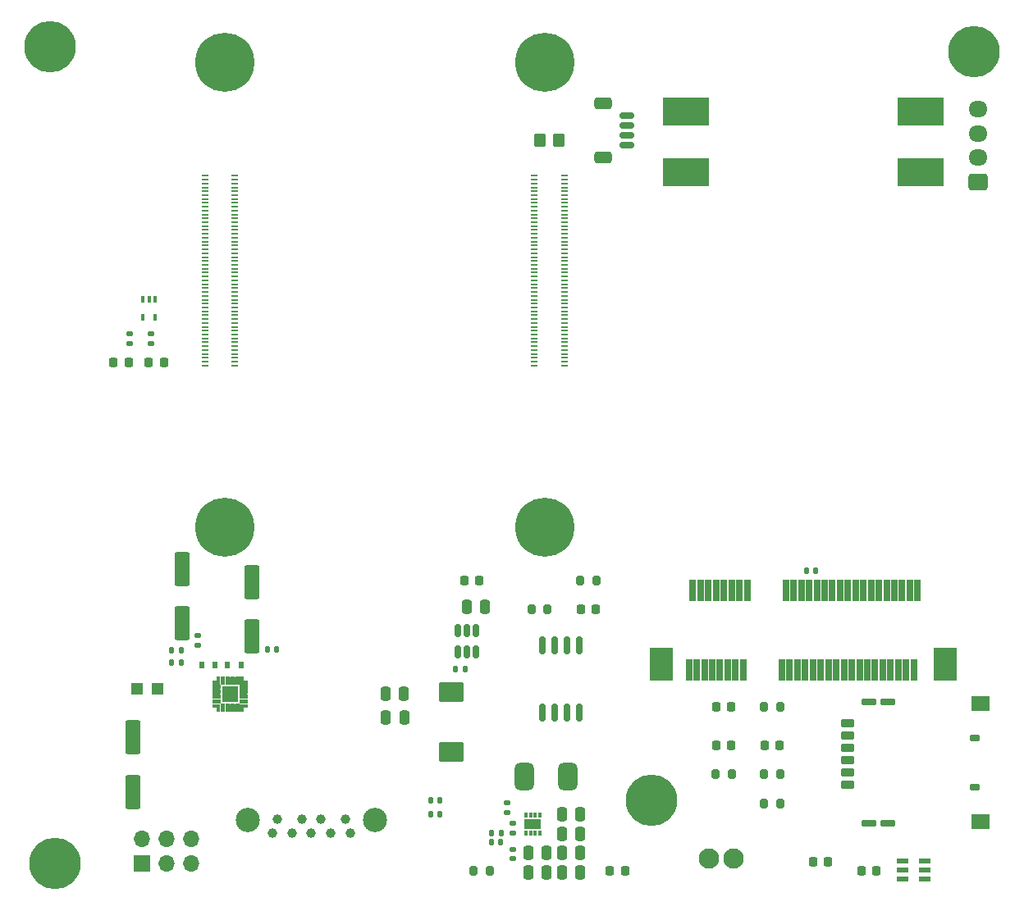
<source format=gbr>
%TF.GenerationSoftware,KiCad,Pcbnew,9.0.1*%
%TF.CreationDate,2025-04-28T09:38:44-05:00*%
%TF.ProjectId,CM5IO,434d3549-4f2e-46b6-9963-61645f706362,rev?*%
%TF.SameCoordinates,Original*%
%TF.FileFunction,Soldermask,Top*%
%TF.FilePolarity,Negative*%
%FSLAX46Y46*%
G04 Gerber Fmt 4.6, Leading zero omitted, Abs format (unit mm)*
G04 Created by KiCad (PCBNEW 9.0.1) date 2025-04-28 09:38:44*
%MOMM*%
%LPD*%
G01*
G04 APERTURE LIST*
G04 Aperture macros list*
%AMRoundRect*
0 Rectangle with rounded corners*
0 $1 Rounding radius*
0 $2 $3 $4 $5 $6 $7 $8 $9 X,Y pos of 4 corners*
0 Add a 4 corners polygon primitive as box body*
4,1,4,$2,$3,$4,$5,$6,$7,$8,$9,$2,$3,0*
0 Add four circle primitives for the rounded corners*
1,1,$1+$1,$2,$3*
1,1,$1+$1,$4,$5*
1,1,$1+$1,$6,$7*
1,1,$1+$1,$8,$9*
0 Add four rect primitives between the rounded corners*
20,1,$1+$1,$2,$3,$4,$5,0*
20,1,$1+$1,$4,$5,$6,$7,0*
20,1,$1+$1,$6,$7,$8,$9,0*
20,1,$1+$1,$8,$9,$2,$3,0*%
G04 Aperture macros list end*
%ADD10C,0.010000*%
%ADD11RoundRect,0.135000X0.185000X-0.135000X0.185000X0.135000X-0.185000X0.135000X-0.185000X-0.135000X0*%
%ADD12RoundRect,0.218750X0.218750X0.256250X-0.218750X0.256250X-0.218750X-0.256250X0.218750X-0.256250X0*%
%ADD13RoundRect,0.100000X-0.100000X0.225000X-0.100000X-0.225000X0.100000X-0.225000X0.100000X0.225000X0*%
%ADD14C,5.300000*%
%ADD15RoundRect,0.250000X-0.350000X-0.450000X0.350000X-0.450000X0.350000X0.450000X-0.350000X0.450000X0*%
%ADD16R,0.300000X0.500000*%
%ADD17R,1.750000X1.050000*%
%ADD18RoundRect,0.250000X-0.250000X-0.475000X0.250000X-0.475000X0.250000X0.475000X-0.250000X0.475000X0*%
%ADD19RoundRect,0.250000X0.250000X0.475000X-0.250000X0.475000X-0.250000X-0.475000X0.250000X-0.475000X0*%
%ADD20RoundRect,0.250000X0.550000X-1.500000X0.550000X1.500000X-0.550000X1.500000X-0.550000X-1.500000X0*%
%ADD21C,2.100000*%
%ADD22R,0.600000X0.800000*%
%ADD23RoundRect,0.140000X-0.170000X0.140000X-0.170000X-0.140000X0.170000X-0.140000X0.170000X0.140000X0*%
%ADD24RoundRect,0.140000X-0.140000X-0.170000X0.140000X-0.170000X0.140000X0.170000X-0.140000X0.170000X0*%
%ADD25RoundRect,0.200000X-0.200000X-0.275000X0.200000X-0.275000X0.200000X0.275000X-0.200000X0.275000X0*%
%ADD26RoundRect,0.225000X-0.225000X-0.250000X0.225000X-0.250000X0.225000X0.250000X-0.225000X0.250000X0*%
%ADD27RoundRect,0.076200X-0.300000X-1.000000X0.300000X-1.000000X0.300000X1.000000X-0.300000X1.000000X0*%
%ADD28RoundRect,0.076200X-1.150000X-1.600000X1.150000X-1.600000X1.150000X1.600000X-1.150000X1.600000X0*%
%ADD29RoundRect,0.150000X0.625000X-0.150000X0.625000X0.150000X-0.625000X0.150000X-0.625000X-0.150000X0*%
%ADD30RoundRect,0.250000X0.650000X-0.350000X0.650000X0.350000X-0.650000X0.350000X-0.650000X-0.350000X0*%
%ADD31RoundRect,0.140000X0.170000X-0.140000X0.170000X0.140000X-0.170000X0.140000X-0.170000X-0.140000X0*%
%ADD32RoundRect,0.250000X1.025000X-0.787500X1.025000X0.787500X-1.025000X0.787500X-1.025000X-0.787500X0*%
%ADD33RoundRect,0.250000X0.725000X-0.600000X0.725000X0.600000X-0.725000X0.600000X-0.725000X-0.600000X0*%
%ADD34O,1.950000X1.700000*%
%ADD35RoundRect,0.150000X-0.150000X0.512500X-0.150000X-0.512500X0.150000X-0.512500X0.150000X0.512500X0*%
%ADD36RoundRect,0.500000X-0.500000X-0.900000X0.500000X-0.900000X0.500000X0.900000X-0.500000X0.900000X0*%
%ADD37RoundRect,0.140000X0.140000X0.170000X-0.140000X0.170000X-0.140000X-0.170000X0.140000X-0.170000X0*%
%ADD38RoundRect,0.218750X-0.218750X-0.256250X0.218750X-0.256250X0.218750X0.256250X-0.218750X0.256250X0*%
%ADD39RoundRect,0.150000X0.150000X-0.800000X0.150000X0.800000X-0.150000X0.800000X-0.150000X-0.800000X0*%
%ADD40R,1.200000X0.600000*%
%ADD41RoundRect,0.135000X-0.135000X-0.185000X0.135000X-0.185000X0.135000X0.185000X-0.135000X0.185000X0*%
%ADD42RoundRect,0.135000X0.135000X0.185000X-0.135000X0.185000X-0.135000X-0.185000X0.135000X-0.185000X0*%
%ADD43R,1.700000X1.700000*%
%ADD44O,1.700000X1.700000*%
%ADD45R,1.200000X1.200000*%
%ADD46RoundRect,0.135000X-0.185000X0.135000X-0.185000X-0.135000X0.185000X-0.135000X0.185000X0.135000X0*%
%ADD47RoundRect,0.250000X-0.550000X1.500000X-0.550000X-1.500000X0.550000X-1.500000X0.550000X1.500000X0*%
%ADD48R,4.800000X3.000000*%
%ADD49C,6.100000*%
%ADD50R,0.700000X0.200000*%
%ADD51C,1.000000*%
%ADD52C,2.500000*%
%ADD53RoundRect,0.076200X-0.575000X-0.325000X0.575000X-0.325000X0.575000X0.325000X-0.575000X0.325000X0*%
%ADD54RoundRect,0.076200X-0.650000X-0.225000X0.650000X-0.225000X0.650000X0.225000X-0.650000X0.225000X0*%
%ADD55RoundRect,0.076200X-0.850000X-0.700000X0.850000X-0.700000X0.850000X0.700000X-0.850000X0.700000X0*%
%ADD56RoundRect,0.076200X-0.400000X-0.270000X0.400000X-0.270000X0.400000X0.270000X-0.400000X0.270000X0*%
G04 APERTURE END LIST*
D10*
%TO.C,U2*%
X161928000Y-137756000D02*
X161930000Y-137756000D01*
X161933000Y-137757000D01*
X161935000Y-137757000D01*
X161938000Y-137758000D01*
X161940000Y-137759000D01*
X161943000Y-137760000D01*
X161945000Y-137762000D01*
X161947000Y-137763000D01*
X161949000Y-137765000D01*
X161951000Y-137766000D01*
X161953000Y-137768000D01*
X161955000Y-137770000D01*
X161957000Y-137772000D01*
X161959000Y-137774000D01*
X161960000Y-137776000D01*
X161962000Y-137778000D01*
X161963000Y-137780000D01*
X161965000Y-137782000D01*
X161966000Y-137785000D01*
X161967000Y-137787000D01*
X161968000Y-137790000D01*
X161968000Y-137792000D01*
X161969000Y-137795000D01*
X161969000Y-137797000D01*
X161970000Y-137800000D01*
X161970000Y-137802000D01*
X161970000Y-137805000D01*
X161970000Y-138095000D01*
X161970000Y-138098000D01*
X161970000Y-138100000D01*
X161969000Y-138103000D01*
X161969000Y-138105000D01*
X161968000Y-138108000D01*
X161968000Y-138110000D01*
X161967000Y-138113000D01*
X161966000Y-138115000D01*
X161965000Y-138118000D01*
X161963000Y-138120000D01*
X161962000Y-138122000D01*
X161960000Y-138124000D01*
X161959000Y-138126000D01*
X161957000Y-138128000D01*
X161955000Y-138130000D01*
X161953000Y-138132000D01*
X161951000Y-138134000D01*
X161949000Y-138135000D01*
X161947000Y-138137000D01*
X161945000Y-138138000D01*
X161943000Y-138140000D01*
X161940000Y-138141000D01*
X161938000Y-138142000D01*
X161935000Y-138143000D01*
X161933000Y-138143000D01*
X161930000Y-138144000D01*
X161928000Y-138144000D01*
X161925000Y-138145000D01*
X161923000Y-138145000D01*
X161920000Y-138145000D01*
X161280000Y-138145000D01*
X161277000Y-138145000D01*
X161275000Y-138145000D01*
X161272000Y-138144000D01*
X161270000Y-138144000D01*
X161267000Y-138143000D01*
X161265000Y-138143000D01*
X161262000Y-138142000D01*
X161260000Y-138141000D01*
X161257000Y-138140000D01*
X161255000Y-138138000D01*
X161253000Y-138137000D01*
X161251000Y-138135000D01*
X161249000Y-138134000D01*
X161247000Y-138132000D01*
X161245000Y-138130000D01*
X161243000Y-138128000D01*
X161241000Y-138126000D01*
X161240000Y-138124000D01*
X161238000Y-138122000D01*
X161237000Y-138120000D01*
X161235000Y-138118000D01*
X161234000Y-138115000D01*
X161233000Y-138113000D01*
X161232000Y-138110000D01*
X161232000Y-138108000D01*
X161231000Y-138105000D01*
X161231000Y-138103000D01*
X161230000Y-138100000D01*
X161230000Y-138098000D01*
X161230000Y-138095000D01*
X161230000Y-137805000D01*
X161230000Y-137802000D01*
X161230000Y-137800000D01*
X161231000Y-137797000D01*
X161231000Y-137795000D01*
X161232000Y-137792000D01*
X161232000Y-137790000D01*
X161233000Y-137787000D01*
X161234000Y-137785000D01*
X161235000Y-137782000D01*
X161237000Y-137780000D01*
X161238000Y-137778000D01*
X161240000Y-137776000D01*
X161241000Y-137774000D01*
X161243000Y-137772000D01*
X161245000Y-137770000D01*
X161247000Y-137768000D01*
X161249000Y-137766000D01*
X161251000Y-137765000D01*
X161253000Y-137763000D01*
X161255000Y-137762000D01*
X161257000Y-137760000D01*
X161260000Y-137759000D01*
X161262000Y-137758000D01*
X161265000Y-137757000D01*
X161267000Y-137757000D01*
X161270000Y-137756000D01*
X161272000Y-137756000D01*
X161275000Y-137755000D01*
X161277000Y-137755000D01*
X161280000Y-137755000D01*
X161920000Y-137755000D01*
X161923000Y-137755000D01*
X161925000Y-137755000D01*
X161928000Y-137756000D01*
G36*
X161928000Y-137756000D02*
G01*
X161930000Y-137756000D01*
X161933000Y-137757000D01*
X161935000Y-137757000D01*
X161938000Y-137758000D01*
X161940000Y-137759000D01*
X161943000Y-137760000D01*
X161945000Y-137762000D01*
X161947000Y-137763000D01*
X161949000Y-137765000D01*
X161951000Y-137766000D01*
X161953000Y-137768000D01*
X161955000Y-137770000D01*
X161957000Y-137772000D01*
X161959000Y-137774000D01*
X161960000Y-137776000D01*
X161962000Y-137778000D01*
X161963000Y-137780000D01*
X161965000Y-137782000D01*
X161966000Y-137785000D01*
X161967000Y-137787000D01*
X161968000Y-137790000D01*
X161968000Y-137792000D01*
X161969000Y-137795000D01*
X161969000Y-137797000D01*
X161970000Y-137800000D01*
X161970000Y-137802000D01*
X161970000Y-137805000D01*
X161970000Y-138095000D01*
X161970000Y-138098000D01*
X161970000Y-138100000D01*
X161969000Y-138103000D01*
X161969000Y-138105000D01*
X161968000Y-138108000D01*
X161968000Y-138110000D01*
X161967000Y-138113000D01*
X161966000Y-138115000D01*
X161965000Y-138118000D01*
X161963000Y-138120000D01*
X161962000Y-138122000D01*
X161960000Y-138124000D01*
X161959000Y-138126000D01*
X161957000Y-138128000D01*
X161955000Y-138130000D01*
X161953000Y-138132000D01*
X161951000Y-138134000D01*
X161949000Y-138135000D01*
X161947000Y-138137000D01*
X161945000Y-138138000D01*
X161943000Y-138140000D01*
X161940000Y-138141000D01*
X161938000Y-138142000D01*
X161935000Y-138143000D01*
X161933000Y-138143000D01*
X161930000Y-138144000D01*
X161928000Y-138144000D01*
X161925000Y-138145000D01*
X161923000Y-138145000D01*
X161920000Y-138145000D01*
X161280000Y-138145000D01*
X161277000Y-138145000D01*
X161275000Y-138145000D01*
X161272000Y-138144000D01*
X161270000Y-138144000D01*
X161267000Y-138143000D01*
X161265000Y-138143000D01*
X161262000Y-138142000D01*
X161260000Y-138141000D01*
X161257000Y-138140000D01*
X161255000Y-138138000D01*
X161253000Y-138137000D01*
X161251000Y-138135000D01*
X161249000Y-138134000D01*
X161247000Y-138132000D01*
X161245000Y-138130000D01*
X161243000Y-138128000D01*
X161241000Y-138126000D01*
X161240000Y-138124000D01*
X161238000Y-138122000D01*
X161237000Y-138120000D01*
X161235000Y-138118000D01*
X161234000Y-138115000D01*
X161233000Y-138113000D01*
X161232000Y-138110000D01*
X161232000Y-138108000D01*
X161231000Y-138105000D01*
X161231000Y-138103000D01*
X161230000Y-138100000D01*
X161230000Y-138098000D01*
X161230000Y-138095000D01*
X161230000Y-137805000D01*
X161230000Y-137802000D01*
X161230000Y-137800000D01*
X161231000Y-137797000D01*
X161231000Y-137795000D01*
X161232000Y-137792000D01*
X161232000Y-137790000D01*
X161233000Y-137787000D01*
X161234000Y-137785000D01*
X161235000Y-137782000D01*
X161237000Y-137780000D01*
X161238000Y-137778000D01*
X161240000Y-137776000D01*
X161241000Y-137774000D01*
X161243000Y-137772000D01*
X161245000Y-137770000D01*
X161247000Y-137768000D01*
X161249000Y-137766000D01*
X161251000Y-137765000D01*
X161253000Y-137763000D01*
X161255000Y-137762000D01*
X161257000Y-137760000D01*
X161260000Y-137759000D01*
X161262000Y-137758000D01*
X161265000Y-137757000D01*
X161267000Y-137757000D01*
X161270000Y-137756000D01*
X161272000Y-137756000D01*
X161275000Y-137755000D01*
X161277000Y-137755000D01*
X161280000Y-137755000D01*
X161920000Y-137755000D01*
X161923000Y-137755000D01*
X161925000Y-137755000D01*
X161928000Y-137756000D01*
G37*
X161928000Y-138256000D02*
X161930000Y-138256000D01*
X161933000Y-138257000D01*
X161935000Y-138257000D01*
X161938000Y-138258000D01*
X161940000Y-138259000D01*
X161943000Y-138260000D01*
X161945000Y-138262000D01*
X161947000Y-138263000D01*
X161949000Y-138265000D01*
X161951000Y-138266000D01*
X161953000Y-138268000D01*
X161955000Y-138270000D01*
X161957000Y-138272000D01*
X161959000Y-138274000D01*
X161960000Y-138276000D01*
X161962000Y-138278000D01*
X161963000Y-138280000D01*
X161965000Y-138282000D01*
X161966000Y-138285000D01*
X161967000Y-138287000D01*
X161968000Y-138290000D01*
X161968000Y-138292000D01*
X161969000Y-138295000D01*
X161969000Y-138297000D01*
X161970000Y-138300000D01*
X161970000Y-138302000D01*
X161970000Y-138305000D01*
X161970000Y-138595000D01*
X161970000Y-138598000D01*
X161970000Y-138600000D01*
X161969000Y-138603000D01*
X161969000Y-138605000D01*
X161968000Y-138608000D01*
X161968000Y-138610000D01*
X161967000Y-138613000D01*
X161966000Y-138615000D01*
X161965000Y-138618000D01*
X161963000Y-138620000D01*
X161962000Y-138622000D01*
X161960000Y-138624000D01*
X161959000Y-138626000D01*
X161957000Y-138628000D01*
X161955000Y-138630000D01*
X161953000Y-138632000D01*
X161951000Y-138634000D01*
X161949000Y-138635000D01*
X161947000Y-138637000D01*
X161945000Y-138638000D01*
X161943000Y-138640000D01*
X161940000Y-138641000D01*
X161938000Y-138642000D01*
X161935000Y-138643000D01*
X161933000Y-138643000D01*
X161930000Y-138644000D01*
X161928000Y-138644000D01*
X161925000Y-138645000D01*
X161923000Y-138645000D01*
X161920000Y-138645000D01*
X161280000Y-138645000D01*
X161277000Y-138645000D01*
X161275000Y-138645000D01*
X161272000Y-138644000D01*
X161270000Y-138644000D01*
X161267000Y-138643000D01*
X161265000Y-138643000D01*
X161262000Y-138642000D01*
X161260000Y-138641000D01*
X161257000Y-138640000D01*
X161255000Y-138638000D01*
X161253000Y-138637000D01*
X161251000Y-138635000D01*
X161249000Y-138634000D01*
X161247000Y-138632000D01*
X161245000Y-138630000D01*
X161243000Y-138628000D01*
X161241000Y-138626000D01*
X161240000Y-138624000D01*
X161238000Y-138622000D01*
X161237000Y-138620000D01*
X161235000Y-138618000D01*
X161234000Y-138615000D01*
X161233000Y-138613000D01*
X161232000Y-138610000D01*
X161232000Y-138608000D01*
X161231000Y-138605000D01*
X161231000Y-138603000D01*
X161230000Y-138600000D01*
X161230000Y-138598000D01*
X161230000Y-138595000D01*
X161230000Y-138305000D01*
X161230000Y-138302000D01*
X161230000Y-138300000D01*
X161231000Y-138297000D01*
X161231000Y-138295000D01*
X161232000Y-138292000D01*
X161232000Y-138290000D01*
X161233000Y-138287000D01*
X161234000Y-138285000D01*
X161235000Y-138282000D01*
X161237000Y-138280000D01*
X161238000Y-138278000D01*
X161240000Y-138276000D01*
X161241000Y-138274000D01*
X161243000Y-138272000D01*
X161245000Y-138270000D01*
X161247000Y-138268000D01*
X161249000Y-138266000D01*
X161251000Y-138265000D01*
X161253000Y-138263000D01*
X161255000Y-138262000D01*
X161257000Y-138260000D01*
X161260000Y-138259000D01*
X161262000Y-138258000D01*
X161265000Y-138257000D01*
X161267000Y-138257000D01*
X161270000Y-138256000D01*
X161272000Y-138256000D01*
X161275000Y-138255000D01*
X161277000Y-138255000D01*
X161280000Y-138255000D01*
X161920000Y-138255000D01*
X161923000Y-138255000D01*
X161925000Y-138255000D01*
X161928000Y-138256000D01*
G36*
X161928000Y-138256000D02*
G01*
X161930000Y-138256000D01*
X161933000Y-138257000D01*
X161935000Y-138257000D01*
X161938000Y-138258000D01*
X161940000Y-138259000D01*
X161943000Y-138260000D01*
X161945000Y-138262000D01*
X161947000Y-138263000D01*
X161949000Y-138265000D01*
X161951000Y-138266000D01*
X161953000Y-138268000D01*
X161955000Y-138270000D01*
X161957000Y-138272000D01*
X161959000Y-138274000D01*
X161960000Y-138276000D01*
X161962000Y-138278000D01*
X161963000Y-138280000D01*
X161965000Y-138282000D01*
X161966000Y-138285000D01*
X161967000Y-138287000D01*
X161968000Y-138290000D01*
X161968000Y-138292000D01*
X161969000Y-138295000D01*
X161969000Y-138297000D01*
X161970000Y-138300000D01*
X161970000Y-138302000D01*
X161970000Y-138305000D01*
X161970000Y-138595000D01*
X161970000Y-138598000D01*
X161970000Y-138600000D01*
X161969000Y-138603000D01*
X161969000Y-138605000D01*
X161968000Y-138608000D01*
X161968000Y-138610000D01*
X161967000Y-138613000D01*
X161966000Y-138615000D01*
X161965000Y-138618000D01*
X161963000Y-138620000D01*
X161962000Y-138622000D01*
X161960000Y-138624000D01*
X161959000Y-138626000D01*
X161957000Y-138628000D01*
X161955000Y-138630000D01*
X161953000Y-138632000D01*
X161951000Y-138634000D01*
X161949000Y-138635000D01*
X161947000Y-138637000D01*
X161945000Y-138638000D01*
X161943000Y-138640000D01*
X161940000Y-138641000D01*
X161938000Y-138642000D01*
X161935000Y-138643000D01*
X161933000Y-138643000D01*
X161930000Y-138644000D01*
X161928000Y-138644000D01*
X161925000Y-138645000D01*
X161923000Y-138645000D01*
X161920000Y-138645000D01*
X161280000Y-138645000D01*
X161277000Y-138645000D01*
X161275000Y-138645000D01*
X161272000Y-138644000D01*
X161270000Y-138644000D01*
X161267000Y-138643000D01*
X161265000Y-138643000D01*
X161262000Y-138642000D01*
X161260000Y-138641000D01*
X161257000Y-138640000D01*
X161255000Y-138638000D01*
X161253000Y-138637000D01*
X161251000Y-138635000D01*
X161249000Y-138634000D01*
X161247000Y-138632000D01*
X161245000Y-138630000D01*
X161243000Y-138628000D01*
X161241000Y-138626000D01*
X161240000Y-138624000D01*
X161238000Y-138622000D01*
X161237000Y-138620000D01*
X161235000Y-138618000D01*
X161234000Y-138615000D01*
X161233000Y-138613000D01*
X161232000Y-138610000D01*
X161232000Y-138608000D01*
X161231000Y-138605000D01*
X161231000Y-138603000D01*
X161230000Y-138600000D01*
X161230000Y-138598000D01*
X161230000Y-138595000D01*
X161230000Y-138305000D01*
X161230000Y-138302000D01*
X161230000Y-138300000D01*
X161231000Y-138297000D01*
X161231000Y-138295000D01*
X161232000Y-138292000D01*
X161232000Y-138290000D01*
X161233000Y-138287000D01*
X161234000Y-138285000D01*
X161235000Y-138282000D01*
X161237000Y-138280000D01*
X161238000Y-138278000D01*
X161240000Y-138276000D01*
X161241000Y-138274000D01*
X161243000Y-138272000D01*
X161245000Y-138270000D01*
X161247000Y-138268000D01*
X161249000Y-138266000D01*
X161251000Y-138265000D01*
X161253000Y-138263000D01*
X161255000Y-138262000D01*
X161257000Y-138260000D01*
X161260000Y-138259000D01*
X161262000Y-138258000D01*
X161265000Y-138257000D01*
X161267000Y-138257000D01*
X161270000Y-138256000D01*
X161272000Y-138256000D01*
X161275000Y-138255000D01*
X161277000Y-138255000D01*
X161280000Y-138255000D01*
X161920000Y-138255000D01*
X161923000Y-138255000D01*
X161925000Y-138255000D01*
X161928000Y-138256000D01*
G37*
X161928000Y-138756000D02*
X161930000Y-138756000D01*
X161933000Y-138757000D01*
X161935000Y-138757000D01*
X161938000Y-138758000D01*
X161940000Y-138759000D01*
X161943000Y-138760000D01*
X161945000Y-138762000D01*
X161947000Y-138763000D01*
X161949000Y-138765000D01*
X161951000Y-138766000D01*
X161953000Y-138768000D01*
X161955000Y-138770000D01*
X161957000Y-138772000D01*
X161959000Y-138774000D01*
X161960000Y-138776000D01*
X161962000Y-138778000D01*
X161963000Y-138780000D01*
X161965000Y-138782000D01*
X161966000Y-138785000D01*
X161967000Y-138787000D01*
X161968000Y-138790000D01*
X161968000Y-138792000D01*
X161969000Y-138795000D01*
X161969000Y-138797000D01*
X161970000Y-138800000D01*
X161970000Y-138802000D01*
X161970000Y-138805000D01*
X161970000Y-139095000D01*
X161970000Y-139098000D01*
X161970000Y-139100000D01*
X161969000Y-139103000D01*
X161969000Y-139105000D01*
X161968000Y-139108000D01*
X161968000Y-139110000D01*
X161967000Y-139113000D01*
X161966000Y-139115000D01*
X161965000Y-139118000D01*
X161963000Y-139120000D01*
X161962000Y-139122000D01*
X161960000Y-139124000D01*
X161959000Y-139126000D01*
X161957000Y-139128000D01*
X161955000Y-139130000D01*
X161953000Y-139132000D01*
X161951000Y-139134000D01*
X161949000Y-139135000D01*
X161947000Y-139137000D01*
X161945000Y-139138000D01*
X161943000Y-139140000D01*
X161940000Y-139141000D01*
X161938000Y-139142000D01*
X161935000Y-139143000D01*
X161933000Y-139143000D01*
X161930000Y-139144000D01*
X161928000Y-139144000D01*
X161925000Y-139145000D01*
X161923000Y-139145000D01*
X161920000Y-139145000D01*
X161280000Y-139145000D01*
X161277000Y-139145000D01*
X161275000Y-139145000D01*
X161272000Y-139144000D01*
X161270000Y-139144000D01*
X161267000Y-139143000D01*
X161265000Y-139143000D01*
X161262000Y-139142000D01*
X161260000Y-139141000D01*
X161257000Y-139140000D01*
X161255000Y-139138000D01*
X161253000Y-139137000D01*
X161251000Y-139135000D01*
X161249000Y-139134000D01*
X161247000Y-139132000D01*
X161245000Y-139130000D01*
X161243000Y-139128000D01*
X161241000Y-139126000D01*
X161240000Y-139124000D01*
X161238000Y-139122000D01*
X161237000Y-139120000D01*
X161235000Y-139118000D01*
X161234000Y-139115000D01*
X161233000Y-139113000D01*
X161232000Y-139110000D01*
X161232000Y-139108000D01*
X161231000Y-139105000D01*
X161231000Y-139103000D01*
X161230000Y-139100000D01*
X161230000Y-139098000D01*
X161230000Y-139095000D01*
X161230000Y-138805000D01*
X161230000Y-138802000D01*
X161230000Y-138800000D01*
X161231000Y-138797000D01*
X161231000Y-138795000D01*
X161232000Y-138792000D01*
X161232000Y-138790000D01*
X161233000Y-138787000D01*
X161234000Y-138785000D01*
X161235000Y-138782000D01*
X161237000Y-138780000D01*
X161238000Y-138778000D01*
X161240000Y-138776000D01*
X161241000Y-138774000D01*
X161243000Y-138772000D01*
X161245000Y-138770000D01*
X161247000Y-138768000D01*
X161249000Y-138766000D01*
X161251000Y-138765000D01*
X161253000Y-138763000D01*
X161255000Y-138762000D01*
X161257000Y-138760000D01*
X161260000Y-138759000D01*
X161262000Y-138758000D01*
X161265000Y-138757000D01*
X161267000Y-138757000D01*
X161270000Y-138756000D01*
X161272000Y-138756000D01*
X161275000Y-138755000D01*
X161277000Y-138755000D01*
X161280000Y-138755000D01*
X161920000Y-138755000D01*
X161923000Y-138755000D01*
X161925000Y-138755000D01*
X161928000Y-138756000D01*
G36*
X161928000Y-138756000D02*
G01*
X161930000Y-138756000D01*
X161933000Y-138757000D01*
X161935000Y-138757000D01*
X161938000Y-138758000D01*
X161940000Y-138759000D01*
X161943000Y-138760000D01*
X161945000Y-138762000D01*
X161947000Y-138763000D01*
X161949000Y-138765000D01*
X161951000Y-138766000D01*
X161953000Y-138768000D01*
X161955000Y-138770000D01*
X161957000Y-138772000D01*
X161959000Y-138774000D01*
X161960000Y-138776000D01*
X161962000Y-138778000D01*
X161963000Y-138780000D01*
X161965000Y-138782000D01*
X161966000Y-138785000D01*
X161967000Y-138787000D01*
X161968000Y-138790000D01*
X161968000Y-138792000D01*
X161969000Y-138795000D01*
X161969000Y-138797000D01*
X161970000Y-138800000D01*
X161970000Y-138802000D01*
X161970000Y-138805000D01*
X161970000Y-139095000D01*
X161970000Y-139098000D01*
X161970000Y-139100000D01*
X161969000Y-139103000D01*
X161969000Y-139105000D01*
X161968000Y-139108000D01*
X161968000Y-139110000D01*
X161967000Y-139113000D01*
X161966000Y-139115000D01*
X161965000Y-139118000D01*
X161963000Y-139120000D01*
X161962000Y-139122000D01*
X161960000Y-139124000D01*
X161959000Y-139126000D01*
X161957000Y-139128000D01*
X161955000Y-139130000D01*
X161953000Y-139132000D01*
X161951000Y-139134000D01*
X161949000Y-139135000D01*
X161947000Y-139137000D01*
X161945000Y-139138000D01*
X161943000Y-139140000D01*
X161940000Y-139141000D01*
X161938000Y-139142000D01*
X161935000Y-139143000D01*
X161933000Y-139143000D01*
X161930000Y-139144000D01*
X161928000Y-139144000D01*
X161925000Y-139145000D01*
X161923000Y-139145000D01*
X161920000Y-139145000D01*
X161280000Y-139145000D01*
X161277000Y-139145000D01*
X161275000Y-139145000D01*
X161272000Y-139144000D01*
X161270000Y-139144000D01*
X161267000Y-139143000D01*
X161265000Y-139143000D01*
X161262000Y-139142000D01*
X161260000Y-139141000D01*
X161257000Y-139140000D01*
X161255000Y-139138000D01*
X161253000Y-139137000D01*
X161251000Y-139135000D01*
X161249000Y-139134000D01*
X161247000Y-139132000D01*
X161245000Y-139130000D01*
X161243000Y-139128000D01*
X161241000Y-139126000D01*
X161240000Y-139124000D01*
X161238000Y-139122000D01*
X161237000Y-139120000D01*
X161235000Y-139118000D01*
X161234000Y-139115000D01*
X161233000Y-139113000D01*
X161232000Y-139110000D01*
X161232000Y-139108000D01*
X161231000Y-139105000D01*
X161231000Y-139103000D01*
X161230000Y-139100000D01*
X161230000Y-139098000D01*
X161230000Y-139095000D01*
X161230000Y-138805000D01*
X161230000Y-138802000D01*
X161230000Y-138800000D01*
X161231000Y-138797000D01*
X161231000Y-138795000D01*
X161232000Y-138792000D01*
X161232000Y-138790000D01*
X161233000Y-138787000D01*
X161234000Y-138785000D01*
X161235000Y-138782000D01*
X161237000Y-138780000D01*
X161238000Y-138778000D01*
X161240000Y-138776000D01*
X161241000Y-138774000D01*
X161243000Y-138772000D01*
X161245000Y-138770000D01*
X161247000Y-138768000D01*
X161249000Y-138766000D01*
X161251000Y-138765000D01*
X161253000Y-138763000D01*
X161255000Y-138762000D01*
X161257000Y-138760000D01*
X161260000Y-138759000D01*
X161262000Y-138758000D01*
X161265000Y-138757000D01*
X161267000Y-138757000D01*
X161270000Y-138756000D01*
X161272000Y-138756000D01*
X161275000Y-138755000D01*
X161277000Y-138755000D01*
X161280000Y-138755000D01*
X161920000Y-138755000D01*
X161923000Y-138755000D01*
X161925000Y-138755000D01*
X161928000Y-138756000D01*
G37*
X161928000Y-139256000D02*
X161930000Y-139256000D01*
X161933000Y-139257000D01*
X161935000Y-139257000D01*
X161938000Y-139258000D01*
X161940000Y-139259000D01*
X161943000Y-139260000D01*
X161945000Y-139262000D01*
X161947000Y-139263000D01*
X161949000Y-139265000D01*
X161951000Y-139266000D01*
X161953000Y-139268000D01*
X161955000Y-139270000D01*
X161957000Y-139272000D01*
X161959000Y-139274000D01*
X161960000Y-139276000D01*
X161962000Y-139278000D01*
X161963000Y-139280000D01*
X161965000Y-139282000D01*
X161966000Y-139285000D01*
X161967000Y-139287000D01*
X161968000Y-139290000D01*
X161968000Y-139292000D01*
X161969000Y-139295000D01*
X161969000Y-139297000D01*
X161970000Y-139300000D01*
X161970000Y-139302000D01*
X161970000Y-139305000D01*
X161970000Y-139595000D01*
X161970000Y-139598000D01*
X161970000Y-139600000D01*
X161969000Y-139603000D01*
X161969000Y-139605000D01*
X161968000Y-139608000D01*
X161968000Y-139610000D01*
X161967000Y-139613000D01*
X161966000Y-139615000D01*
X161965000Y-139618000D01*
X161963000Y-139620000D01*
X161962000Y-139622000D01*
X161960000Y-139624000D01*
X161959000Y-139626000D01*
X161957000Y-139628000D01*
X161955000Y-139630000D01*
X161953000Y-139632000D01*
X161951000Y-139634000D01*
X161949000Y-139635000D01*
X161947000Y-139637000D01*
X161945000Y-139638000D01*
X161943000Y-139640000D01*
X161940000Y-139641000D01*
X161938000Y-139642000D01*
X161935000Y-139643000D01*
X161933000Y-139643000D01*
X161930000Y-139644000D01*
X161928000Y-139644000D01*
X161925000Y-139645000D01*
X161923000Y-139645000D01*
X161920000Y-139645000D01*
X161280000Y-139645000D01*
X161277000Y-139645000D01*
X161275000Y-139645000D01*
X161272000Y-139644000D01*
X161270000Y-139644000D01*
X161267000Y-139643000D01*
X161265000Y-139643000D01*
X161262000Y-139642000D01*
X161260000Y-139641000D01*
X161257000Y-139640000D01*
X161255000Y-139638000D01*
X161253000Y-139637000D01*
X161251000Y-139635000D01*
X161249000Y-139634000D01*
X161247000Y-139632000D01*
X161245000Y-139630000D01*
X161243000Y-139628000D01*
X161241000Y-139626000D01*
X161240000Y-139624000D01*
X161238000Y-139622000D01*
X161237000Y-139620000D01*
X161235000Y-139618000D01*
X161234000Y-139615000D01*
X161233000Y-139613000D01*
X161232000Y-139610000D01*
X161232000Y-139608000D01*
X161231000Y-139605000D01*
X161231000Y-139603000D01*
X161230000Y-139600000D01*
X161230000Y-139598000D01*
X161230000Y-139595000D01*
X161230000Y-139305000D01*
X161230000Y-139302000D01*
X161230000Y-139300000D01*
X161231000Y-139297000D01*
X161231000Y-139295000D01*
X161232000Y-139292000D01*
X161232000Y-139290000D01*
X161233000Y-139287000D01*
X161234000Y-139285000D01*
X161235000Y-139282000D01*
X161237000Y-139280000D01*
X161238000Y-139278000D01*
X161240000Y-139276000D01*
X161241000Y-139274000D01*
X161243000Y-139272000D01*
X161245000Y-139270000D01*
X161247000Y-139268000D01*
X161249000Y-139266000D01*
X161251000Y-139265000D01*
X161253000Y-139263000D01*
X161255000Y-139262000D01*
X161257000Y-139260000D01*
X161260000Y-139259000D01*
X161262000Y-139258000D01*
X161265000Y-139257000D01*
X161267000Y-139257000D01*
X161270000Y-139256000D01*
X161272000Y-139256000D01*
X161275000Y-139255000D01*
X161277000Y-139255000D01*
X161280000Y-139255000D01*
X161920000Y-139255000D01*
X161923000Y-139255000D01*
X161925000Y-139255000D01*
X161928000Y-139256000D01*
G36*
X161928000Y-139256000D02*
G01*
X161930000Y-139256000D01*
X161933000Y-139257000D01*
X161935000Y-139257000D01*
X161938000Y-139258000D01*
X161940000Y-139259000D01*
X161943000Y-139260000D01*
X161945000Y-139262000D01*
X161947000Y-139263000D01*
X161949000Y-139265000D01*
X161951000Y-139266000D01*
X161953000Y-139268000D01*
X161955000Y-139270000D01*
X161957000Y-139272000D01*
X161959000Y-139274000D01*
X161960000Y-139276000D01*
X161962000Y-139278000D01*
X161963000Y-139280000D01*
X161965000Y-139282000D01*
X161966000Y-139285000D01*
X161967000Y-139287000D01*
X161968000Y-139290000D01*
X161968000Y-139292000D01*
X161969000Y-139295000D01*
X161969000Y-139297000D01*
X161970000Y-139300000D01*
X161970000Y-139302000D01*
X161970000Y-139305000D01*
X161970000Y-139595000D01*
X161970000Y-139598000D01*
X161970000Y-139600000D01*
X161969000Y-139603000D01*
X161969000Y-139605000D01*
X161968000Y-139608000D01*
X161968000Y-139610000D01*
X161967000Y-139613000D01*
X161966000Y-139615000D01*
X161965000Y-139618000D01*
X161963000Y-139620000D01*
X161962000Y-139622000D01*
X161960000Y-139624000D01*
X161959000Y-139626000D01*
X161957000Y-139628000D01*
X161955000Y-139630000D01*
X161953000Y-139632000D01*
X161951000Y-139634000D01*
X161949000Y-139635000D01*
X161947000Y-139637000D01*
X161945000Y-139638000D01*
X161943000Y-139640000D01*
X161940000Y-139641000D01*
X161938000Y-139642000D01*
X161935000Y-139643000D01*
X161933000Y-139643000D01*
X161930000Y-139644000D01*
X161928000Y-139644000D01*
X161925000Y-139645000D01*
X161923000Y-139645000D01*
X161920000Y-139645000D01*
X161280000Y-139645000D01*
X161277000Y-139645000D01*
X161275000Y-139645000D01*
X161272000Y-139644000D01*
X161270000Y-139644000D01*
X161267000Y-139643000D01*
X161265000Y-139643000D01*
X161262000Y-139642000D01*
X161260000Y-139641000D01*
X161257000Y-139640000D01*
X161255000Y-139638000D01*
X161253000Y-139637000D01*
X161251000Y-139635000D01*
X161249000Y-139634000D01*
X161247000Y-139632000D01*
X161245000Y-139630000D01*
X161243000Y-139628000D01*
X161241000Y-139626000D01*
X161240000Y-139624000D01*
X161238000Y-139622000D01*
X161237000Y-139620000D01*
X161235000Y-139618000D01*
X161234000Y-139615000D01*
X161233000Y-139613000D01*
X161232000Y-139610000D01*
X161232000Y-139608000D01*
X161231000Y-139605000D01*
X161231000Y-139603000D01*
X161230000Y-139600000D01*
X161230000Y-139598000D01*
X161230000Y-139595000D01*
X161230000Y-139305000D01*
X161230000Y-139302000D01*
X161230000Y-139300000D01*
X161231000Y-139297000D01*
X161231000Y-139295000D01*
X161232000Y-139292000D01*
X161232000Y-139290000D01*
X161233000Y-139287000D01*
X161234000Y-139285000D01*
X161235000Y-139282000D01*
X161237000Y-139280000D01*
X161238000Y-139278000D01*
X161240000Y-139276000D01*
X161241000Y-139274000D01*
X161243000Y-139272000D01*
X161245000Y-139270000D01*
X161247000Y-139268000D01*
X161249000Y-139266000D01*
X161251000Y-139265000D01*
X161253000Y-139263000D01*
X161255000Y-139262000D01*
X161257000Y-139260000D01*
X161260000Y-139259000D01*
X161262000Y-139258000D01*
X161265000Y-139257000D01*
X161267000Y-139257000D01*
X161270000Y-139256000D01*
X161272000Y-139256000D01*
X161275000Y-139255000D01*
X161277000Y-139255000D01*
X161280000Y-139255000D01*
X161920000Y-139255000D01*
X161923000Y-139255000D01*
X161925000Y-139255000D01*
X161928000Y-139256000D01*
G37*
X162403000Y-136931000D02*
X162405000Y-136931000D01*
X162408000Y-136932000D01*
X162410000Y-136932000D01*
X162413000Y-136933000D01*
X162415000Y-136934000D01*
X162418000Y-136935000D01*
X162420000Y-136937000D01*
X162422000Y-136938000D01*
X162424000Y-136940000D01*
X162426000Y-136941000D01*
X162428000Y-136943000D01*
X162430000Y-136945000D01*
X162432000Y-136947000D01*
X162434000Y-136949000D01*
X162435000Y-136951000D01*
X162437000Y-136953000D01*
X162438000Y-136955000D01*
X162440000Y-136957000D01*
X162441000Y-136960000D01*
X162442000Y-136962000D01*
X162443000Y-136965000D01*
X162443000Y-136967000D01*
X162444000Y-136970000D01*
X162444000Y-136972000D01*
X162445000Y-136975000D01*
X162445000Y-136977000D01*
X162445000Y-136980000D01*
X162445000Y-137620000D01*
X162445000Y-137623000D01*
X162445000Y-137625000D01*
X162444000Y-137628000D01*
X162444000Y-137630000D01*
X162443000Y-137633000D01*
X162443000Y-137635000D01*
X162442000Y-137638000D01*
X162441000Y-137640000D01*
X162440000Y-137643000D01*
X162438000Y-137645000D01*
X162437000Y-137647000D01*
X162435000Y-137649000D01*
X162434000Y-137651000D01*
X162432000Y-137653000D01*
X162430000Y-137655000D01*
X162428000Y-137657000D01*
X162426000Y-137659000D01*
X162424000Y-137660000D01*
X162422000Y-137662000D01*
X162420000Y-137663000D01*
X162418000Y-137665000D01*
X162415000Y-137666000D01*
X162413000Y-137667000D01*
X162410000Y-137668000D01*
X162408000Y-137668000D01*
X162405000Y-137669000D01*
X162403000Y-137669000D01*
X162400000Y-137670000D01*
X162398000Y-137670000D01*
X162395000Y-137670000D01*
X162105000Y-137670000D01*
X162102000Y-137670000D01*
X162100000Y-137670000D01*
X162097000Y-137669000D01*
X162095000Y-137669000D01*
X162092000Y-137668000D01*
X162090000Y-137668000D01*
X162087000Y-137667000D01*
X162085000Y-137666000D01*
X162082000Y-137665000D01*
X162080000Y-137663000D01*
X162078000Y-137662000D01*
X162076000Y-137660000D01*
X162074000Y-137659000D01*
X162072000Y-137657000D01*
X162070000Y-137655000D01*
X162068000Y-137653000D01*
X162066000Y-137651000D01*
X162065000Y-137649000D01*
X162063000Y-137647000D01*
X162062000Y-137645000D01*
X162060000Y-137643000D01*
X162059000Y-137640000D01*
X162058000Y-137638000D01*
X162057000Y-137635000D01*
X162057000Y-137633000D01*
X162056000Y-137630000D01*
X162056000Y-137628000D01*
X162055000Y-137625000D01*
X162055000Y-137623000D01*
X162055000Y-137620000D01*
X162055000Y-136980000D01*
X162055000Y-136977000D01*
X162055000Y-136975000D01*
X162056000Y-136972000D01*
X162056000Y-136970000D01*
X162057000Y-136967000D01*
X162057000Y-136965000D01*
X162058000Y-136962000D01*
X162059000Y-136960000D01*
X162060000Y-136957000D01*
X162062000Y-136955000D01*
X162063000Y-136953000D01*
X162065000Y-136951000D01*
X162066000Y-136949000D01*
X162068000Y-136947000D01*
X162070000Y-136945000D01*
X162072000Y-136943000D01*
X162074000Y-136941000D01*
X162076000Y-136940000D01*
X162078000Y-136938000D01*
X162080000Y-136937000D01*
X162082000Y-136935000D01*
X162085000Y-136934000D01*
X162087000Y-136933000D01*
X162090000Y-136932000D01*
X162092000Y-136932000D01*
X162095000Y-136931000D01*
X162097000Y-136931000D01*
X162100000Y-136930000D01*
X162102000Y-136930000D01*
X162105000Y-136930000D01*
X162395000Y-136930000D01*
X162398000Y-136930000D01*
X162400000Y-136930000D01*
X162403000Y-136931000D01*
G36*
X162403000Y-136931000D02*
G01*
X162405000Y-136931000D01*
X162408000Y-136932000D01*
X162410000Y-136932000D01*
X162413000Y-136933000D01*
X162415000Y-136934000D01*
X162418000Y-136935000D01*
X162420000Y-136937000D01*
X162422000Y-136938000D01*
X162424000Y-136940000D01*
X162426000Y-136941000D01*
X162428000Y-136943000D01*
X162430000Y-136945000D01*
X162432000Y-136947000D01*
X162434000Y-136949000D01*
X162435000Y-136951000D01*
X162437000Y-136953000D01*
X162438000Y-136955000D01*
X162440000Y-136957000D01*
X162441000Y-136960000D01*
X162442000Y-136962000D01*
X162443000Y-136965000D01*
X162443000Y-136967000D01*
X162444000Y-136970000D01*
X162444000Y-136972000D01*
X162445000Y-136975000D01*
X162445000Y-136977000D01*
X162445000Y-136980000D01*
X162445000Y-137620000D01*
X162445000Y-137623000D01*
X162445000Y-137625000D01*
X162444000Y-137628000D01*
X162444000Y-137630000D01*
X162443000Y-137633000D01*
X162443000Y-137635000D01*
X162442000Y-137638000D01*
X162441000Y-137640000D01*
X162440000Y-137643000D01*
X162438000Y-137645000D01*
X162437000Y-137647000D01*
X162435000Y-137649000D01*
X162434000Y-137651000D01*
X162432000Y-137653000D01*
X162430000Y-137655000D01*
X162428000Y-137657000D01*
X162426000Y-137659000D01*
X162424000Y-137660000D01*
X162422000Y-137662000D01*
X162420000Y-137663000D01*
X162418000Y-137665000D01*
X162415000Y-137666000D01*
X162413000Y-137667000D01*
X162410000Y-137668000D01*
X162408000Y-137668000D01*
X162405000Y-137669000D01*
X162403000Y-137669000D01*
X162400000Y-137670000D01*
X162398000Y-137670000D01*
X162395000Y-137670000D01*
X162105000Y-137670000D01*
X162102000Y-137670000D01*
X162100000Y-137670000D01*
X162097000Y-137669000D01*
X162095000Y-137669000D01*
X162092000Y-137668000D01*
X162090000Y-137668000D01*
X162087000Y-137667000D01*
X162085000Y-137666000D01*
X162082000Y-137665000D01*
X162080000Y-137663000D01*
X162078000Y-137662000D01*
X162076000Y-137660000D01*
X162074000Y-137659000D01*
X162072000Y-137657000D01*
X162070000Y-137655000D01*
X162068000Y-137653000D01*
X162066000Y-137651000D01*
X162065000Y-137649000D01*
X162063000Y-137647000D01*
X162062000Y-137645000D01*
X162060000Y-137643000D01*
X162059000Y-137640000D01*
X162058000Y-137638000D01*
X162057000Y-137635000D01*
X162057000Y-137633000D01*
X162056000Y-137630000D01*
X162056000Y-137628000D01*
X162055000Y-137625000D01*
X162055000Y-137623000D01*
X162055000Y-137620000D01*
X162055000Y-136980000D01*
X162055000Y-136977000D01*
X162055000Y-136975000D01*
X162056000Y-136972000D01*
X162056000Y-136970000D01*
X162057000Y-136967000D01*
X162057000Y-136965000D01*
X162058000Y-136962000D01*
X162059000Y-136960000D01*
X162060000Y-136957000D01*
X162062000Y-136955000D01*
X162063000Y-136953000D01*
X162065000Y-136951000D01*
X162066000Y-136949000D01*
X162068000Y-136947000D01*
X162070000Y-136945000D01*
X162072000Y-136943000D01*
X162074000Y-136941000D01*
X162076000Y-136940000D01*
X162078000Y-136938000D01*
X162080000Y-136937000D01*
X162082000Y-136935000D01*
X162085000Y-136934000D01*
X162087000Y-136933000D01*
X162090000Y-136932000D01*
X162092000Y-136932000D01*
X162095000Y-136931000D01*
X162097000Y-136931000D01*
X162100000Y-136930000D01*
X162102000Y-136930000D01*
X162105000Y-136930000D01*
X162395000Y-136930000D01*
X162398000Y-136930000D01*
X162400000Y-136930000D01*
X162403000Y-136931000D01*
G37*
X162403000Y-139731000D02*
X162405000Y-139731000D01*
X162408000Y-139732000D01*
X162410000Y-139732000D01*
X162413000Y-139733000D01*
X162415000Y-139734000D01*
X162418000Y-139735000D01*
X162420000Y-139737000D01*
X162422000Y-139738000D01*
X162424000Y-139740000D01*
X162426000Y-139741000D01*
X162428000Y-139743000D01*
X162430000Y-139745000D01*
X162432000Y-139747000D01*
X162434000Y-139749000D01*
X162435000Y-139751000D01*
X162437000Y-139753000D01*
X162438000Y-139755000D01*
X162440000Y-139757000D01*
X162441000Y-139760000D01*
X162442000Y-139762000D01*
X162443000Y-139765000D01*
X162443000Y-139767000D01*
X162444000Y-139770000D01*
X162444000Y-139772000D01*
X162445000Y-139775000D01*
X162445000Y-139777000D01*
X162445000Y-139780000D01*
X162445000Y-140420000D01*
X162445000Y-140423000D01*
X162445000Y-140425000D01*
X162444000Y-140428000D01*
X162444000Y-140430000D01*
X162443000Y-140433000D01*
X162443000Y-140435000D01*
X162442000Y-140438000D01*
X162441000Y-140440000D01*
X162440000Y-140443000D01*
X162438000Y-140445000D01*
X162437000Y-140447000D01*
X162435000Y-140449000D01*
X162434000Y-140451000D01*
X162432000Y-140453000D01*
X162430000Y-140455000D01*
X162428000Y-140457000D01*
X162426000Y-140459000D01*
X162424000Y-140460000D01*
X162422000Y-140462000D01*
X162420000Y-140463000D01*
X162418000Y-140465000D01*
X162415000Y-140466000D01*
X162413000Y-140467000D01*
X162410000Y-140468000D01*
X162408000Y-140468000D01*
X162405000Y-140469000D01*
X162403000Y-140469000D01*
X162400000Y-140470000D01*
X162398000Y-140470000D01*
X162395000Y-140470000D01*
X162105000Y-140470000D01*
X162102000Y-140470000D01*
X162100000Y-140470000D01*
X162097000Y-140469000D01*
X162095000Y-140469000D01*
X162092000Y-140468000D01*
X162090000Y-140468000D01*
X162087000Y-140467000D01*
X162085000Y-140466000D01*
X162082000Y-140465000D01*
X162080000Y-140463000D01*
X162078000Y-140462000D01*
X162076000Y-140460000D01*
X162074000Y-140459000D01*
X162072000Y-140457000D01*
X162070000Y-140455000D01*
X162068000Y-140453000D01*
X162066000Y-140451000D01*
X162065000Y-140449000D01*
X162063000Y-140447000D01*
X162062000Y-140445000D01*
X162060000Y-140443000D01*
X162059000Y-140440000D01*
X162058000Y-140438000D01*
X162057000Y-140435000D01*
X162057000Y-140433000D01*
X162056000Y-140430000D01*
X162056000Y-140428000D01*
X162055000Y-140425000D01*
X162055000Y-140423000D01*
X162055000Y-140420000D01*
X162055000Y-139780000D01*
X162055000Y-139777000D01*
X162055000Y-139775000D01*
X162056000Y-139772000D01*
X162056000Y-139770000D01*
X162057000Y-139767000D01*
X162057000Y-139765000D01*
X162058000Y-139762000D01*
X162059000Y-139760000D01*
X162060000Y-139757000D01*
X162062000Y-139755000D01*
X162063000Y-139753000D01*
X162065000Y-139751000D01*
X162066000Y-139749000D01*
X162068000Y-139747000D01*
X162070000Y-139745000D01*
X162072000Y-139743000D01*
X162074000Y-139741000D01*
X162076000Y-139740000D01*
X162078000Y-139738000D01*
X162080000Y-139737000D01*
X162082000Y-139735000D01*
X162085000Y-139734000D01*
X162087000Y-139733000D01*
X162090000Y-139732000D01*
X162092000Y-139732000D01*
X162095000Y-139731000D01*
X162097000Y-139731000D01*
X162100000Y-139730000D01*
X162102000Y-139730000D01*
X162105000Y-139730000D01*
X162395000Y-139730000D01*
X162398000Y-139730000D01*
X162400000Y-139730000D01*
X162403000Y-139731000D01*
G36*
X162403000Y-139731000D02*
G01*
X162405000Y-139731000D01*
X162408000Y-139732000D01*
X162410000Y-139732000D01*
X162413000Y-139733000D01*
X162415000Y-139734000D01*
X162418000Y-139735000D01*
X162420000Y-139737000D01*
X162422000Y-139738000D01*
X162424000Y-139740000D01*
X162426000Y-139741000D01*
X162428000Y-139743000D01*
X162430000Y-139745000D01*
X162432000Y-139747000D01*
X162434000Y-139749000D01*
X162435000Y-139751000D01*
X162437000Y-139753000D01*
X162438000Y-139755000D01*
X162440000Y-139757000D01*
X162441000Y-139760000D01*
X162442000Y-139762000D01*
X162443000Y-139765000D01*
X162443000Y-139767000D01*
X162444000Y-139770000D01*
X162444000Y-139772000D01*
X162445000Y-139775000D01*
X162445000Y-139777000D01*
X162445000Y-139780000D01*
X162445000Y-140420000D01*
X162445000Y-140423000D01*
X162445000Y-140425000D01*
X162444000Y-140428000D01*
X162444000Y-140430000D01*
X162443000Y-140433000D01*
X162443000Y-140435000D01*
X162442000Y-140438000D01*
X162441000Y-140440000D01*
X162440000Y-140443000D01*
X162438000Y-140445000D01*
X162437000Y-140447000D01*
X162435000Y-140449000D01*
X162434000Y-140451000D01*
X162432000Y-140453000D01*
X162430000Y-140455000D01*
X162428000Y-140457000D01*
X162426000Y-140459000D01*
X162424000Y-140460000D01*
X162422000Y-140462000D01*
X162420000Y-140463000D01*
X162418000Y-140465000D01*
X162415000Y-140466000D01*
X162413000Y-140467000D01*
X162410000Y-140468000D01*
X162408000Y-140468000D01*
X162405000Y-140469000D01*
X162403000Y-140469000D01*
X162400000Y-140470000D01*
X162398000Y-140470000D01*
X162395000Y-140470000D01*
X162105000Y-140470000D01*
X162102000Y-140470000D01*
X162100000Y-140470000D01*
X162097000Y-140469000D01*
X162095000Y-140469000D01*
X162092000Y-140468000D01*
X162090000Y-140468000D01*
X162087000Y-140467000D01*
X162085000Y-140466000D01*
X162082000Y-140465000D01*
X162080000Y-140463000D01*
X162078000Y-140462000D01*
X162076000Y-140460000D01*
X162074000Y-140459000D01*
X162072000Y-140457000D01*
X162070000Y-140455000D01*
X162068000Y-140453000D01*
X162066000Y-140451000D01*
X162065000Y-140449000D01*
X162063000Y-140447000D01*
X162062000Y-140445000D01*
X162060000Y-140443000D01*
X162059000Y-140440000D01*
X162058000Y-140438000D01*
X162057000Y-140435000D01*
X162057000Y-140433000D01*
X162056000Y-140430000D01*
X162056000Y-140428000D01*
X162055000Y-140425000D01*
X162055000Y-140423000D01*
X162055000Y-140420000D01*
X162055000Y-139780000D01*
X162055000Y-139777000D01*
X162055000Y-139775000D01*
X162056000Y-139772000D01*
X162056000Y-139770000D01*
X162057000Y-139767000D01*
X162057000Y-139765000D01*
X162058000Y-139762000D01*
X162059000Y-139760000D01*
X162060000Y-139757000D01*
X162062000Y-139755000D01*
X162063000Y-139753000D01*
X162065000Y-139751000D01*
X162066000Y-139749000D01*
X162068000Y-139747000D01*
X162070000Y-139745000D01*
X162072000Y-139743000D01*
X162074000Y-139741000D01*
X162076000Y-139740000D01*
X162078000Y-139738000D01*
X162080000Y-139737000D01*
X162082000Y-139735000D01*
X162085000Y-139734000D01*
X162087000Y-139733000D01*
X162090000Y-139732000D01*
X162092000Y-139732000D01*
X162095000Y-139731000D01*
X162097000Y-139731000D01*
X162100000Y-139730000D01*
X162102000Y-139730000D01*
X162105000Y-139730000D01*
X162395000Y-139730000D01*
X162398000Y-139730000D01*
X162400000Y-139730000D01*
X162403000Y-139731000D01*
G37*
X163728000Y-137931000D02*
X163730000Y-137931000D01*
X163733000Y-137932000D01*
X163735000Y-137932000D01*
X163738000Y-137933000D01*
X163740000Y-137934000D01*
X163743000Y-137935000D01*
X163745000Y-137937000D01*
X163747000Y-137938000D01*
X163749000Y-137940000D01*
X163751000Y-137941000D01*
X163753000Y-137943000D01*
X163755000Y-137945000D01*
X163757000Y-137947000D01*
X163759000Y-137949000D01*
X163760000Y-137951000D01*
X163762000Y-137953000D01*
X163763000Y-137955000D01*
X163765000Y-137957000D01*
X163766000Y-137960000D01*
X163767000Y-137962000D01*
X163768000Y-137965000D01*
X163768000Y-137967000D01*
X163769000Y-137970000D01*
X163769000Y-137972000D01*
X163770000Y-137975000D01*
X163770000Y-137977000D01*
X163770000Y-137980000D01*
X163770000Y-139420000D01*
X163770000Y-139423000D01*
X163770000Y-139425000D01*
X163769000Y-139428000D01*
X163769000Y-139430000D01*
X163768000Y-139433000D01*
X163768000Y-139435000D01*
X163767000Y-139438000D01*
X163766000Y-139440000D01*
X163765000Y-139443000D01*
X163763000Y-139445000D01*
X163762000Y-139447000D01*
X163760000Y-139449000D01*
X163759000Y-139451000D01*
X163757000Y-139453000D01*
X163755000Y-139455000D01*
X163753000Y-139457000D01*
X163751000Y-139459000D01*
X163749000Y-139460000D01*
X163747000Y-139462000D01*
X163745000Y-139463000D01*
X163743000Y-139465000D01*
X163740000Y-139466000D01*
X163738000Y-139467000D01*
X163735000Y-139468000D01*
X163733000Y-139468000D01*
X163730000Y-139469000D01*
X163728000Y-139469000D01*
X163725000Y-139470000D01*
X163723000Y-139470000D01*
X163720000Y-139470000D01*
X162280000Y-139470000D01*
X162277000Y-139470000D01*
X162275000Y-139470000D01*
X162272000Y-139469000D01*
X162270000Y-139469000D01*
X162267000Y-139468000D01*
X162265000Y-139468000D01*
X162262000Y-139467000D01*
X162260000Y-139466000D01*
X162257000Y-139465000D01*
X162255000Y-139463000D01*
X162253000Y-139462000D01*
X162251000Y-139460000D01*
X162249000Y-139459000D01*
X162247000Y-139457000D01*
X162245000Y-139455000D01*
X162243000Y-139453000D01*
X162241000Y-139451000D01*
X162240000Y-139449000D01*
X162238000Y-139447000D01*
X162237000Y-139445000D01*
X162235000Y-139443000D01*
X162234000Y-139440000D01*
X162233000Y-139438000D01*
X162232000Y-139435000D01*
X162232000Y-139433000D01*
X162231000Y-139430000D01*
X162231000Y-139428000D01*
X162230000Y-139425000D01*
X162230000Y-139423000D01*
X162230000Y-139420000D01*
X162230000Y-137980000D01*
X162230000Y-137977000D01*
X162230000Y-137975000D01*
X162231000Y-137972000D01*
X162231000Y-137970000D01*
X162232000Y-137967000D01*
X162232000Y-137965000D01*
X162233000Y-137962000D01*
X162234000Y-137960000D01*
X162235000Y-137957000D01*
X162237000Y-137955000D01*
X162238000Y-137953000D01*
X162240000Y-137951000D01*
X162241000Y-137949000D01*
X162243000Y-137947000D01*
X162245000Y-137945000D01*
X162247000Y-137943000D01*
X162249000Y-137941000D01*
X162251000Y-137940000D01*
X162253000Y-137938000D01*
X162255000Y-137937000D01*
X162257000Y-137935000D01*
X162260000Y-137934000D01*
X162262000Y-137933000D01*
X162265000Y-137932000D01*
X162267000Y-137932000D01*
X162270000Y-137931000D01*
X162272000Y-137931000D01*
X162275000Y-137930000D01*
X162277000Y-137930000D01*
X162280000Y-137930000D01*
X163720000Y-137930000D01*
X163723000Y-137930000D01*
X163725000Y-137930000D01*
X163728000Y-137931000D01*
G36*
X163728000Y-137931000D02*
G01*
X163730000Y-137931000D01*
X163733000Y-137932000D01*
X163735000Y-137932000D01*
X163738000Y-137933000D01*
X163740000Y-137934000D01*
X163743000Y-137935000D01*
X163745000Y-137937000D01*
X163747000Y-137938000D01*
X163749000Y-137940000D01*
X163751000Y-137941000D01*
X163753000Y-137943000D01*
X163755000Y-137945000D01*
X163757000Y-137947000D01*
X163759000Y-137949000D01*
X163760000Y-137951000D01*
X163762000Y-137953000D01*
X163763000Y-137955000D01*
X163765000Y-137957000D01*
X163766000Y-137960000D01*
X163767000Y-137962000D01*
X163768000Y-137965000D01*
X163768000Y-137967000D01*
X163769000Y-137970000D01*
X163769000Y-137972000D01*
X163770000Y-137975000D01*
X163770000Y-137977000D01*
X163770000Y-137980000D01*
X163770000Y-139420000D01*
X163770000Y-139423000D01*
X163770000Y-139425000D01*
X163769000Y-139428000D01*
X163769000Y-139430000D01*
X163768000Y-139433000D01*
X163768000Y-139435000D01*
X163767000Y-139438000D01*
X163766000Y-139440000D01*
X163765000Y-139443000D01*
X163763000Y-139445000D01*
X163762000Y-139447000D01*
X163760000Y-139449000D01*
X163759000Y-139451000D01*
X163757000Y-139453000D01*
X163755000Y-139455000D01*
X163753000Y-139457000D01*
X163751000Y-139459000D01*
X163749000Y-139460000D01*
X163747000Y-139462000D01*
X163745000Y-139463000D01*
X163743000Y-139465000D01*
X163740000Y-139466000D01*
X163738000Y-139467000D01*
X163735000Y-139468000D01*
X163733000Y-139468000D01*
X163730000Y-139469000D01*
X163728000Y-139469000D01*
X163725000Y-139470000D01*
X163723000Y-139470000D01*
X163720000Y-139470000D01*
X162280000Y-139470000D01*
X162277000Y-139470000D01*
X162275000Y-139470000D01*
X162272000Y-139469000D01*
X162270000Y-139469000D01*
X162267000Y-139468000D01*
X162265000Y-139468000D01*
X162262000Y-139467000D01*
X162260000Y-139466000D01*
X162257000Y-139465000D01*
X162255000Y-139463000D01*
X162253000Y-139462000D01*
X162251000Y-139460000D01*
X162249000Y-139459000D01*
X162247000Y-139457000D01*
X162245000Y-139455000D01*
X162243000Y-139453000D01*
X162241000Y-139451000D01*
X162240000Y-139449000D01*
X162238000Y-139447000D01*
X162237000Y-139445000D01*
X162235000Y-139443000D01*
X162234000Y-139440000D01*
X162233000Y-139438000D01*
X162232000Y-139435000D01*
X162232000Y-139433000D01*
X162231000Y-139430000D01*
X162231000Y-139428000D01*
X162230000Y-139425000D01*
X162230000Y-139423000D01*
X162230000Y-139420000D01*
X162230000Y-137980000D01*
X162230000Y-137977000D01*
X162230000Y-137975000D01*
X162231000Y-137972000D01*
X162231000Y-137970000D01*
X162232000Y-137967000D01*
X162232000Y-137965000D01*
X162233000Y-137962000D01*
X162234000Y-137960000D01*
X162235000Y-137957000D01*
X162237000Y-137955000D01*
X162238000Y-137953000D01*
X162240000Y-137951000D01*
X162241000Y-137949000D01*
X162243000Y-137947000D01*
X162245000Y-137945000D01*
X162247000Y-137943000D01*
X162249000Y-137941000D01*
X162251000Y-137940000D01*
X162253000Y-137938000D01*
X162255000Y-137937000D01*
X162257000Y-137935000D01*
X162260000Y-137934000D01*
X162262000Y-137933000D01*
X162265000Y-137932000D01*
X162267000Y-137932000D01*
X162270000Y-137931000D01*
X162272000Y-137931000D01*
X162275000Y-137930000D01*
X162277000Y-137930000D01*
X162280000Y-137930000D01*
X163720000Y-137930000D01*
X163723000Y-137930000D01*
X163725000Y-137930000D01*
X163728000Y-137931000D01*
G37*
X162903000Y-136931000D02*
X162905000Y-136931000D01*
X162908000Y-136932000D01*
X162910000Y-136932000D01*
X162913000Y-136933000D01*
X162915000Y-136934000D01*
X162918000Y-136935000D01*
X162920000Y-136937000D01*
X162922000Y-136938000D01*
X162924000Y-136940000D01*
X162926000Y-136941000D01*
X162928000Y-136943000D01*
X162930000Y-136945000D01*
X162932000Y-136947000D01*
X162934000Y-136949000D01*
X162935000Y-136951000D01*
X162937000Y-136953000D01*
X162938000Y-136955000D01*
X162940000Y-136957000D01*
X162941000Y-136960000D01*
X162942000Y-136962000D01*
X162943000Y-136965000D01*
X162943000Y-136967000D01*
X162944000Y-136970000D01*
X162944000Y-136972000D01*
X162945000Y-136975000D01*
X162945000Y-136977000D01*
X162945000Y-136980000D01*
X162945000Y-137620000D01*
X162945000Y-137623000D01*
X162945000Y-137625000D01*
X162944000Y-137628000D01*
X162944000Y-137630000D01*
X162943000Y-137633000D01*
X162943000Y-137635000D01*
X162942000Y-137638000D01*
X162941000Y-137640000D01*
X162940000Y-137643000D01*
X162938000Y-137645000D01*
X162937000Y-137647000D01*
X162935000Y-137649000D01*
X162934000Y-137651000D01*
X162932000Y-137653000D01*
X162930000Y-137655000D01*
X162928000Y-137657000D01*
X162926000Y-137659000D01*
X162924000Y-137660000D01*
X162922000Y-137662000D01*
X162920000Y-137663000D01*
X162918000Y-137665000D01*
X162915000Y-137666000D01*
X162913000Y-137667000D01*
X162910000Y-137668000D01*
X162908000Y-137668000D01*
X162905000Y-137669000D01*
X162903000Y-137669000D01*
X162900000Y-137670000D01*
X162898000Y-137670000D01*
X162895000Y-137670000D01*
X162605000Y-137670000D01*
X162602000Y-137670000D01*
X162600000Y-137670000D01*
X162597000Y-137669000D01*
X162595000Y-137669000D01*
X162592000Y-137668000D01*
X162590000Y-137668000D01*
X162587000Y-137667000D01*
X162585000Y-137666000D01*
X162582000Y-137665000D01*
X162580000Y-137663000D01*
X162578000Y-137662000D01*
X162576000Y-137660000D01*
X162574000Y-137659000D01*
X162572000Y-137657000D01*
X162570000Y-137655000D01*
X162568000Y-137653000D01*
X162566000Y-137651000D01*
X162565000Y-137649000D01*
X162563000Y-137647000D01*
X162562000Y-137645000D01*
X162560000Y-137643000D01*
X162559000Y-137640000D01*
X162558000Y-137638000D01*
X162557000Y-137635000D01*
X162557000Y-137633000D01*
X162556000Y-137630000D01*
X162556000Y-137628000D01*
X162555000Y-137625000D01*
X162555000Y-137623000D01*
X162555000Y-137620000D01*
X162555000Y-136980000D01*
X162555000Y-136977000D01*
X162555000Y-136975000D01*
X162556000Y-136972000D01*
X162556000Y-136970000D01*
X162557000Y-136967000D01*
X162557000Y-136965000D01*
X162558000Y-136962000D01*
X162559000Y-136960000D01*
X162560000Y-136957000D01*
X162562000Y-136955000D01*
X162563000Y-136953000D01*
X162565000Y-136951000D01*
X162566000Y-136949000D01*
X162568000Y-136947000D01*
X162570000Y-136945000D01*
X162572000Y-136943000D01*
X162574000Y-136941000D01*
X162576000Y-136940000D01*
X162578000Y-136938000D01*
X162580000Y-136937000D01*
X162582000Y-136935000D01*
X162585000Y-136934000D01*
X162587000Y-136933000D01*
X162590000Y-136932000D01*
X162592000Y-136932000D01*
X162595000Y-136931000D01*
X162597000Y-136931000D01*
X162600000Y-136930000D01*
X162602000Y-136930000D01*
X162605000Y-136930000D01*
X162895000Y-136930000D01*
X162898000Y-136930000D01*
X162900000Y-136930000D01*
X162903000Y-136931000D01*
G36*
X162903000Y-136931000D02*
G01*
X162905000Y-136931000D01*
X162908000Y-136932000D01*
X162910000Y-136932000D01*
X162913000Y-136933000D01*
X162915000Y-136934000D01*
X162918000Y-136935000D01*
X162920000Y-136937000D01*
X162922000Y-136938000D01*
X162924000Y-136940000D01*
X162926000Y-136941000D01*
X162928000Y-136943000D01*
X162930000Y-136945000D01*
X162932000Y-136947000D01*
X162934000Y-136949000D01*
X162935000Y-136951000D01*
X162937000Y-136953000D01*
X162938000Y-136955000D01*
X162940000Y-136957000D01*
X162941000Y-136960000D01*
X162942000Y-136962000D01*
X162943000Y-136965000D01*
X162943000Y-136967000D01*
X162944000Y-136970000D01*
X162944000Y-136972000D01*
X162945000Y-136975000D01*
X162945000Y-136977000D01*
X162945000Y-136980000D01*
X162945000Y-137620000D01*
X162945000Y-137623000D01*
X162945000Y-137625000D01*
X162944000Y-137628000D01*
X162944000Y-137630000D01*
X162943000Y-137633000D01*
X162943000Y-137635000D01*
X162942000Y-137638000D01*
X162941000Y-137640000D01*
X162940000Y-137643000D01*
X162938000Y-137645000D01*
X162937000Y-137647000D01*
X162935000Y-137649000D01*
X162934000Y-137651000D01*
X162932000Y-137653000D01*
X162930000Y-137655000D01*
X162928000Y-137657000D01*
X162926000Y-137659000D01*
X162924000Y-137660000D01*
X162922000Y-137662000D01*
X162920000Y-137663000D01*
X162918000Y-137665000D01*
X162915000Y-137666000D01*
X162913000Y-137667000D01*
X162910000Y-137668000D01*
X162908000Y-137668000D01*
X162905000Y-137669000D01*
X162903000Y-137669000D01*
X162900000Y-137670000D01*
X162898000Y-137670000D01*
X162895000Y-137670000D01*
X162605000Y-137670000D01*
X162602000Y-137670000D01*
X162600000Y-137670000D01*
X162597000Y-137669000D01*
X162595000Y-137669000D01*
X162592000Y-137668000D01*
X162590000Y-137668000D01*
X162587000Y-137667000D01*
X162585000Y-137666000D01*
X162582000Y-137665000D01*
X162580000Y-137663000D01*
X162578000Y-137662000D01*
X162576000Y-137660000D01*
X162574000Y-137659000D01*
X162572000Y-137657000D01*
X162570000Y-137655000D01*
X162568000Y-137653000D01*
X162566000Y-137651000D01*
X162565000Y-137649000D01*
X162563000Y-137647000D01*
X162562000Y-137645000D01*
X162560000Y-137643000D01*
X162559000Y-137640000D01*
X162558000Y-137638000D01*
X162557000Y-137635000D01*
X162557000Y-137633000D01*
X162556000Y-137630000D01*
X162556000Y-137628000D01*
X162555000Y-137625000D01*
X162555000Y-137623000D01*
X162555000Y-137620000D01*
X162555000Y-136980000D01*
X162555000Y-136977000D01*
X162555000Y-136975000D01*
X162556000Y-136972000D01*
X162556000Y-136970000D01*
X162557000Y-136967000D01*
X162557000Y-136965000D01*
X162558000Y-136962000D01*
X162559000Y-136960000D01*
X162560000Y-136957000D01*
X162562000Y-136955000D01*
X162563000Y-136953000D01*
X162565000Y-136951000D01*
X162566000Y-136949000D01*
X162568000Y-136947000D01*
X162570000Y-136945000D01*
X162572000Y-136943000D01*
X162574000Y-136941000D01*
X162576000Y-136940000D01*
X162578000Y-136938000D01*
X162580000Y-136937000D01*
X162582000Y-136935000D01*
X162585000Y-136934000D01*
X162587000Y-136933000D01*
X162590000Y-136932000D01*
X162592000Y-136932000D01*
X162595000Y-136931000D01*
X162597000Y-136931000D01*
X162600000Y-136930000D01*
X162602000Y-136930000D01*
X162605000Y-136930000D01*
X162895000Y-136930000D01*
X162898000Y-136930000D01*
X162900000Y-136930000D01*
X162903000Y-136931000D01*
G37*
X162903000Y-139731000D02*
X162905000Y-139731000D01*
X162908000Y-139732000D01*
X162910000Y-139732000D01*
X162913000Y-139733000D01*
X162915000Y-139734000D01*
X162918000Y-139735000D01*
X162920000Y-139737000D01*
X162922000Y-139738000D01*
X162924000Y-139740000D01*
X162926000Y-139741000D01*
X162928000Y-139743000D01*
X162930000Y-139745000D01*
X162932000Y-139747000D01*
X162934000Y-139749000D01*
X162935000Y-139751000D01*
X162937000Y-139753000D01*
X162938000Y-139755000D01*
X162940000Y-139757000D01*
X162941000Y-139760000D01*
X162942000Y-139762000D01*
X162943000Y-139765000D01*
X162943000Y-139767000D01*
X162944000Y-139770000D01*
X162944000Y-139772000D01*
X162945000Y-139775000D01*
X162945000Y-139777000D01*
X162945000Y-139780000D01*
X162945000Y-140420000D01*
X162945000Y-140423000D01*
X162945000Y-140425000D01*
X162944000Y-140428000D01*
X162944000Y-140430000D01*
X162943000Y-140433000D01*
X162943000Y-140435000D01*
X162942000Y-140438000D01*
X162941000Y-140440000D01*
X162940000Y-140443000D01*
X162938000Y-140445000D01*
X162937000Y-140447000D01*
X162935000Y-140449000D01*
X162934000Y-140451000D01*
X162932000Y-140453000D01*
X162930000Y-140455000D01*
X162928000Y-140457000D01*
X162926000Y-140459000D01*
X162924000Y-140460000D01*
X162922000Y-140462000D01*
X162920000Y-140463000D01*
X162918000Y-140465000D01*
X162915000Y-140466000D01*
X162913000Y-140467000D01*
X162910000Y-140468000D01*
X162908000Y-140468000D01*
X162905000Y-140469000D01*
X162903000Y-140469000D01*
X162900000Y-140470000D01*
X162898000Y-140470000D01*
X162895000Y-140470000D01*
X162605000Y-140470000D01*
X162602000Y-140470000D01*
X162600000Y-140470000D01*
X162597000Y-140469000D01*
X162595000Y-140469000D01*
X162592000Y-140468000D01*
X162590000Y-140468000D01*
X162587000Y-140467000D01*
X162585000Y-140466000D01*
X162582000Y-140465000D01*
X162580000Y-140463000D01*
X162578000Y-140462000D01*
X162576000Y-140460000D01*
X162574000Y-140459000D01*
X162572000Y-140457000D01*
X162570000Y-140455000D01*
X162568000Y-140453000D01*
X162566000Y-140451000D01*
X162565000Y-140449000D01*
X162563000Y-140447000D01*
X162562000Y-140445000D01*
X162560000Y-140443000D01*
X162559000Y-140440000D01*
X162558000Y-140438000D01*
X162557000Y-140435000D01*
X162557000Y-140433000D01*
X162556000Y-140430000D01*
X162556000Y-140428000D01*
X162555000Y-140425000D01*
X162555000Y-140423000D01*
X162555000Y-140420000D01*
X162555000Y-139780000D01*
X162555000Y-139777000D01*
X162555000Y-139775000D01*
X162556000Y-139772000D01*
X162556000Y-139770000D01*
X162557000Y-139767000D01*
X162557000Y-139765000D01*
X162558000Y-139762000D01*
X162559000Y-139760000D01*
X162560000Y-139757000D01*
X162562000Y-139755000D01*
X162563000Y-139753000D01*
X162565000Y-139751000D01*
X162566000Y-139749000D01*
X162568000Y-139747000D01*
X162570000Y-139745000D01*
X162572000Y-139743000D01*
X162574000Y-139741000D01*
X162576000Y-139740000D01*
X162578000Y-139738000D01*
X162580000Y-139737000D01*
X162582000Y-139735000D01*
X162585000Y-139734000D01*
X162587000Y-139733000D01*
X162590000Y-139732000D01*
X162592000Y-139732000D01*
X162595000Y-139731000D01*
X162597000Y-139731000D01*
X162600000Y-139730000D01*
X162602000Y-139730000D01*
X162605000Y-139730000D01*
X162895000Y-139730000D01*
X162898000Y-139730000D01*
X162900000Y-139730000D01*
X162903000Y-139731000D01*
G36*
X162903000Y-139731000D02*
G01*
X162905000Y-139731000D01*
X162908000Y-139732000D01*
X162910000Y-139732000D01*
X162913000Y-139733000D01*
X162915000Y-139734000D01*
X162918000Y-139735000D01*
X162920000Y-139737000D01*
X162922000Y-139738000D01*
X162924000Y-139740000D01*
X162926000Y-139741000D01*
X162928000Y-139743000D01*
X162930000Y-139745000D01*
X162932000Y-139747000D01*
X162934000Y-139749000D01*
X162935000Y-139751000D01*
X162937000Y-139753000D01*
X162938000Y-139755000D01*
X162940000Y-139757000D01*
X162941000Y-139760000D01*
X162942000Y-139762000D01*
X162943000Y-139765000D01*
X162943000Y-139767000D01*
X162944000Y-139770000D01*
X162944000Y-139772000D01*
X162945000Y-139775000D01*
X162945000Y-139777000D01*
X162945000Y-139780000D01*
X162945000Y-140420000D01*
X162945000Y-140423000D01*
X162945000Y-140425000D01*
X162944000Y-140428000D01*
X162944000Y-140430000D01*
X162943000Y-140433000D01*
X162943000Y-140435000D01*
X162942000Y-140438000D01*
X162941000Y-140440000D01*
X162940000Y-140443000D01*
X162938000Y-140445000D01*
X162937000Y-140447000D01*
X162935000Y-140449000D01*
X162934000Y-140451000D01*
X162932000Y-140453000D01*
X162930000Y-140455000D01*
X162928000Y-140457000D01*
X162926000Y-140459000D01*
X162924000Y-140460000D01*
X162922000Y-140462000D01*
X162920000Y-140463000D01*
X162918000Y-140465000D01*
X162915000Y-140466000D01*
X162913000Y-140467000D01*
X162910000Y-140468000D01*
X162908000Y-140468000D01*
X162905000Y-140469000D01*
X162903000Y-140469000D01*
X162900000Y-140470000D01*
X162898000Y-140470000D01*
X162895000Y-140470000D01*
X162605000Y-140470000D01*
X162602000Y-140470000D01*
X162600000Y-140470000D01*
X162597000Y-140469000D01*
X162595000Y-140469000D01*
X162592000Y-140468000D01*
X162590000Y-140468000D01*
X162587000Y-140467000D01*
X162585000Y-140466000D01*
X162582000Y-140465000D01*
X162580000Y-140463000D01*
X162578000Y-140462000D01*
X162576000Y-140460000D01*
X162574000Y-140459000D01*
X162572000Y-140457000D01*
X162570000Y-140455000D01*
X162568000Y-140453000D01*
X162566000Y-140451000D01*
X162565000Y-140449000D01*
X162563000Y-140447000D01*
X162562000Y-140445000D01*
X162560000Y-140443000D01*
X162559000Y-140440000D01*
X162558000Y-140438000D01*
X162557000Y-140435000D01*
X162557000Y-140433000D01*
X162556000Y-140430000D01*
X162556000Y-140428000D01*
X162555000Y-140425000D01*
X162555000Y-140423000D01*
X162555000Y-140420000D01*
X162555000Y-139780000D01*
X162555000Y-139777000D01*
X162555000Y-139775000D01*
X162556000Y-139772000D01*
X162556000Y-139770000D01*
X162557000Y-139767000D01*
X162557000Y-139765000D01*
X162558000Y-139762000D01*
X162559000Y-139760000D01*
X162560000Y-139757000D01*
X162562000Y-139755000D01*
X162563000Y-139753000D01*
X162565000Y-139751000D01*
X162566000Y-139749000D01*
X162568000Y-139747000D01*
X162570000Y-139745000D01*
X162572000Y-139743000D01*
X162574000Y-139741000D01*
X162576000Y-139740000D01*
X162578000Y-139738000D01*
X162580000Y-139737000D01*
X162582000Y-139735000D01*
X162585000Y-139734000D01*
X162587000Y-139733000D01*
X162590000Y-139732000D01*
X162592000Y-139732000D01*
X162595000Y-139731000D01*
X162597000Y-139731000D01*
X162600000Y-139730000D01*
X162602000Y-139730000D01*
X162605000Y-139730000D01*
X162895000Y-139730000D01*
X162898000Y-139730000D01*
X162900000Y-139730000D01*
X162903000Y-139731000D01*
G37*
X163403000Y-136931000D02*
X163405000Y-136931000D01*
X163408000Y-136932000D01*
X163410000Y-136932000D01*
X163413000Y-136933000D01*
X163415000Y-136934000D01*
X163418000Y-136935000D01*
X163420000Y-136937000D01*
X163422000Y-136938000D01*
X163424000Y-136940000D01*
X163426000Y-136941000D01*
X163428000Y-136943000D01*
X163430000Y-136945000D01*
X163432000Y-136947000D01*
X163434000Y-136949000D01*
X163435000Y-136951000D01*
X163437000Y-136953000D01*
X163438000Y-136955000D01*
X163440000Y-136957000D01*
X163441000Y-136960000D01*
X163442000Y-136962000D01*
X163443000Y-136965000D01*
X163443000Y-136967000D01*
X163444000Y-136970000D01*
X163444000Y-136972000D01*
X163445000Y-136975000D01*
X163445000Y-136977000D01*
X163445000Y-136980000D01*
X163445000Y-137620000D01*
X163445000Y-137623000D01*
X163445000Y-137625000D01*
X163444000Y-137628000D01*
X163444000Y-137630000D01*
X163443000Y-137633000D01*
X163443000Y-137635000D01*
X163442000Y-137638000D01*
X163441000Y-137640000D01*
X163440000Y-137643000D01*
X163438000Y-137645000D01*
X163437000Y-137647000D01*
X163435000Y-137649000D01*
X163434000Y-137651000D01*
X163432000Y-137653000D01*
X163430000Y-137655000D01*
X163428000Y-137657000D01*
X163426000Y-137659000D01*
X163424000Y-137660000D01*
X163422000Y-137662000D01*
X163420000Y-137663000D01*
X163418000Y-137665000D01*
X163415000Y-137666000D01*
X163413000Y-137667000D01*
X163410000Y-137668000D01*
X163408000Y-137668000D01*
X163405000Y-137669000D01*
X163403000Y-137669000D01*
X163400000Y-137670000D01*
X163398000Y-137670000D01*
X163395000Y-137670000D01*
X163105000Y-137670000D01*
X163102000Y-137670000D01*
X163100000Y-137670000D01*
X163097000Y-137669000D01*
X163095000Y-137669000D01*
X163092000Y-137668000D01*
X163090000Y-137668000D01*
X163087000Y-137667000D01*
X163085000Y-137666000D01*
X163082000Y-137665000D01*
X163080000Y-137663000D01*
X163078000Y-137662000D01*
X163076000Y-137660000D01*
X163074000Y-137659000D01*
X163072000Y-137657000D01*
X163070000Y-137655000D01*
X163068000Y-137653000D01*
X163066000Y-137651000D01*
X163065000Y-137649000D01*
X163063000Y-137647000D01*
X163062000Y-137645000D01*
X163060000Y-137643000D01*
X163059000Y-137640000D01*
X163058000Y-137638000D01*
X163057000Y-137635000D01*
X163057000Y-137633000D01*
X163056000Y-137630000D01*
X163056000Y-137628000D01*
X163055000Y-137625000D01*
X163055000Y-137623000D01*
X163055000Y-137620000D01*
X163055000Y-136980000D01*
X163055000Y-136977000D01*
X163055000Y-136975000D01*
X163056000Y-136972000D01*
X163056000Y-136970000D01*
X163057000Y-136967000D01*
X163057000Y-136965000D01*
X163058000Y-136962000D01*
X163059000Y-136960000D01*
X163060000Y-136957000D01*
X163062000Y-136955000D01*
X163063000Y-136953000D01*
X163065000Y-136951000D01*
X163066000Y-136949000D01*
X163068000Y-136947000D01*
X163070000Y-136945000D01*
X163072000Y-136943000D01*
X163074000Y-136941000D01*
X163076000Y-136940000D01*
X163078000Y-136938000D01*
X163080000Y-136937000D01*
X163082000Y-136935000D01*
X163085000Y-136934000D01*
X163087000Y-136933000D01*
X163090000Y-136932000D01*
X163092000Y-136932000D01*
X163095000Y-136931000D01*
X163097000Y-136931000D01*
X163100000Y-136930000D01*
X163102000Y-136930000D01*
X163105000Y-136930000D01*
X163395000Y-136930000D01*
X163398000Y-136930000D01*
X163400000Y-136930000D01*
X163403000Y-136931000D01*
G36*
X163403000Y-136931000D02*
G01*
X163405000Y-136931000D01*
X163408000Y-136932000D01*
X163410000Y-136932000D01*
X163413000Y-136933000D01*
X163415000Y-136934000D01*
X163418000Y-136935000D01*
X163420000Y-136937000D01*
X163422000Y-136938000D01*
X163424000Y-136940000D01*
X163426000Y-136941000D01*
X163428000Y-136943000D01*
X163430000Y-136945000D01*
X163432000Y-136947000D01*
X163434000Y-136949000D01*
X163435000Y-136951000D01*
X163437000Y-136953000D01*
X163438000Y-136955000D01*
X163440000Y-136957000D01*
X163441000Y-136960000D01*
X163442000Y-136962000D01*
X163443000Y-136965000D01*
X163443000Y-136967000D01*
X163444000Y-136970000D01*
X163444000Y-136972000D01*
X163445000Y-136975000D01*
X163445000Y-136977000D01*
X163445000Y-136980000D01*
X163445000Y-137620000D01*
X163445000Y-137623000D01*
X163445000Y-137625000D01*
X163444000Y-137628000D01*
X163444000Y-137630000D01*
X163443000Y-137633000D01*
X163443000Y-137635000D01*
X163442000Y-137638000D01*
X163441000Y-137640000D01*
X163440000Y-137643000D01*
X163438000Y-137645000D01*
X163437000Y-137647000D01*
X163435000Y-137649000D01*
X163434000Y-137651000D01*
X163432000Y-137653000D01*
X163430000Y-137655000D01*
X163428000Y-137657000D01*
X163426000Y-137659000D01*
X163424000Y-137660000D01*
X163422000Y-137662000D01*
X163420000Y-137663000D01*
X163418000Y-137665000D01*
X163415000Y-137666000D01*
X163413000Y-137667000D01*
X163410000Y-137668000D01*
X163408000Y-137668000D01*
X163405000Y-137669000D01*
X163403000Y-137669000D01*
X163400000Y-137670000D01*
X163398000Y-137670000D01*
X163395000Y-137670000D01*
X163105000Y-137670000D01*
X163102000Y-137670000D01*
X163100000Y-137670000D01*
X163097000Y-137669000D01*
X163095000Y-137669000D01*
X163092000Y-137668000D01*
X163090000Y-137668000D01*
X163087000Y-137667000D01*
X163085000Y-137666000D01*
X163082000Y-137665000D01*
X163080000Y-137663000D01*
X163078000Y-137662000D01*
X163076000Y-137660000D01*
X163074000Y-137659000D01*
X163072000Y-137657000D01*
X163070000Y-137655000D01*
X163068000Y-137653000D01*
X163066000Y-137651000D01*
X163065000Y-137649000D01*
X163063000Y-137647000D01*
X163062000Y-137645000D01*
X163060000Y-137643000D01*
X163059000Y-137640000D01*
X163058000Y-137638000D01*
X163057000Y-137635000D01*
X163057000Y-137633000D01*
X163056000Y-137630000D01*
X163056000Y-137628000D01*
X163055000Y-137625000D01*
X163055000Y-137623000D01*
X163055000Y-137620000D01*
X163055000Y-136980000D01*
X163055000Y-136977000D01*
X163055000Y-136975000D01*
X163056000Y-136972000D01*
X163056000Y-136970000D01*
X163057000Y-136967000D01*
X163057000Y-136965000D01*
X163058000Y-136962000D01*
X163059000Y-136960000D01*
X163060000Y-136957000D01*
X163062000Y-136955000D01*
X163063000Y-136953000D01*
X163065000Y-136951000D01*
X163066000Y-136949000D01*
X163068000Y-136947000D01*
X163070000Y-136945000D01*
X163072000Y-136943000D01*
X163074000Y-136941000D01*
X163076000Y-136940000D01*
X163078000Y-136938000D01*
X163080000Y-136937000D01*
X163082000Y-136935000D01*
X163085000Y-136934000D01*
X163087000Y-136933000D01*
X163090000Y-136932000D01*
X163092000Y-136932000D01*
X163095000Y-136931000D01*
X163097000Y-136931000D01*
X163100000Y-136930000D01*
X163102000Y-136930000D01*
X163105000Y-136930000D01*
X163395000Y-136930000D01*
X163398000Y-136930000D01*
X163400000Y-136930000D01*
X163403000Y-136931000D01*
G37*
X163403000Y-139731000D02*
X163405000Y-139731000D01*
X163408000Y-139732000D01*
X163410000Y-139732000D01*
X163413000Y-139733000D01*
X163415000Y-139734000D01*
X163418000Y-139735000D01*
X163420000Y-139737000D01*
X163422000Y-139738000D01*
X163424000Y-139740000D01*
X163426000Y-139741000D01*
X163428000Y-139743000D01*
X163430000Y-139745000D01*
X163432000Y-139747000D01*
X163434000Y-139749000D01*
X163435000Y-139751000D01*
X163437000Y-139753000D01*
X163438000Y-139755000D01*
X163440000Y-139757000D01*
X163441000Y-139760000D01*
X163442000Y-139762000D01*
X163443000Y-139765000D01*
X163443000Y-139767000D01*
X163444000Y-139770000D01*
X163444000Y-139772000D01*
X163445000Y-139775000D01*
X163445000Y-139777000D01*
X163445000Y-139780000D01*
X163445000Y-140420000D01*
X163445000Y-140423000D01*
X163445000Y-140425000D01*
X163444000Y-140428000D01*
X163444000Y-140430000D01*
X163443000Y-140433000D01*
X163443000Y-140435000D01*
X163442000Y-140438000D01*
X163441000Y-140440000D01*
X163440000Y-140443000D01*
X163438000Y-140445000D01*
X163437000Y-140447000D01*
X163435000Y-140449000D01*
X163434000Y-140451000D01*
X163432000Y-140453000D01*
X163430000Y-140455000D01*
X163428000Y-140457000D01*
X163426000Y-140459000D01*
X163424000Y-140460000D01*
X163422000Y-140462000D01*
X163420000Y-140463000D01*
X163418000Y-140465000D01*
X163415000Y-140466000D01*
X163413000Y-140467000D01*
X163410000Y-140468000D01*
X163408000Y-140468000D01*
X163405000Y-140469000D01*
X163403000Y-140469000D01*
X163400000Y-140470000D01*
X163398000Y-140470000D01*
X163395000Y-140470000D01*
X163105000Y-140470000D01*
X163102000Y-140470000D01*
X163100000Y-140470000D01*
X163097000Y-140469000D01*
X163095000Y-140469000D01*
X163092000Y-140468000D01*
X163090000Y-140468000D01*
X163087000Y-140467000D01*
X163085000Y-140466000D01*
X163082000Y-140465000D01*
X163080000Y-140463000D01*
X163078000Y-140462000D01*
X163076000Y-140460000D01*
X163074000Y-140459000D01*
X163072000Y-140457000D01*
X163070000Y-140455000D01*
X163068000Y-140453000D01*
X163066000Y-140451000D01*
X163065000Y-140449000D01*
X163063000Y-140447000D01*
X163062000Y-140445000D01*
X163060000Y-140443000D01*
X163059000Y-140440000D01*
X163058000Y-140438000D01*
X163057000Y-140435000D01*
X163057000Y-140433000D01*
X163056000Y-140430000D01*
X163056000Y-140428000D01*
X163055000Y-140425000D01*
X163055000Y-140423000D01*
X163055000Y-140420000D01*
X163055000Y-139780000D01*
X163055000Y-139777000D01*
X163055000Y-139775000D01*
X163056000Y-139772000D01*
X163056000Y-139770000D01*
X163057000Y-139767000D01*
X163057000Y-139765000D01*
X163058000Y-139762000D01*
X163059000Y-139760000D01*
X163060000Y-139757000D01*
X163062000Y-139755000D01*
X163063000Y-139753000D01*
X163065000Y-139751000D01*
X163066000Y-139749000D01*
X163068000Y-139747000D01*
X163070000Y-139745000D01*
X163072000Y-139743000D01*
X163074000Y-139741000D01*
X163076000Y-139740000D01*
X163078000Y-139738000D01*
X163080000Y-139737000D01*
X163082000Y-139735000D01*
X163085000Y-139734000D01*
X163087000Y-139733000D01*
X163090000Y-139732000D01*
X163092000Y-139732000D01*
X163095000Y-139731000D01*
X163097000Y-139731000D01*
X163100000Y-139730000D01*
X163102000Y-139730000D01*
X163105000Y-139730000D01*
X163395000Y-139730000D01*
X163398000Y-139730000D01*
X163400000Y-139730000D01*
X163403000Y-139731000D01*
G36*
X163403000Y-139731000D02*
G01*
X163405000Y-139731000D01*
X163408000Y-139732000D01*
X163410000Y-139732000D01*
X163413000Y-139733000D01*
X163415000Y-139734000D01*
X163418000Y-139735000D01*
X163420000Y-139737000D01*
X163422000Y-139738000D01*
X163424000Y-139740000D01*
X163426000Y-139741000D01*
X163428000Y-139743000D01*
X163430000Y-139745000D01*
X163432000Y-139747000D01*
X163434000Y-139749000D01*
X163435000Y-139751000D01*
X163437000Y-139753000D01*
X163438000Y-139755000D01*
X163440000Y-139757000D01*
X163441000Y-139760000D01*
X163442000Y-139762000D01*
X163443000Y-139765000D01*
X163443000Y-139767000D01*
X163444000Y-139770000D01*
X163444000Y-139772000D01*
X163445000Y-139775000D01*
X163445000Y-139777000D01*
X163445000Y-139780000D01*
X163445000Y-140420000D01*
X163445000Y-140423000D01*
X163445000Y-140425000D01*
X163444000Y-140428000D01*
X163444000Y-140430000D01*
X163443000Y-140433000D01*
X163443000Y-140435000D01*
X163442000Y-140438000D01*
X163441000Y-140440000D01*
X163440000Y-140443000D01*
X163438000Y-140445000D01*
X163437000Y-140447000D01*
X163435000Y-140449000D01*
X163434000Y-140451000D01*
X163432000Y-140453000D01*
X163430000Y-140455000D01*
X163428000Y-140457000D01*
X163426000Y-140459000D01*
X163424000Y-140460000D01*
X163422000Y-140462000D01*
X163420000Y-140463000D01*
X163418000Y-140465000D01*
X163415000Y-140466000D01*
X163413000Y-140467000D01*
X163410000Y-140468000D01*
X163408000Y-140468000D01*
X163405000Y-140469000D01*
X163403000Y-140469000D01*
X163400000Y-140470000D01*
X163398000Y-140470000D01*
X163395000Y-140470000D01*
X163105000Y-140470000D01*
X163102000Y-140470000D01*
X163100000Y-140470000D01*
X163097000Y-140469000D01*
X163095000Y-140469000D01*
X163092000Y-140468000D01*
X163090000Y-140468000D01*
X163087000Y-140467000D01*
X163085000Y-140466000D01*
X163082000Y-140465000D01*
X163080000Y-140463000D01*
X163078000Y-140462000D01*
X163076000Y-140460000D01*
X163074000Y-140459000D01*
X163072000Y-140457000D01*
X163070000Y-140455000D01*
X163068000Y-140453000D01*
X163066000Y-140451000D01*
X163065000Y-140449000D01*
X163063000Y-140447000D01*
X163062000Y-140445000D01*
X163060000Y-140443000D01*
X163059000Y-140440000D01*
X163058000Y-140438000D01*
X163057000Y-140435000D01*
X163057000Y-140433000D01*
X163056000Y-140430000D01*
X163056000Y-140428000D01*
X163055000Y-140425000D01*
X163055000Y-140423000D01*
X163055000Y-140420000D01*
X163055000Y-139780000D01*
X163055000Y-139777000D01*
X163055000Y-139775000D01*
X163056000Y-139772000D01*
X163056000Y-139770000D01*
X163057000Y-139767000D01*
X163057000Y-139765000D01*
X163058000Y-139762000D01*
X163059000Y-139760000D01*
X163060000Y-139757000D01*
X163062000Y-139755000D01*
X163063000Y-139753000D01*
X163065000Y-139751000D01*
X163066000Y-139749000D01*
X163068000Y-139747000D01*
X163070000Y-139745000D01*
X163072000Y-139743000D01*
X163074000Y-139741000D01*
X163076000Y-139740000D01*
X163078000Y-139738000D01*
X163080000Y-139737000D01*
X163082000Y-139735000D01*
X163085000Y-139734000D01*
X163087000Y-139733000D01*
X163090000Y-139732000D01*
X163092000Y-139732000D01*
X163095000Y-139731000D01*
X163097000Y-139731000D01*
X163100000Y-139730000D01*
X163102000Y-139730000D01*
X163105000Y-139730000D01*
X163395000Y-139730000D01*
X163398000Y-139730000D01*
X163400000Y-139730000D01*
X163403000Y-139731000D01*
G37*
X163903000Y-136931000D02*
X163905000Y-136931000D01*
X163908000Y-136932000D01*
X163910000Y-136932000D01*
X163913000Y-136933000D01*
X163915000Y-136934000D01*
X163918000Y-136935000D01*
X163920000Y-136937000D01*
X163922000Y-136938000D01*
X163924000Y-136940000D01*
X163926000Y-136941000D01*
X163928000Y-136943000D01*
X163930000Y-136945000D01*
X163932000Y-136947000D01*
X163934000Y-136949000D01*
X163935000Y-136951000D01*
X163937000Y-136953000D01*
X163938000Y-136955000D01*
X163940000Y-136957000D01*
X163941000Y-136960000D01*
X163942000Y-136962000D01*
X163943000Y-136965000D01*
X163943000Y-136967000D01*
X163944000Y-136970000D01*
X163944000Y-136972000D01*
X163945000Y-136975000D01*
X163945000Y-136977000D01*
X163945000Y-136980000D01*
X163945000Y-137620000D01*
X163945000Y-137623000D01*
X163945000Y-137625000D01*
X163944000Y-137628000D01*
X163944000Y-137630000D01*
X163943000Y-137633000D01*
X163943000Y-137635000D01*
X163942000Y-137638000D01*
X163941000Y-137640000D01*
X163940000Y-137643000D01*
X163938000Y-137645000D01*
X163937000Y-137647000D01*
X163935000Y-137649000D01*
X163934000Y-137651000D01*
X163932000Y-137653000D01*
X163930000Y-137655000D01*
X163928000Y-137657000D01*
X163926000Y-137659000D01*
X163924000Y-137660000D01*
X163922000Y-137662000D01*
X163920000Y-137663000D01*
X163918000Y-137665000D01*
X163915000Y-137666000D01*
X163913000Y-137667000D01*
X163910000Y-137668000D01*
X163908000Y-137668000D01*
X163905000Y-137669000D01*
X163903000Y-137669000D01*
X163900000Y-137670000D01*
X163898000Y-137670000D01*
X163895000Y-137670000D01*
X163605000Y-137670000D01*
X163602000Y-137670000D01*
X163600000Y-137670000D01*
X163597000Y-137669000D01*
X163595000Y-137669000D01*
X163592000Y-137668000D01*
X163590000Y-137668000D01*
X163587000Y-137667000D01*
X163585000Y-137666000D01*
X163582000Y-137665000D01*
X163580000Y-137663000D01*
X163578000Y-137662000D01*
X163576000Y-137660000D01*
X163574000Y-137659000D01*
X163572000Y-137657000D01*
X163570000Y-137655000D01*
X163568000Y-137653000D01*
X163566000Y-137651000D01*
X163565000Y-137649000D01*
X163563000Y-137647000D01*
X163562000Y-137645000D01*
X163560000Y-137643000D01*
X163559000Y-137640000D01*
X163558000Y-137638000D01*
X163557000Y-137635000D01*
X163557000Y-137633000D01*
X163556000Y-137630000D01*
X163556000Y-137628000D01*
X163555000Y-137625000D01*
X163555000Y-137623000D01*
X163555000Y-137620000D01*
X163555000Y-136980000D01*
X163555000Y-136977000D01*
X163555000Y-136975000D01*
X163556000Y-136972000D01*
X163556000Y-136970000D01*
X163557000Y-136967000D01*
X163557000Y-136965000D01*
X163558000Y-136962000D01*
X163559000Y-136960000D01*
X163560000Y-136957000D01*
X163562000Y-136955000D01*
X163563000Y-136953000D01*
X163565000Y-136951000D01*
X163566000Y-136949000D01*
X163568000Y-136947000D01*
X163570000Y-136945000D01*
X163572000Y-136943000D01*
X163574000Y-136941000D01*
X163576000Y-136940000D01*
X163578000Y-136938000D01*
X163580000Y-136937000D01*
X163582000Y-136935000D01*
X163585000Y-136934000D01*
X163587000Y-136933000D01*
X163590000Y-136932000D01*
X163592000Y-136932000D01*
X163595000Y-136931000D01*
X163597000Y-136931000D01*
X163600000Y-136930000D01*
X163602000Y-136930000D01*
X163605000Y-136930000D01*
X163895000Y-136930000D01*
X163898000Y-136930000D01*
X163900000Y-136930000D01*
X163903000Y-136931000D01*
G36*
X163903000Y-136931000D02*
G01*
X163905000Y-136931000D01*
X163908000Y-136932000D01*
X163910000Y-136932000D01*
X163913000Y-136933000D01*
X163915000Y-136934000D01*
X163918000Y-136935000D01*
X163920000Y-136937000D01*
X163922000Y-136938000D01*
X163924000Y-136940000D01*
X163926000Y-136941000D01*
X163928000Y-136943000D01*
X163930000Y-136945000D01*
X163932000Y-136947000D01*
X163934000Y-136949000D01*
X163935000Y-136951000D01*
X163937000Y-136953000D01*
X163938000Y-136955000D01*
X163940000Y-136957000D01*
X163941000Y-136960000D01*
X163942000Y-136962000D01*
X163943000Y-136965000D01*
X163943000Y-136967000D01*
X163944000Y-136970000D01*
X163944000Y-136972000D01*
X163945000Y-136975000D01*
X163945000Y-136977000D01*
X163945000Y-136980000D01*
X163945000Y-137620000D01*
X163945000Y-137623000D01*
X163945000Y-137625000D01*
X163944000Y-137628000D01*
X163944000Y-137630000D01*
X163943000Y-137633000D01*
X163943000Y-137635000D01*
X163942000Y-137638000D01*
X163941000Y-137640000D01*
X163940000Y-137643000D01*
X163938000Y-137645000D01*
X163937000Y-137647000D01*
X163935000Y-137649000D01*
X163934000Y-137651000D01*
X163932000Y-137653000D01*
X163930000Y-137655000D01*
X163928000Y-137657000D01*
X163926000Y-137659000D01*
X163924000Y-137660000D01*
X163922000Y-137662000D01*
X163920000Y-137663000D01*
X163918000Y-137665000D01*
X163915000Y-137666000D01*
X163913000Y-137667000D01*
X163910000Y-137668000D01*
X163908000Y-137668000D01*
X163905000Y-137669000D01*
X163903000Y-137669000D01*
X163900000Y-137670000D01*
X163898000Y-137670000D01*
X163895000Y-137670000D01*
X163605000Y-137670000D01*
X163602000Y-137670000D01*
X163600000Y-137670000D01*
X163597000Y-137669000D01*
X163595000Y-137669000D01*
X163592000Y-137668000D01*
X163590000Y-137668000D01*
X163587000Y-137667000D01*
X163585000Y-137666000D01*
X163582000Y-137665000D01*
X163580000Y-137663000D01*
X163578000Y-137662000D01*
X163576000Y-137660000D01*
X163574000Y-137659000D01*
X163572000Y-137657000D01*
X163570000Y-137655000D01*
X163568000Y-137653000D01*
X163566000Y-137651000D01*
X163565000Y-137649000D01*
X163563000Y-137647000D01*
X163562000Y-137645000D01*
X163560000Y-137643000D01*
X163559000Y-137640000D01*
X163558000Y-137638000D01*
X163557000Y-137635000D01*
X163557000Y-137633000D01*
X163556000Y-137630000D01*
X163556000Y-137628000D01*
X163555000Y-137625000D01*
X163555000Y-137623000D01*
X163555000Y-137620000D01*
X163555000Y-136980000D01*
X163555000Y-136977000D01*
X163555000Y-136975000D01*
X163556000Y-136972000D01*
X163556000Y-136970000D01*
X163557000Y-136967000D01*
X163557000Y-136965000D01*
X163558000Y-136962000D01*
X163559000Y-136960000D01*
X163560000Y-136957000D01*
X163562000Y-136955000D01*
X163563000Y-136953000D01*
X163565000Y-136951000D01*
X163566000Y-136949000D01*
X163568000Y-136947000D01*
X163570000Y-136945000D01*
X163572000Y-136943000D01*
X163574000Y-136941000D01*
X163576000Y-136940000D01*
X163578000Y-136938000D01*
X163580000Y-136937000D01*
X163582000Y-136935000D01*
X163585000Y-136934000D01*
X163587000Y-136933000D01*
X163590000Y-136932000D01*
X163592000Y-136932000D01*
X163595000Y-136931000D01*
X163597000Y-136931000D01*
X163600000Y-136930000D01*
X163602000Y-136930000D01*
X163605000Y-136930000D01*
X163895000Y-136930000D01*
X163898000Y-136930000D01*
X163900000Y-136930000D01*
X163903000Y-136931000D01*
G37*
X163903000Y-139731000D02*
X163905000Y-139731000D01*
X163908000Y-139732000D01*
X163910000Y-139732000D01*
X163913000Y-139733000D01*
X163915000Y-139734000D01*
X163918000Y-139735000D01*
X163920000Y-139737000D01*
X163922000Y-139738000D01*
X163924000Y-139740000D01*
X163926000Y-139741000D01*
X163928000Y-139743000D01*
X163930000Y-139745000D01*
X163932000Y-139747000D01*
X163934000Y-139749000D01*
X163935000Y-139751000D01*
X163937000Y-139753000D01*
X163938000Y-139755000D01*
X163940000Y-139757000D01*
X163941000Y-139760000D01*
X163942000Y-139762000D01*
X163943000Y-139765000D01*
X163943000Y-139767000D01*
X163944000Y-139770000D01*
X163944000Y-139772000D01*
X163945000Y-139775000D01*
X163945000Y-139777000D01*
X163945000Y-139780000D01*
X163945000Y-140420000D01*
X163945000Y-140423000D01*
X163945000Y-140425000D01*
X163944000Y-140428000D01*
X163944000Y-140430000D01*
X163943000Y-140433000D01*
X163943000Y-140435000D01*
X163942000Y-140438000D01*
X163941000Y-140440000D01*
X163940000Y-140443000D01*
X163938000Y-140445000D01*
X163937000Y-140447000D01*
X163935000Y-140449000D01*
X163934000Y-140451000D01*
X163932000Y-140453000D01*
X163930000Y-140455000D01*
X163928000Y-140457000D01*
X163926000Y-140459000D01*
X163924000Y-140460000D01*
X163922000Y-140462000D01*
X163920000Y-140463000D01*
X163918000Y-140465000D01*
X163915000Y-140466000D01*
X163913000Y-140467000D01*
X163910000Y-140468000D01*
X163908000Y-140468000D01*
X163905000Y-140469000D01*
X163903000Y-140469000D01*
X163900000Y-140470000D01*
X163898000Y-140470000D01*
X163895000Y-140470000D01*
X163605000Y-140470000D01*
X163602000Y-140470000D01*
X163600000Y-140470000D01*
X163597000Y-140469000D01*
X163595000Y-140469000D01*
X163592000Y-140468000D01*
X163590000Y-140468000D01*
X163587000Y-140467000D01*
X163585000Y-140466000D01*
X163582000Y-140465000D01*
X163580000Y-140463000D01*
X163578000Y-140462000D01*
X163576000Y-140460000D01*
X163574000Y-140459000D01*
X163572000Y-140457000D01*
X163570000Y-140455000D01*
X163568000Y-140453000D01*
X163566000Y-140451000D01*
X163565000Y-140449000D01*
X163563000Y-140447000D01*
X163562000Y-140445000D01*
X163560000Y-140443000D01*
X163559000Y-140440000D01*
X163558000Y-140438000D01*
X163557000Y-140435000D01*
X163557000Y-140433000D01*
X163556000Y-140430000D01*
X163556000Y-140428000D01*
X163555000Y-140425000D01*
X163555000Y-140423000D01*
X163555000Y-140420000D01*
X163555000Y-139780000D01*
X163555000Y-139777000D01*
X163555000Y-139775000D01*
X163556000Y-139772000D01*
X163556000Y-139770000D01*
X163557000Y-139767000D01*
X163557000Y-139765000D01*
X163558000Y-139762000D01*
X163559000Y-139760000D01*
X163560000Y-139757000D01*
X163562000Y-139755000D01*
X163563000Y-139753000D01*
X163565000Y-139751000D01*
X163566000Y-139749000D01*
X163568000Y-139747000D01*
X163570000Y-139745000D01*
X163572000Y-139743000D01*
X163574000Y-139741000D01*
X163576000Y-139740000D01*
X163578000Y-139738000D01*
X163580000Y-139737000D01*
X163582000Y-139735000D01*
X163585000Y-139734000D01*
X163587000Y-139733000D01*
X163590000Y-139732000D01*
X163592000Y-139732000D01*
X163595000Y-139731000D01*
X163597000Y-139731000D01*
X163600000Y-139730000D01*
X163602000Y-139730000D01*
X163605000Y-139730000D01*
X163895000Y-139730000D01*
X163898000Y-139730000D01*
X163900000Y-139730000D01*
X163903000Y-139731000D01*
G36*
X163903000Y-139731000D02*
G01*
X163905000Y-139731000D01*
X163908000Y-139732000D01*
X163910000Y-139732000D01*
X163913000Y-139733000D01*
X163915000Y-139734000D01*
X163918000Y-139735000D01*
X163920000Y-139737000D01*
X163922000Y-139738000D01*
X163924000Y-139740000D01*
X163926000Y-139741000D01*
X163928000Y-139743000D01*
X163930000Y-139745000D01*
X163932000Y-139747000D01*
X163934000Y-139749000D01*
X163935000Y-139751000D01*
X163937000Y-139753000D01*
X163938000Y-139755000D01*
X163940000Y-139757000D01*
X163941000Y-139760000D01*
X163942000Y-139762000D01*
X163943000Y-139765000D01*
X163943000Y-139767000D01*
X163944000Y-139770000D01*
X163944000Y-139772000D01*
X163945000Y-139775000D01*
X163945000Y-139777000D01*
X163945000Y-139780000D01*
X163945000Y-140420000D01*
X163945000Y-140423000D01*
X163945000Y-140425000D01*
X163944000Y-140428000D01*
X163944000Y-140430000D01*
X163943000Y-140433000D01*
X163943000Y-140435000D01*
X163942000Y-140438000D01*
X163941000Y-140440000D01*
X163940000Y-140443000D01*
X163938000Y-140445000D01*
X163937000Y-140447000D01*
X163935000Y-140449000D01*
X163934000Y-140451000D01*
X163932000Y-140453000D01*
X163930000Y-140455000D01*
X163928000Y-140457000D01*
X163926000Y-140459000D01*
X163924000Y-140460000D01*
X163922000Y-140462000D01*
X163920000Y-140463000D01*
X163918000Y-140465000D01*
X163915000Y-140466000D01*
X163913000Y-140467000D01*
X163910000Y-140468000D01*
X163908000Y-140468000D01*
X163905000Y-140469000D01*
X163903000Y-140469000D01*
X163900000Y-140470000D01*
X163898000Y-140470000D01*
X163895000Y-140470000D01*
X163605000Y-140470000D01*
X163602000Y-140470000D01*
X163600000Y-140470000D01*
X163597000Y-140469000D01*
X163595000Y-140469000D01*
X163592000Y-140468000D01*
X163590000Y-140468000D01*
X163587000Y-140467000D01*
X163585000Y-140466000D01*
X163582000Y-140465000D01*
X163580000Y-140463000D01*
X163578000Y-140462000D01*
X163576000Y-140460000D01*
X163574000Y-140459000D01*
X163572000Y-140457000D01*
X163570000Y-140455000D01*
X163568000Y-140453000D01*
X163566000Y-140451000D01*
X163565000Y-140449000D01*
X163563000Y-140447000D01*
X163562000Y-140445000D01*
X163560000Y-140443000D01*
X163559000Y-140440000D01*
X163558000Y-140438000D01*
X163557000Y-140435000D01*
X163557000Y-140433000D01*
X163556000Y-140430000D01*
X163556000Y-140428000D01*
X163555000Y-140425000D01*
X163555000Y-140423000D01*
X163555000Y-140420000D01*
X163555000Y-139780000D01*
X163555000Y-139777000D01*
X163555000Y-139775000D01*
X163556000Y-139772000D01*
X163556000Y-139770000D01*
X163557000Y-139767000D01*
X163557000Y-139765000D01*
X163558000Y-139762000D01*
X163559000Y-139760000D01*
X163560000Y-139757000D01*
X163562000Y-139755000D01*
X163563000Y-139753000D01*
X163565000Y-139751000D01*
X163566000Y-139749000D01*
X163568000Y-139747000D01*
X163570000Y-139745000D01*
X163572000Y-139743000D01*
X163574000Y-139741000D01*
X163576000Y-139740000D01*
X163578000Y-139738000D01*
X163580000Y-139737000D01*
X163582000Y-139735000D01*
X163585000Y-139734000D01*
X163587000Y-139733000D01*
X163590000Y-139732000D01*
X163592000Y-139732000D01*
X163595000Y-139731000D01*
X163597000Y-139731000D01*
X163600000Y-139730000D01*
X163602000Y-139730000D01*
X163605000Y-139730000D01*
X163895000Y-139730000D01*
X163898000Y-139730000D01*
X163900000Y-139730000D01*
X163903000Y-139731000D01*
G37*
X164728000Y-137756000D02*
X164730000Y-137756000D01*
X164733000Y-137757000D01*
X164735000Y-137757000D01*
X164738000Y-137758000D01*
X164740000Y-137759000D01*
X164743000Y-137760000D01*
X164745000Y-137762000D01*
X164747000Y-137763000D01*
X164749000Y-137765000D01*
X164751000Y-137766000D01*
X164753000Y-137768000D01*
X164755000Y-137770000D01*
X164757000Y-137772000D01*
X164759000Y-137774000D01*
X164760000Y-137776000D01*
X164762000Y-137778000D01*
X164763000Y-137780000D01*
X164765000Y-137782000D01*
X164766000Y-137785000D01*
X164767000Y-137787000D01*
X164768000Y-137790000D01*
X164768000Y-137792000D01*
X164769000Y-137795000D01*
X164769000Y-137797000D01*
X164770000Y-137800000D01*
X164770000Y-137802000D01*
X164770000Y-137805000D01*
X164770000Y-138095000D01*
X164770000Y-138098000D01*
X164770000Y-138100000D01*
X164769000Y-138103000D01*
X164769000Y-138105000D01*
X164768000Y-138108000D01*
X164768000Y-138110000D01*
X164767000Y-138113000D01*
X164766000Y-138115000D01*
X164765000Y-138118000D01*
X164763000Y-138120000D01*
X164762000Y-138122000D01*
X164760000Y-138124000D01*
X164759000Y-138126000D01*
X164757000Y-138128000D01*
X164755000Y-138130000D01*
X164753000Y-138132000D01*
X164751000Y-138134000D01*
X164749000Y-138135000D01*
X164747000Y-138137000D01*
X164745000Y-138138000D01*
X164743000Y-138140000D01*
X164740000Y-138141000D01*
X164738000Y-138142000D01*
X164735000Y-138143000D01*
X164733000Y-138143000D01*
X164730000Y-138144000D01*
X164728000Y-138144000D01*
X164725000Y-138145000D01*
X164723000Y-138145000D01*
X164720000Y-138145000D01*
X164080000Y-138145000D01*
X164077000Y-138145000D01*
X164075000Y-138145000D01*
X164072000Y-138144000D01*
X164070000Y-138144000D01*
X164067000Y-138143000D01*
X164065000Y-138143000D01*
X164062000Y-138142000D01*
X164060000Y-138141000D01*
X164057000Y-138140000D01*
X164055000Y-138138000D01*
X164053000Y-138137000D01*
X164051000Y-138135000D01*
X164049000Y-138134000D01*
X164047000Y-138132000D01*
X164045000Y-138130000D01*
X164043000Y-138128000D01*
X164041000Y-138126000D01*
X164040000Y-138124000D01*
X164038000Y-138122000D01*
X164037000Y-138120000D01*
X164035000Y-138118000D01*
X164034000Y-138115000D01*
X164033000Y-138113000D01*
X164032000Y-138110000D01*
X164032000Y-138108000D01*
X164031000Y-138105000D01*
X164031000Y-138103000D01*
X164030000Y-138100000D01*
X164030000Y-138098000D01*
X164030000Y-138095000D01*
X164030000Y-137805000D01*
X164030000Y-137802000D01*
X164030000Y-137800000D01*
X164031000Y-137797000D01*
X164031000Y-137795000D01*
X164032000Y-137792000D01*
X164032000Y-137790000D01*
X164033000Y-137787000D01*
X164034000Y-137785000D01*
X164035000Y-137782000D01*
X164037000Y-137780000D01*
X164038000Y-137778000D01*
X164040000Y-137776000D01*
X164041000Y-137774000D01*
X164043000Y-137772000D01*
X164045000Y-137770000D01*
X164047000Y-137768000D01*
X164049000Y-137766000D01*
X164051000Y-137765000D01*
X164053000Y-137763000D01*
X164055000Y-137762000D01*
X164057000Y-137760000D01*
X164060000Y-137759000D01*
X164062000Y-137758000D01*
X164065000Y-137757000D01*
X164067000Y-137757000D01*
X164070000Y-137756000D01*
X164072000Y-137756000D01*
X164075000Y-137755000D01*
X164077000Y-137755000D01*
X164080000Y-137755000D01*
X164720000Y-137755000D01*
X164723000Y-137755000D01*
X164725000Y-137755000D01*
X164728000Y-137756000D01*
G36*
X164728000Y-137756000D02*
G01*
X164730000Y-137756000D01*
X164733000Y-137757000D01*
X164735000Y-137757000D01*
X164738000Y-137758000D01*
X164740000Y-137759000D01*
X164743000Y-137760000D01*
X164745000Y-137762000D01*
X164747000Y-137763000D01*
X164749000Y-137765000D01*
X164751000Y-137766000D01*
X164753000Y-137768000D01*
X164755000Y-137770000D01*
X164757000Y-137772000D01*
X164759000Y-137774000D01*
X164760000Y-137776000D01*
X164762000Y-137778000D01*
X164763000Y-137780000D01*
X164765000Y-137782000D01*
X164766000Y-137785000D01*
X164767000Y-137787000D01*
X164768000Y-137790000D01*
X164768000Y-137792000D01*
X164769000Y-137795000D01*
X164769000Y-137797000D01*
X164770000Y-137800000D01*
X164770000Y-137802000D01*
X164770000Y-137805000D01*
X164770000Y-138095000D01*
X164770000Y-138098000D01*
X164770000Y-138100000D01*
X164769000Y-138103000D01*
X164769000Y-138105000D01*
X164768000Y-138108000D01*
X164768000Y-138110000D01*
X164767000Y-138113000D01*
X164766000Y-138115000D01*
X164765000Y-138118000D01*
X164763000Y-138120000D01*
X164762000Y-138122000D01*
X164760000Y-138124000D01*
X164759000Y-138126000D01*
X164757000Y-138128000D01*
X164755000Y-138130000D01*
X164753000Y-138132000D01*
X164751000Y-138134000D01*
X164749000Y-138135000D01*
X164747000Y-138137000D01*
X164745000Y-138138000D01*
X164743000Y-138140000D01*
X164740000Y-138141000D01*
X164738000Y-138142000D01*
X164735000Y-138143000D01*
X164733000Y-138143000D01*
X164730000Y-138144000D01*
X164728000Y-138144000D01*
X164725000Y-138145000D01*
X164723000Y-138145000D01*
X164720000Y-138145000D01*
X164080000Y-138145000D01*
X164077000Y-138145000D01*
X164075000Y-138145000D01*
X164072000Y-138144000D01*
X164070000Y-138144000D01*
X164067000Y-138143000D01*
X164065000Y-138143000D01*
X164062000Y-138142000D01*
X164060000Y-138141000D01*
X164057000Y-138140000D01*
X164055000Y-138138000D01*
X164053000Y-138137000D01*
X164051000Y-138135000D01*
X164049000Y-138134000D01*
X164047000Y-138132000D01*
X164045000Y-138130000D01*
X164043000Y-138128000D01*
X164041000Y-138126000D01*
X164040000Y-138124000D01*
X164038000Y-138122000D01*
X164037000Y-138120000D01*
X164035000Y-138118000D01*
X164034000Y-138115000D01*
X164033000Y-138113000D01*
X164032000Y-138110000D01*
X164032000Y-138108000D01*
X164031000Y-138105000D01*
X164031000Y-138103000D01*
X164030000Y-138100000D01*
X164030000Y-138098000D01*
X164030000Y-138095000D01*
X164030000Y-137805000D01*
X164030000Y-137802000D01*
X164030000Y-137800000D01*
X164031000Y-137797000D01*
X164031000Y-137795000D01*
X164032000Y-137792000D01*
X164032000Y-137790000D01*
X164033000Y-137787000D01*
X164034000Y-137785000D01*
X164035000Y-137782000D01*
X164037000Y-137780000D01*
X164038000Y-137778000D01*
X164040000Y-137776000D01*
X164041000Y-137774000D01*
X164043000Y-137772000D01*
X164045000Y-137770000D01*
X164047000Y-137768000D01*
X164049000Y-137766000D01*
X164051000Y-137765000D01*
X164053000Y-137763000D01*
X164055000Y-137762000D01*
X164057000Y-137760000D01*
X164060000Y-137759000D01*
X164062000Y-137758000D01*
X164065000Y-137757000D01*
X164067000Y-137757000D01*
X164070000Y-137756000D01*
X164072000Y-137756000D01*
X164075000Y-137755000D01*
X164077000Y-137755000D01*
X164080000Y-137755000D01*
X164720000Y-137755000D01*
X164723000Y-137755000D01*
X164725000Y-137755000D01*
X164728000Y-137756000D01*
G37*
X164728000Y-138256000D02*
X164730000Y-138256000D01*
X164733000Y-138257000D01*
X164735000Y-138257000D01*
X164738000Y-138258000D01*
X164740000Y-138259000D01*
X164743000Y-138260000D01*
X164745000Y-138262000D01*
X164747000Y-138263000D01*
X164749000Y-138265000D01*
X164751000Y-138266000D01*
X164753000Y-138268000D01*
X164755000Y-138270000D01*
X164757000Y-138272000D01*
X164759000Y-138274000D01*
X164760000Y-138276000D01*
X164762000Y-138278000D01*
X164763000Y-138280000D01*
X164765000Y-138282000D01*
X164766000Y-138285000D01*
X164767000Y-138287000D01*
X164768000Y-138290000D01*
X164768000Y-138292000D01*
X164769000Y-138295000D01*
X164769000Y-138297000D01*
X164770000Y-138300000D01*
X164770000Y-138302000D01*
X164770000Y-138305000D01*
X164770000Y-138595000D01*
X164770000Y-138598000D01*
X164770000Y-138600000D01*
X164769000Y-138603000D01*
X164769000Y-138605000D01*
X164768000Y-138608000D01*
X164768000Y-138610000D01*
X164767000Y-138613000D01*
X164766000Y-138615000D01*
X164765000Y-138618000D01*
X164763000Y-138620000D01*
X164762000Y-138622000D01*
X164760000Y-138624000D01*
X164759000Y-138626000D01*
X164757000Y-138628000D01*
X164755000Y-138630000D01*
X164753000Y-138632000D01*
X164751000Y-138634000D01*
X164749000Y-138635000D01*
X164747000Y-138637000D01*
X164745000Y-138638000D01*
X164743000Y-138640000D01*
X164740000Y-138641000D01*
X164738000Y-138642000D01*
X164735000Y-138643000D01*
X164733000Y-138643000D01*
X164730000Y-138644000D01*
X164728000Y-138644000D01*
X164725000Y-138645000D01*
X164723000Y-138645000D01*
X164720000Y-138645000D01*
X164080000Y-138645000D01*
X164077000Y-138645000D01*
X164075000Y-138645000D01*
X164072000Y-138644000D01*
X164070000Y-138644000D01*
X164067000Y-138643000D01*
X164065000Y-138643000D01*
X164062000Y-138642000D01*
X164060000Y-138641000D01*
X164057000Y-138640000D01*
X164055000Y-138638000D01*
X164053000Y-138637000D01*
X164051000Y-138635000D01*
X164049000Y-138634000D01*
X164047000Y-138632000D01*
X164045000Y-138630000D01*
X164043000Y-138628000D01*
X164041000Y-138626000D01*
X164040000Y-138624000D01*
X164038000Y-138622000D01*
X164037000Y-138620000D01*
X164035000Y-138618000D01*
X164034000Y-138615000D01*
X164033000Y-138613000D01*
X164032000Y-138610000D01*
X164032000Y-138608000D01*
X164031000Y-138605000D01*
X164031000Y-138603000D01*
X164030000Y-138600000D01*
X164030000Y-138598000D01*
X164030000Y-138595000D01*
X164030000Y-138305000D01*
X164030000Y-138302000D01*
X164030000Y-138300000D01*
X164031000Y-138297000D01*
X164031000Y-138295000D01*
X164032000Y-138292000D01*
X164032000Y-138290000D01*
X164033000Y-138287000D01*
X164034000Y-138285000D01*
X164035000Y-138282000D01*
X164037000Y-138280000D01*
X164038000Y-138278000D01*
X164040000Y-138276000D01*
X164041000Y-138274000D01*
X164043000Y-138272000D01*
X164045000Y-138270000D01*
X164047000Y-138268000D01*
X164049000Y-138266000D01*
X164051000Y-138265000D01*
X164053000Y-138263000D01*
X164055000Y-138262000D01*
X164057000Y-138260000D01*
X164060000Y-138259000D01*
X164062000Y-138258000D01*
X164065000Y-138257000D01*
X164067000Y-138257000D01*
X164070000Y-138256000D01*
X164072000Y-138256000D01*
X164075000Y-138255000D01*
X164077000Y-138255000D01*
X164080000Y-138255000D01*
X164720000Y-138255000D01*
X164723000Y-138255000D01*
X164725000Y-138255000D01*
X164728000Y-138256000D01*
G36*
X164728000Y-138256000D02*
G01*
X164730000Y-138256000D01*
X164733000Y-138257000D01*
X164735000Y-138257000D01*
X164738000Y-138258000D01*
X164740000Y-138259000D01*
X164743000Y-138260000D01*
X164745000Y-138262000D01*
X164747000Y-138263000D01*
X164749000Y-138265000D01*
X164751000Y-138266000D01*
X164753000Y-138268000D01*
X164755000Y-138270000D01*
X164757000Y-138272000D01*
X164759000Y-138274000D01*
X164760000Y-138276000D01*
X164762000Y-138278000D01*
X164763000Y-138280000D01*
X164765000Y-138282000D01*
X164766000Y-138285000D01*
X164767000Y-138287000D01*
X164768000Y-138290000D01*
X164768000Y-138292000D01*
X164769000Y-138295000D01*
X164769000Y-138297000D01*
X164770000Y-138300000D01*
X164770000Y-138302000D01*
X164770000Y-138305000D01*
X164770000Y-138595000D01*
X164770000Y-138598000D01*
X164770000Y-138600000D01*
X164769000Y-138603000D01*
X164769000Y-138605000D01*
X164768000Y-138608000D01*
X164768000Y-138610000D01*
X164767000Y-138613000D01*
X164766000Y-138615000D01*
X164765000Y-138618000D01*
X164763000Y-138620000D01*
X164762000Y-138622000D01*
X164760000Y-138624000D01*
X164759000Y-138626000D01*
X164757000Y-138628000D01*
X164755000Y-138630000D01*
X164753000Y-138632000D01*
X164751000Y-138634000D01*
X164749000Y-138635000D01*
X164747000Y-138637000D01*
X164745000Y-138638000D01*
X164743000Y-138640000D01*
X164740000Y-138641000D01*
X164738000Y-138642000D01*
X164735000Y-138643000D01*
X164733000Y-138643000D01*
X164730000Y-138644000D01*
X164728000Y-138644000D01*
X164725000Y-138645000D01*
X164723000Y-138645000D01*
X164720000Y-138645000D01*
X164080000Y-138645000D01*
X164077000Y-138645000D01*
X164075000Y-138645000D01*
X164072000Y-138644000D01*
X164070000Y-138644000D01*
X164067000Y-138643000D01*
X164065000Y-138643000D01*
X164062000Y-138642000D01*
X164060000Y-138641000D01*
X164057000Y-138640000D01*
X164055000Y-138638000D01*
X164053000Y-138637000D01*
X164051000Y-138635000D01*
X164049000Y-138634000D01*
X164047000Y-138632000D01*
X164045000Y-138630000D01*
X164043000Y-138628000D01*
X164041000Y-138626000D01*
X164040000Y-138624000D01*
X164038000Y-138622000D01*
X164037000Y-138620000D01*
X164035000Y-138618000D01*
X164034000Y-138615000D01*
X164033000Y-138613000D01*
X164032000Y-138610000D01*
X164032000Y-138608000D01*
X164031000Y-138605000D01*
X164031000Y-138603000D01*
X164030000Y-138600000D01*
X164030000Y-138598000D01*
X164030000Y-138595000D01*
X164030000Y-138305000D01*
X164030000Y-138302000D01*
X164030000Y-138300000D01*
X164031000Y-138297000D01*
X164031000Y-138295000D01*
X164032000Y-138292000D01*
X164032000Y-138290000D01*
X164033000Y-138287000D01*
X164034000Y-138285000D01*
X164035000Y-138282000D01*
X164037000Y-138280000D01*
X164038000Y-138278000D01*
X164040000Y-138276000D01*
X164041000Y-138274000D01*
X164043000Y-138272000D01*
X164045000Y-138270000D01*
X164047000Y-138268000D01*
X164049000Y-138266000D01*
X164051000Y-138265000D01*
X164053000Y-138263000D01*
X164055000Y-138262000D01*
X164057000Y-138260000D01*
X164060000Y-138259000D01*
X164062000Y-138258000D01*
X164065000Y-138257000D01*
X164067000Y-138257000D01*
X164070000Y-138256000D01*
X164072000Y-138256000D01*
X164075000Y-138255000D01*
X164077000Y-138255000D01*
X164080000Y-138255000D01*
X164720000Y-138255000D01*
X164723000Y-138255000D01*
X164725000Y-138255000D01*
X164728000Y-138256000D01*
G37*
X164728000Y-138756000D02*
X164730000Y-138756000D01*
X164733000Y-138757000D01*
X164735000Y-138757000D01*
X164738000Y-138758000D01*
X164740000Y-138759000D01*
X164743000Y-138760000D01*
X164745000Y-138762000D01*
X164747000Y-138763000D01*
X164749000Y-138765000D01*
X164751000Y-138766000D01*
X164753000Y-138768000D01*
X164755000Y-138770000D01*
X164757000Y-138772000D01*
X164759000Y-138774000D01*
X164760000Y-138776000D01*
X164762000Y-138778000D01*
X164763000Y-138780000D01*
X164765000Y-138782000D01*
X164766000Y-138785000D01*
X164767000Y-138787000D01*
X164768000Y-138790000D01*
X164768000Y-138792000D01*
X164769000Y-138795000D01*
X164769000Y-138797000D01*
X164770000Y-138800000D01*
X164770000Y-138802000D01*
X164770000Y-138805000D01*
X164770000Y-139095000D01*
X164770000Y-139098000D01*
X164770000Y-139100000D01*
X164769000Y-139103000D01*
X164769000Y-139105000D01*
X164768000Y-139108000D01*
X164768000Y-139110000D01*
X164767000Y-139113000D01*
X164766000Y-139115000D01*
X164765000Y-139118000D01*
X164763000Y-139120000D01*
X164762000Y-139122000D01*
X164760000Y-139124000D01*
X164759000Y-139126000D01*
X164757000Y-139128000D01*
X164755000Y-139130000D01*
X164753000Y-139132000D01*
X164751000Y-139134000D01*
X164749000Y-139135000D01*
X164747000Y-139137000D01*
X164745000Y-139138000D01*
X164743000Y-139140000D01*
X164740000Y-139141000D01*
X164738000Y-139142000D01*
X164735000Y-139143000D01*
X164733000Y-139143000D01*
X164730000Y-139144000D01*
X164728000Y-139144000D01*
X164725000Y-139145000D01*
X164723000Y-139145000D01*
X164720000Y-139145000D01*
X164080000Y-139145000D01*
X164077000Y-139145000D01*
X164075000Y-139145000D01*
X164072000Y-139144000D01*
X164070000Y-139144000D01*
X164067000Y-139143000D01*
X164065000Y-139143000D01*
X164062000Y-139142000D01*
X164060000Y-139141000D01*
X164057000Y-139140000D01*
X164055000Y-139138000D01*
X164053000Y-139137000D01*
X164051000Y-139135000D01*
X164049000Y-139134000D01*
X164047000Y-139132000D01*
X164045000Y-139130000D01*
X164043000Y-139128000D01*
X164041000Y-139126000D01*
X164040000Y-139124000D01*
X164038000Y-139122000D01*
X164037000Y-139120000D01*
X164035000Y-139118000D01*
X164034000Y-139115000D01*
X164033000Y-139113000D01*
X164032000Y-139110000D01*
X164032000Y-139108000D01*
X164031000Y-139105000D01*
X164031000Y-139103000D01*
X164030000Y-139100000D01*
X164030000Y-139098000D01*
X164030000Y-139095000D01*
X164030000Y-138805000D01*
X164030000Y-138802000D01*
X164030000Y-138800000D01*
X164031000Y-138797000D01*
X164031000Y-138795000D01*
X164032000Y-138792000D01*
X164032000Y-138790000D01*
X164033000Y-138787000D01*
X164034000Y-138785000D01*
X164035000Y-138782000D01*
X164037000Y-138780000D01*
X164038000Y-138778000D01*
X164040000Y-138776000D01*
X164041000Y-138774000D01*
X164043000Y-138772000D01*
X164045000Y-138770000D01*
X164047000Y-138768000D01*
X164049000Y-138766000D01*
X164051000Y-138765000D01*
X164053000Y-138763000D01*
X164055000Y-138762000D01*
X164057000Y-138760000D01*
X164060000Y-138759000D01*
X164062000Y-138758000D01*
X164065000Y-138757000D01*
X164067000Y-138757000D01*
X164070000Y-138756000D01*
X164072000Y-138756000D01*
X164075000Y-138755000D01*
X164077000Y-138755000D01*
X164080000Y-138755000D01*
X164720000Y-138755000D01*
X164723000Y-138755000D01*
X164725000Y-138755000D01*
X164728000Y-138756000D01*
G36*
X164728000Y-138756000D02*
G01*
X164730000Y-138756000D01*
X164733000Y-138757000D01*
X164735000Y-138757000D01*
X164738000Y-138758000D01*
X164740000Y-138759000D01*
X164743000Y-138760000D01*
X164745000Y-138762000D01*
X164747000Y-138763000D01*
X164749000Y-138765000D01*
X164751000Y-138766000D01*
X164753000Y-138768000D01*
X164755000Y-138770000D01*
X164757000Y-138772000D01*
X164759000Y-138774000D01*
X164760000Y-138776000D01*
X164762000Y-138778000D01*
X164763000Y-138780000D01*
X164765000Y-138782000D01*
X164766000Y-138785000D01*
X164767000Y-138787000D01*
X164768000Y-138790000D01*
X164768000Y-138792000D01*
X164769000Y-138795000D01*
X164769000Y-138797000D01*
X164770000Y-138800000D01*
X164770000Y-138802000D01*
X164770000Y-138805000D01*
X164770000Y-139095000D01*
X164770000Y-139098000D01*
X164770000Y-139100000D01*
X164769000Y-139103000D01*
X164769000Y-139105000D01*
X164768000Y-139108000D01*
X164768000Y-139110000D01*
X164767000Y-139113000D01*
X164766000Y-139115000D01*
X164765000Y-139118000D01*
X164763000Y-139120000D01*
X164762000Y-139122000D01*
X164760000Y-139124000D01*
X164759000Y-139126000D01*
X164757000Y-139128000D01*
X164755000Y-139130000D01*
X164753000Y-139132000D01*
X164751000Y-139134000D01*
X164749000Y-139135000D01*
X164747000Y-139137000D01*
X164745000Y-139138000D01*
X164743000Y-139140000D01*
X164740000Y-139141000D01*
X164738000Y-139142000D01*
X164735000Y-139143000D01*
X164733000Y-139143000D01*
X164730000Y-139144000D01*
X164728000Y-139144000D01*
X164725000Y-139145000D01*
X164723000Y-139145000D01*
X164720000Y-139145000D01*
X164080000Y-139145000D01*
X164077000Y-139145000D01*
X164075000Y-139145000D01*
X164072000Y-139144000D01*
X164070000Y-139144000D01*
X164067000Y-139143000D01*
X164065000Y-139143000D01*
X164062000Y-139142000D01*
X164060000Y-139141000D01*
X164057000Y-139140000D01*
X164055000Y-139138000D01*
X164053000Y-139137000D01*
X164051000Y-139135000D01*
X164049000Y-139134000D01*
X164047000Y-139132000D01*
X164045000Y-139130000D01*
X164043000Y-139128000D01*
X164041000Y-139126000D01*
X164040000Y-139124000D01*
X164038000Y-139122000D01*
X164037000Y-139120000D01*
X164035000Y-139118000D01*
X164034000Y-139115000D01*
X164033000Y-139113000D01*
X164032000Y-139110000D01*
X164032000Y-139108000D01*
X164031000Y-139105000D01*
X164031000Y-139103000D01*
X164030000Y-139100000D01*
X164030000Y-139098000D01*
X164030000Y-139095000D01*
X164030000Y-138805000D01*
X164030000Y-138802000D01*
X164030000Y-138800000D01*
X164031000Y-138797000D01*
X164031000Y-138795000D01*
X164032000Y-138792000D01*
X164032000Y-138790000D01*
X164033000Y-138787000D01*
X164034000Y-138785000D01*
X164035000Y-138782000D01*
X164037000Y-138780000D01*
X164038000Y-138778000D01*
X164040000Y-138776000D01*
X164041000Y-138774000D01*
X164043000Y-138772000D01*
X164045000Y-138770000D01*
X164047000Y-138768000D01*
X164049000Y-138766000D01*
X164051000Y-138765000D01*
X164053000Y-138763000D01*
X164055000Y-138762000D01*
X164057000Y-138760000D01*
X164060000Y-138759000D01*
X164062000Y-138758000D01*
X164065000Y-138757000D01*
X164067000Y-138757000D01*
X164070000Y-138756000D01*
X164072000Y-138756000D01*
X164075000Y-138755000D01*
X164077000Y-138755000D01*
X164080000Y-138755000D01*
X164720000Y-138755000D01*
X164723000Y-138755000D01*
X164725000Y-138755000D01*
X164728000Y-138756000D01*
G37*
X164728000Y-139256000D02*
X164730000Y-139256000D01*
X164733000Y-139257000D01*
X164735000Y-139257000D01*
X164738000Y-139258000D01*
X164740000Y-139259000D01*
X164743000Y-139260000D01*
X164745000Y-139262000D01*
X164747000Y-139263000D01*
X164749000Y-139265000D01*
X164751000Y-139266000D01*
X164753000Y-139268000D01*
X164755000Y-139270000D01*
X164757000Y-139272000D01*
X164759000Y-139274000D01*
X164760000Y-139276000D01*
X164762000Y-139278000D01*
X164763000Y-139280000D01*
X164765000Y-139282000D01*
X164766000Y-139285000D01*
X164767000Y-139287000D01*
X164768000Y-139290000D01*
X164768000Y-139292000D01*
X164769000Y-139295000D01*
X164769000Y-139297000D01*
X164770000Y-139300000D01*
X164770000Y-139302000D01*
X164770000Y-139305000D01*
X164770000Y-139595000D01*
X164770000Y-139598000D01*
X164770000Y-139600000D01*
X164769000Y-139603000D01*
X164769000Y-139605000D01*
X164768000Y-139608000D01*
X164768000Y-139610000D01*
X164767000Y-139613000D01*
X164766000Y-139615000D01*
X164765000Y-139618000D01*
X164763000Y-139620000D01*
X164762000Y-139622000D01*
X164760000Y-139624000D01*
X164759000Y-139626000D01*
X164757000Y-139628000D01*
X164755000Y-139630000D01*
X164753000Y-139632000D01*
X164751000Y-139634000D01*
X164749000Y-139635000D01*
X164747000Y-139637000D01*
X164745000Y-139638000D01*
X164743000Y-139640000D01*
X164740000Y-139641000D01*
X164738000Y-139642000D01*
X164735000Y-139643000D01*
X164733000Y-139643000D01*
X164730000Y-139644000D01*
X164728000Y-139644000D01*
X164725000Y-139645000D01*
X164723000Y-139645000D01*
X164720000Y-139645000D01*
X164080000Y-139645000D01*
X164077000Y-139645000D01*
X164075000Y-139645000D01*
X164072000Y-139644000D01*
X164070000Y-139644000D01*
X164067000Y-139643000D01*
X164065000Y-139643000D01*
X164062000Y-139642000D01*
X164060000Y-139641000D01*
X164057000Y-139640000D01*
X164055000Y-139638000D01*
X164053000Y-139637000D01*
X164051000Y-139635000D01*
X164049000Y-139634000D01*
X164047000Y-139632000D01*
X164045000Y-139630000D01*
X164043000Y-139628000D01*
X164041000Y-139626000D01*
X164040000Y-139624000D01*
X164038000Y-139622000D01*
X164037000Y-139620000D01*
X164035000Y-139618000D01*
X164034000Y-139615000D01*
X164033000Y-139613000D01*
X164032000Y-139610000D01*
X164032000Y-139608000D01*
X164031000Y-139605000D01*
X164031000Y-139603000D01*
X164030000Y-139600000D01*
X164030000Y-139598000D01*
X164030000Y-139595000D01*
X164030000Y-139305000D01*
X164030000Y-139302000D01*
X164030000Y-139300000D01*
X164031000Y-139297000D01*
X164031000Y-139295000D01*
X164032000Y-139292000D01*
X164032000Y-139290000D01*
X164033000Y-139287000D01*
X164034000Y-139285000D01*
X164035000Y-139282000D01*
X164037000Y-139280000D01*
X164038000Y-139278000D01*
X164040000Y-139276000D01*
X164041000Y-139274000D01*
X164043000Y-139272000D01*
X164045000Y-139270000D01*
X164047000Y-139268000D01*
X164049000Y-139266000D01*
X164051000Y-139265000D01*
X164053000Y-139263000D01*
X164055000Y-139262000D01*
X164057000Y-139260000D01*
X164060000Y-139259000D01*
X164062000Y-139258000D01*
X164065000Y-139257000D01*
X164067000Y-139257000D01*
X164070000Y-139256000D01*
X164072000Y-139256000D01*
X164075000Y-139255000D01*
X164077000Y-139255000D01*
X164080000Y-139255000D01*
X164720000Y-139255000D01*
X164723000Y-139255000D01*
X164725000Y-139255000D01*
X164728000Y-139256000D01*
G36*
X164728000Y-139256000D02*
G01*
X164730000Y-139256000D01*
X164733000Y-139257000D01*
X164735000Y-139257000D01*
X164738000Y-139258000D01*
X164740000Y-139259000D01*
X164743000Y-139260000D01*
X164745000Y-139262000D01*
X164747000Y-139263000D01*
X164749000Y-139265000D01*
X164751000Y-139266000D01*
X164753000Y-139268000D01*
X164755000Y-139270000D01*
X164757000Y-139272000D01*
X164759000Y-139274000D01*
X164760000Y-139276000D01*
X164762000Y-139278000D01*
X164763000Y-139280000D01*
X164765000Y-139282000D01*
X164766000Y-139285000D01*
X164767000Y-139287000D01*
X164768000Y-139290000D01*
X164768000Y-139292000D01*
X164769000Y-139295000D01*
X164769000Y-139297000D01*
X164770000Y-139300000D01*
X164770000Y-139302000D01*
X164770000Y-139305000D01*
X164770000Y-139595000D01*
X164770000Y-139598000D01*
X164770000Y-139600000D01*
X164769000Y-139603000D01*
X164769000Y-139605000D01*
X164768000Y-139608000D01*
X164768000Y-139610000D01*
X164767000Y-139613000D01*
X164766000Y-139615000D01*
X164765000Y-139618000D01*
X164763000Y-139620000D01*
X164762000Y-139622000D01*
X164760000Y-139624000D01*
X164759000Y-139626000D01*
X164757000Y-139628000D01*
X164755000Y-139630000D01*
X164753000Y-139632000D01*
X164751000Y-139634000D01*
X164749000Y-139635000D01*
X164747000Y-139637000D01*
X164745000Y-139638000D01*
X164743000Y-139640000D01*
X164740000Y-139641000D01*
X164738000Y-139642000D01*
X164735000Y-139643000D01*
X164733000Y-139643000D01*
X164730000Y-139644000D01*
X164728000Y-139644000D01*
X164725000Y-139645000D01*
X164723000Y-139645000D01*
X164720000Y-139645000D01*
X164080000Y-139645000D01*
X164077000Y-139645000D01*
X164075000Y-139645000D01*
X164072000Y-139644000D01*
X164070000Y-139644000D01*
X164067000Y-139643000D01*
X164065000Y-139643000D01*
X164062000Y-139642000D01*
X164060000Y-139641000D01*
X164057000Y-139640000D01*
X164055000Y-139638000D01*
X164053000Y-139637000D01*
X164051000Y-139635000D01*
X164049000Y-139634000D01*
X164047000Y-139632000D01*
X164045000Y-139630000D01*
X164043000Y-139628000D01*
X164041000Y-139626000D01*
X164040000Y-139624000D01*
X164038000Y-139622000D01*
X164037000Y-139620000D01*
X164035000Y-139618000D01*
X164034000Y-139615000D01*
X164033000Y-139613000D01*
X164032000Y-139610000D01*
X164032000Y-139608000D01*
X164031000Y-139605000D01*
X164031000Y-139603000D01*
X164030000Y-139600000D01*
X164030000Y-139598000D01*
X164030000Y-139595000D01*
X164030000Y-139305000D01*
X164030000Y-139302000D01*
X164030000Y-139300000D01*
X164031000Y-139297000D01*
X164031000Y-139295000D01*
X164032000Y-139292000D01*
X164032000Y-139290000D01*
X164033000Y-139287000D01*
X164034000Y-139285000D01*
X164035000Y-139282000D01*
X164037000Y-139280000D01*
X164038000Y-139278000D01*
X164040000Y-139276000D01*
X164041000Y-139274000D01*
X164043000Y-139272000D01*
X164045000Y-139270000D01*
X164047000Y-139268000D01*
X164049000Y-139266000D01*
X164051000Y-139265000D01*
X164053000Y-139263000D01*
X164055000Y-139262000D01*
X164057000Y-139260000D01*
X164060000Y-139259000D01*
X164062000Y-139258000D01*
X164065000Y-139257000D01*
X164067000Y-139257000D01*
X164070000Y-139256000D01*
X164072000Y-139256000D01*
X164075000Y-139255000D01*
X164077000Y-139255000D01*
X164080000Y-139255000D01*
X164720000Y-139255000D01*
X164723000Y-139255000D01*
X164725000Y-139255000D01*
X164728000Y-139256000D01*
G37*
X161903000Y-136931000D02*
X161905000Y-136931000D01*
X161908000Y-136932000D01*
X161910000Y-136932000D01*
X161913000Y-136933000D01*
X161915000Y-136934000D01*
X161918000Y-136935000D01*
X161920000Y-136937000D01*
X161922000Y-136938000D01*
X161924000Y-136940000D01*
X161926000Y-136941000D01*
X161928000Y-136943000D01*
X161930000Y-136945000D01*
X161932000Y-136947000D01*
X161934000Y-136949000D01*
X161935000Y-136951000D01*
X161937000Y-136953000D01*
X161938000Y-136955000D01*
X161940000Y-136957000D01*
X161941000Y-136960000D01*
X161942000Y-136962000D01*
X161943000Y-136965000D01*
X161943000Y-136967000D01*
X161944000Y-136970000D01*
X161944000Y-136972000D01*
X161945000Y-136975000D01*
X161945000Y-136977000D01*
X161945000Y-136980000D01*
X161945000Y-137595000D01*
X161945000Y-137598000D01*
X161945000Y-137600000D01*
X161944000Y-137603000D01*
X161944000Y-137605000D01*
X161943000Y-137608000D01*
X161943000Y-137610000D01*
X161942000Y-137613000D01*
X161941000Y-137615000D01*
X161940000Y-137618000D01*
X161938000Y-137620000D01*
X161937000Y-137622000D01*
X161935000Y-137624000D01*
X161934000Y-137626000D01*
X161932000Y-137628000D01*
X161930000Y-137630000D01*
X161928000Y-137632000D01*
X161926000Y-137634000D01*
X161924000Y-137635000D01*
X161922000Y-137637000D01*
X161920000Y-137638000D01*
X161918000Y-137640000D01*
X161915000Y-137641000D01*
X161913000Y-137642000D01*
X161910000Y-137643000D01*
X161908000Y-137643000D01*
X161905000Y-137644000D01*
X161903000Y-137644000D01*
X161900000Y-137645000D01*
X161898000Y-137645000D01*
X161895000Y-137645000D01*
X161280000Y-137645000D01*
X161277000Y-137645000D01*
X161275000Y-137645000D01*
X161272000Y-137644000D01*
X161270000Y-137644000D01*
X161267000Y-137643000D01*
X161265000Y-137643000D01*
X161262000Y-137642000D01*
X161260000Y-137641000D01*
X161257000Y-137640000D01*
X161255000Y-137638000D01*
X161253000Y-137637000D01*
X161251000Y-137635000D01*
X161249000Y-137634000D01*
X161247000Y-137632000D01*
X161245000Y-137630000D01*
X161243000Y-137628000D01*
X161241000Y-137626000D01*
X161240000Y-137624000D01*
X161238000Y-137622000D01*
X161237000Y-137620000D01*
X161235000Y-137618000D01*
X161234000Y-137615000D01*
X161233000Y-137613000D01*
X161232000Y-137610000D01*
X161232000Y-137608000D01*
X161231000Y-137605000D01*
X161231000Y-137603000D01*
X161230000Y-137600000D01*
X161230000Y-137598000D01*
X161230000Y-137595000D01*
X161230000Y-137380000D01*
X161230000Y-137377000D01*
X161230000Y-137375000D01*
X161231000Y-137372000D01*
X161231000Y-137370000D01*
X161232000Y-137367000D01*
X161232000Y-137365000D01*
X161233000Y-137362000D01*
X161234000Y-137360000D01*
X161235000Y-137357000D01*
X161237000Y-137355000D01*
X161238000Y-137353000D01*
X161240000Y-137351000D01*
X161241000Y-137349000D01*
X161243000Y-137347000D01*
X161245000Y-137345000D01*
X161247000Y-137343000D01*
X161249000Y-137341000D01*
X161251000Y-137340000D01*
X161253000Y-137338000D01*
X161255000Y-137337000D01*
X161257000Y-137335000D01*
X161260000Y-137334000D01*
X161262000Y-137333000D01*
X161265000Y-137332000D01*
X161267000Y-137332000D01*
X161270000Y-137331000D01*
X161272000Y-137331000D01*
X161275000Y-137330000D01*
X161277000Y-137330000D01*
X161280000Y-137330000D01*
X161630000Y-137330000D01*
X161630000Y-136980000D01*
X161630000Y-136977000D01*
X161630000Y-136975000D01*
X161631000Y-136972000D01*
X161631000Y-136970000D01*
X161632000Y-136967000D01*
X161632000Y-136965000D01*
X161633000Y-136962000D01*
X161634000Y-136960000D01*
X161635000Y-136957000D01*
X161637000Y-136955000D01*
X161638000Y-136953000D01*
X161640000Y-136951000D01*
X161641000Y-136949000D01*
X161643000Y-136947000D01*
X161645000Y-136945000D01*
X161647000Y-136943000D01*
X161649000Y-136941000D01*
X161651000Y-136940000D01*
X161653000Y-136938000D01*
X161655000Y-136937000D01*
X161657000Y-136935000D01*
X161660000Y-136934000D01*
X161662000Y-136933000D01*
X161665000Y-136932000D01*
X161667000Y-136932000D01*
X161670000Y-136931000D01*
X161672000Y-136931000D01*
X161675000Y-136930000D01*
X161677000Y-136930000D01*
X161680000Y-136930000D01*
X161895000Y-136930000D01*
X161898000Y-136930000D01*
X161900000Y-136930000D01*
X161903000Y-136931000D01*
G36*
X161903000Y-136931000D02*
G01*
X161905000Y-136931000D01*
X161908000Y-136932000D01*
X161910000Y-136932000D01*
X161913000Y-136933000D01*
X161915000Y-136934000D01*
X161918000Y-136935000D01*
X161920000Y-136937000D01*
X161922000Y-136938000D01*
X161924000Y-136940000D01*
X161926000Y-136941000D01*
X161928000Y-136943000D01*
X161930000Y-136945000D01*
X161932000Y-136947000D01*
X161934000Y-136949000D01*
X161935000Y-136951000D01*
X161937000Y-136953000D01*
X161938000Y-136955000D01*
X161940000Y-136957000D01*
X161941000Y-136960000D01*
X161942000Y-136962000D01*
X161943000Y-136965000D01*
X161943000Y-136967000D01*
X161944000Y-136970000D01*
X161944000Y-136972000D01*
X161945000Y-136975000D01*
X161945000Y-136977000D01*
X161945000Y-136980000D01*
X161945000Y-137595000D01*
X161945000Y-137598000D01*
X161945000Y-137600000D01*
X161944000Y-137603000D01*
X161944000Y-137605000D01*
X161943000Y-137608000D01*
X161943000Y-137610000D01*
X161942000Y-137613000D01*
X161941000Y-137615000D01*
X161940000Y-137618000D01*
X161938000Y-137620000D01*
X161937000Y-137622000D01*
X161935000Y-137624000D01*
X161934000Y-137626000D01*
X161932000Y-137628000D01*
X161930000Y-137630000D01*
X161928000Y-137632000D01*
X161926000Y-137634000D01*
X161924000Y-137635000D01*
X161922000Y-137637000D01*
X161920000Y-137638000D01*
X161918000Y-137640000D01*
X161915000Y-137641000D01*
X161913000Y-137642000D01*
X161910000Y-137643000D01*
X161908000Y-137643000D01*
X161905000Y-137644000D01*
X161903000Y-137644000D01*
X161900000Y-137645000D01*
X161898000Y-137645000D01*
X161895000Y-137645000D01*
X161280000Y-137645000D01*
X161277000Y-137645000D01*
X161275000Y-137645000D01*
X161272000Y-137644000D01*
X161270000Y-137644000D01*
X161267000Y-137643000D01*
X161265000Y-137643000D01*
X161262000Y-137642000D01*
X161260000Y-137641000D01*
X161257000Y-137640000D01*
X161255000Y-137638000D01*
X161253000Y-137637000D01*
X161251000Y-137635000D01*
X161249000Y-137634000D01*
X161247000Y-137632000D01*
X161245000Y-137630000D01*
X161243000Y-137628000D01*
X161241000Y-137626000D01*
X161240000Y-137624000D01*
X161238000Y-137622000D01*
X161237000Y-137620000D01*
X161235000Y-137618000D01*
X161234000Y-137615000D01*
X161233000Y-137613000D01*
X161232000Y-137610000D01*
X161232000Y-137608000D01*
X161231000Y-137605000D01*
X161231000Y-137603000D01*
X161230000Y-137600000D01*
X161230000Y-137598000D01*
X161230000Y-137595000D01*
X161230000Y-137380000D01*
X161230000Y-137377000D01*
X161230000Y-137375000D01*
X161231000Y-137372000D01*
X161231000Y-137370000D01*
X161232000Y-137367000D01*
X161232000Y-137365000D01*
X161233000Y-137362000D01*
X161234000Y-137360000D01*
X161235000Y-137357000D01*
X161237000Y-137355000D01*
X161238000Y-137353000D01*
X161240000Y-137351000D01*
X161241000Y-137349000D01*
X161243000Y-137347000D01*
X161245000Y-137345000D01*
X161247000Y-137343000D01*
X161249000Y-137341000D01*
X161251000Y-137340000D01*
X161253000Y-137338000D01*
X161255000Y-137337000D01*
X161257000Y-137335000D01*
X161260000Y-137334000D01*
X161262000Y-137333000D01*
X161265000Y-137332000D01*
X161267000Y-137332000D01*
X161270000Y-137331000D01*
X161272000Y-137331000D01*
X161275000Y-137330000D01*
X161277000Y-137330000D01*
X161280000Y-137330000D01*
X161630000Y-137330000D01*
X161630000Y-136980000D01*
X161630000Y-136977000D01*
X161630000Y-136975000D01*
X161631000Y-136972000D01*
X161631000Y-136970000D01*
X161632000Y-136967000D01*
X161632000Y-136965000D01*
X161633000Y-136962000D01*
X161634000Y-136960000D01*
X161635000Y-136957000D01*
X161637000Y-136955000D01*
X161638000Y-136953000D01*
X161640000Y-136951000D01*
X161641000Y-136949000D01*
X161643000Y-136947000D01*
X161645000Y-136945000D01*
X161647000Y-136943000D01*
X161649000Y-136941000D01*
X161651000Y-136940000D01*
X161653000Y-136938000D01*
X161655000Y-136937000D01*
X161657000Y-136935000D01*
X161660000Y-136934000D01*
X161662000Y-136933000D01*
X161665000Y-136932000D01*
X161667000Y-136932000D01*
X161670000Y-136931000D01*
X161672000Y-136931000D01*
X161675000Y-136930000D01*
X161677000Y-136930000D01*
X161680000Y-136930000D01*
X161895000Y-136930000D01*
X161898000Y-136930000D01*
X161900000Y-136930000D01*
X161903000Y-136931000D01*
G37*
X161903000Y-139756000D02*
X161905000Y-139756000D01*
X161908000Y-139757000D01*
X161910000Y-139757000D01*
X161913000Y-139758000D01*
X161915000Y-139759000D01*
X161918000Y-139760000D01*
X161920000Y-139762000D01*
X161922000Y-139763000D01*
X161924000Y-139765000D01*
X161926000Y-139766000D01*
X161928000Y-139768000D01*
X161930000Y-139770000D01*
X161932000Y-139772000D01*
X161934000Y-139774000D01*
X161935000Y-139776000D01*
X161937000Y-139778000D01*
X161938000Y-139780000D01*
X161940000Y-139782000D01*
X161941000Y-139785000D01*
X161942000Y-139787000D01*
X161943000Y-139790000D01*
X161943000Y-139792000D01*
X161944000Y-139795000D01*
X161944000Y-139797000D01*
X161945000Y-139800000D01*
X161945000Y-139802000D01*
X161945000Y-139805000D01*
X161945000Y-140420000D01*
X161945000Y-140423000D01*
X161945000Y-140425000D01*
X161944000Y-140428000D01*
X161944000Y-140430000D01*
X161943000Y-140433000D01*
X161943000Y-140435000D01*
X161942000Y-140438000D01*
X161941000Y-140440000D01*
X161940000Y-140443000D01*
X161938000Y-140445000D01*
X161937000Y-140447000D01*
X161935000Y-140449000D01*
X161934000Y-140451000D01*
X161932000Y-140453000D01*
X161930000Y-140455000D01*
X161928000Y-140457000D01*
X161926000Y-140459000D01*
X161924000Y-140460000D01*
X161922000Y-140462000D01*
X161920000Y-140463000D01*
X161918000Y-140465000D01*
X161915000Y-140466000D01*
X161913000Y-140467000D01*
X161910000Y-140468000D01*
X161908000Y-140468000D01*
X161905000Y-140469000D01*
X161903000Y-140469000D01*
X161900000Y-140470000D01*
X161898000Y-140470000D01*
X161895000Y-140470000D01*
X161680000Y-140470000D01*
X161677000Y-140470000D01*
X161675000Y-140470000D01*
X161672000Y-140469000D01*
X161670000Y-140469000D01*
X161667000Y-140468000D01*
X161665000Y-140468000D01*
X161662000Y-140467000D01*
X161660000Y-140466000D01*
X161657000Y-140465000D01*
X161655000Y-140463000D01*
X161653000Y-140462000D01*
X161651000Y-140460000D01*
X161649000Y-140459000D01*
X161647000Y-140457000D01*
X161645000Y-140455000D01*
X161643000Y-140453000D01*
X161641000Y-140451000D01*
X161640000Y-140449000D01*
X161638000Y-140447000D01*
X161637000Y-140445000D01*
X161635000Y-140443000D01*
X161634000Y-140440000D01*
X161633000Y-140438000D01*
X161632000Y-140435000D01*
X161632000Y-140433000D01*
X161631000Y-140430000D01*
X161631000Y-140428000D01*
X161630000Y-140425000D01*
X161630000Y-140423000D01*
X161630000Y-140420000D01*
X161630000Y-140070000D01*
X161280000Y-140070000D01*
X161277000Y-140070000D01*
X161275000Y-140070000D01*
X161272000Y-140069000D01*
X161270000Y-140069000D01*
X161267000Y-140068000D01*
X161265000Y-140068000D01*
X161262000Y-140067000D01*
X161260000Y-140066000D01*
X161257000Y-140065000D01*
X161255000Y-140063000D01*
X161253000Y-140062000D01*
X161251000Y-140060000D01*
X161249000Y-140059000D01*
X161247000Y-140057000D01*
X161245000Y-140055000D01*
X161243000Y-140053000D01*
X161241000Y-140051000D01*
X161240000Y-140049000D01*
X161238000Y-140047000D01*
X161237000Y-140045000D01*
X161235000Y-140043000D01*
X161234000Y-140040000D01*
X161233000Y-140038000D01*
X161232000Y-140035000D01*
X161232000Y-140033000D01*
X161231000Y-140030000D01*
X161231000Y-140028000D01*
X161230000Y-140025000D01*
X161230000Y-140023000D01*
X161230000Y-140020000D01*
X161230000Y-139805000D01*
X161230000Y-139802000D01*
X161230000Y-139800000D01*
X161231000Y-139797000D01*
X161231000Y-139795000D01*
X161232000Y-139792000D01*
X161232000Y-139790000D01*
X161233000Y-139787000D01*
X161234000Y-139785000D01*
X161235000Y-139782000D01*
X161237000Y-139780000D01*
X161238000Y-139778000D01*
X161240000Y-139776000D01*
X161241000Y-139774000D01*
X161243000Y-139772000D01*
X161245000Y-139770000D01*
X161247000Y-139768000D01*
X161249000Y-139766000D01*
X161251000Y-139765000D01*
X161253000Y-139763000D01*
X161255000Y-139762000D01*
X161257000Y-139760000D01*
X161260000Y-139759000D01*
X161262000Y-139758000D01*
X161265000Y-139757000D01*
X161267000Y-139757000D01*
X161270000Y-139756000D01*
X161272000Y-139756000D01*
X161275000Y-139755000D01*
X161277000Y-139755000D01*
X161280000Y-139755000D01*
X161895000Y-139755000D01*
X161898000Y-139755000D01*
X161900000Y-139755000D01*
X161903000Y-139756000D01*
G36*
X161903000Y-139756000D02*
G01*
X161905000Y-139756000D01*
X161908000Y-139757000D01*
X161910000Y-139757000D01*
X161913000Y-139758000D01*
X161915000Y-139759000D01*
X161918000Y-139760000D01*
X161920000Y-139762000D01*
X161922000Y-139763000D01*
X161924000Y-139765000D01*
X161926000Y-139766000D01*
X161928000Y-139768000D01*
X161930000Y-139770000D01*
X161932000Y-139772000D01*
X161934000Y-139774000D01*
X161935000Y-139776000D01*
X161937000Y-139778000D01*
X161938000Y-139780000D01*
X161940000Y-139782000D01*
X161941000Y-139785000D01*
X161942000Y-139787000D01*
X161943000Y-139790000D01*
X161943000Y-139792000D01*
X161944000Y-139795000D01*
X161944000Y-139797000D01*
X161945000Y-139800000D01*
X161945000Y-139802000D01*
X161945000Y-139805000D01*
X161945000Y-140420000D01*
X161945000Y-140423000D01*
X161945000Y-140425000D01*
X161944000Y-140428000D01*
X161944000Y-140430000D01*
X161943000Y-140433000D01*
X161943000Y-140435000D01*
X161942000Y-140438000D01*
X161941000Y-140440000D01*
X161940000Y-140443000D01*
X161938000Y-140445000D01*
X161937000Y-140447000D01*
X161935000Y-140449000D01*
X161934000Y-140451000D01*
X161932000Y-140453000D01*
X161930000Y-140455000D01*
X161928000Y-140457000D01*
X161926000Y-140459000D01*
X161924000Y-140460000D01*
X161922000Y-140462000D01*
X161920000Y-140463000D01*
X161918000Y-140465000D01*
X161915000Y-140466000D01*
X161913000Y-140467000D01*
X161910000Y-140468000D01*
X161908000Y-140468000D01*
X161905000Y-140469000D01*
X161903000Y-140469000D01*
X161900000Y-140470000D01*
X161898000Y-140470000D01*
X161895000Y-140470000D01*
X161680000Y-140470000D01*
X161677000Y-140470000D01*
X161675000Y-140470000D01*
X161672000Y-140469000D01*
X161670000Y-140469000D01*
X161667000Y-140468000D01*
X161665000Y-140468000D01*
X161662000Y-140467000D01*
X161660000Y-140466000D01*
X161657000Y-140465000D01*
X161655000Y-140463000D01*
X161653000Y-140462000D01*
X161651000Y-140460000D01*
X161649000Y-140459000D01*
X161647000Y-140457000D01*
X161645000Y-140455000D01*
X161643000Y-140453000D01*
X161641000Y-140451000D01*
X161640000Y-140449000D01*
X161638000Y-140447000D01*
X161637000Y-140445000D01*
X161635000Y-140443000D01*
X161634000Y-140440000D01*
X161633000Y-140438000D01*
X161632000Y-140435000D01*
X161632000Y-140433000D01*
X161631000Y-140430000D01*
X161631000Y-140428000D01*
X161630000Y-140425000D01*
X161630000Y-140423000D01*
X161630000Y-140420000D01*
X161630000Y-140070000D01*
X161280000Y-140070000D01*
X161277000Y-140070000D01*
X161275000Y-140070000D01*
X161272000Y-140069000D01*
X161270000Y-140069000D01*
X161267000Y-140068000D01*
X161265000Y-140068000D01*
X161262000Y-140067000D01*
X161260000Y-140066000D01*
X161257000Y-140065000D01*
X161255000Y-140063000D01*
X161253000Y-140062000D01*
X161251000Y-140060000D01*
X161249000Y-140059000D01*
X161247000Y-140057000D01*
X161245000Y-140055000D01*
X161243000Y-140053000D01*
X161241000Y-140051000D01*
X161240000Y-140049000D01*
X161238000Y-140047000D01*
X161237000Y-140045000D01*
X161235000Y-140043000D01*
X161234000Y-140040000D01*
X161233000Y-140038000D01*
X161232000Y-140035000D01*
X161232000Y-140033000D01*
X161231000Y-140030000D01*
X161231000Y-140028000D01*
X161230000Y-140025000D01*
X161230000Y-140023000D01*
X161230000Y-140020000D01*
X161230000Y-139805000D01*
X161230000Y-139802000D01*
X161230000Y-139800000D01*
X161231000Y-139797000D01*
X161231000Y-139795000D01*
X161232000Y-139792000D01*
X161232000Y-139790000D01*
X161233000Y-139787000D01*
X161234000Y-139785000D01*
X161235000Y-139782000D01*
X161237000Y-139780000D01*
X161238000Y-139778000D01*
X161240000Y-139776000D01*
X161241000Y-139774000D01*
X161243000Y-139772000D01*
X161245000Y-139770000D01*
X161247000Y-139768000D01*
X161249000Y-139766000D01*
X161251000Y-139765000D01*
X161253000Y-139763000D01*
X161255000Y-139762000D01*
X161257000Y-139760000D01*
X161260000Y-139759000D01*
X161262000Y-139758000D01*
X161265000Y-139757000D01*
X161267000Y-139757000D01*
X161270000Y-139756000D01*
X161272000Y-139756000D01*
X161275000Y-139755000D01*
X161277000Y-139755000D01*
X161280000Y-139755000D01*
X161895000Y-139755000D01*
X161898000Y-139755000D01*
X161900000Y-139755000D01*
X161903000Y-139756000D01*
G37*
X164328000Y-136931000D02*
X164330000Y-136931000D01*
X164333000Y-136932000D01*
X164335000Y-136932000D01*
X164338000Y-136933000D01*
X164340000Y-136934000D01*
X164343000Y-136935000D01*
X164345000Y-136937000D01*
X164347000Y-136938000D01*
X164349000Y-136940000D01*
X164351000Y-136941000D01*
X164353000Y-136943000D01*
X164355000Y-136945000D01*
X164357000Y-136947000D01*
X164359000Y-136949000D01*
X164360000Y-136951000D01*
X164362000Y-136953000D01*
X164363000Y-136955000D01*
X164365000Y-136957000D01*
X164366000Y-136960000D01*
X164367000Y-136962000D01*
X164368000Y-136965000D01*
X164368000Y-136967000D01*
X164369000Y-136970000D01*
X164369000Y-136972000D01*
X164370000Y-136975000D01*
X164370000Y-136977000D01*
X164370000Y-136980000D01*
X164370000Y-137330000D01*
X164720000Y-137330000D01*
X164723000Y-137330000D01*
X164725000Y-137330000D01*
X164728000Y-137331000D01*
X164730000Y-137331000D01*
X164733000Y-137332000D01*
X164735000Y-137332000D01*
X164738000Y-137333000D01*
X164740000Y-137334000D01*
X164743000Y-137335000D01*
X164745000Y-137337000D01*
X164747000Y-137338000D01*
X164749000Y-137340000D01*
X164751000Y-137341000D01*
X164753000Y-137343000D01*
X164755000Y-137345000D01*
X164757000Y-137347000D01*
X164759000Y-137349000D01*
X164760000Y-137351000D01*
X164762000Y-137353000D01*
X164763000Y-137355000D01*
X164765000Y-137357000D01*
X164766000Y-137360000D01*
X164767000Y-137362000D01*
X164768000Y-137365000D01*
X164768000Y-137367000D01*
X164769000Y-137370000D01*
X164769000Y-137372000D01*
X164770000Y-137375000D01*
X164770000Y-137377000D01*
X164770000Y-137380000D01*
X164770000Y-137595000D01*
X164770000Y-137598000D01*
X164770000Y-137600000D01*
X164769000Y-137603000D01*
X164769000Y-137605000D01*
X164768000Y-137608000D01*
X164768000Y-137610000D01*
X164767000Y-137613000D01*
X164766000Y-137615000D01*
X164765000Y-137618000D01*
X164763000Y-137620000D01*
X164762000Y-137622000D01*
X164760000Y-137624000D01*
X164759000Y-137626000D01*
X164757000Y-137628000D01*
X164755000Y-137630000D01*
X164753000Y-137632000D01*
X164751000Y-137634000D01*
X164749000Y-137635000D01*
X164747000Y-137637000D01*
X164745000Y-137638000D01*
X164743000Y-137640000D01*
X164740000Y-137641000D01*
X164738000Y-137642000D01*
X164735000Y-137643000D01*
X164733000Y-137643000D01*
X164730000Y-137644000D01*
X164728000Y-137644000D01*
X164725000Y-137645000D01*
X164723000Y-137645000D01*
X164720000Y-137645000D01*
X164105000Y-137645000D01*
X164102000Y-137645000D01*
X164100000Y-137645000D01*
X164097000Y-137644000D01*
X164095000Y-137644000D01*
X164092000Y-137643000D01*
X164090000Y-137643000D01*
X164087000Y-137642000D01*
X164085000Y-137641000D01*
X164082000Y-137640000D01*
X164080000Y-137638000D01*
X164078000Y-137637000D01*
X164076000Y-137635000D01*
X164074000Y-137634000D01*
X164072000Y-137632000D01*
X164070000Y-137630000D01*
X164068000Y-137628000D01*
X164066000Y-137626000D01*
X164065000Y-137624000D01*
X164063000Y-137622000D01*
X164062000Y-137620000D01*
X164060000Y-137618000D01*
X164059000Y-137615000D01*
X164058000Y-137613000D01*
X164057000Y-137610000D01*
X164057000Y-137608000D01*
X164056000Y-137605000D01*
X164056000Y-137603000D01*
X164055000Y-137600000D01*
X164055000Y-137598000D01*
X164055000Y-137595000D01*
X164055000Y-136980000D01*
X164055000Y-136977000D01*
X164055000Y-136975000D01*
X164056000Y-136972000D01*
X164056000Y-136970000D01*
X164057000Y-136967000D01*
X164057000Y-136965000D01*
X164058000Y-136962000D01*
X164059000Y-136960000D01*
X164060000Y-136957000D01*
X164062000Y-136955000D01*
X164063000Y-136953000D01*
X164065000Y-136951000D01*
X164066000Y-136949000D01*
X164068000Y-136947000D01*
X164070000Y-136945000D01*
X164072000Y-136943000D01*
X164074000Y-136941000D01*
X164076000Y-136940000D01*
X164078000Y-136938000D01*
X164080000Y-136937000D01*
X164082000Y-136935000D01*
X164085000Y-136934000D01*
X164087000Y-136933000D01*
X164090000Y-136932000D01*
X164092000Y-136932000D01*
X164095000Y-136931000D01*
X164097000Y-136931000D01*
X164100000Y-136930000D01*
X164102000Y-136930000D01*
X164105000Y-136930000D01*
X164320000Y-136930000D01*
X164323000Y-136930000D01*
X164325000Y-136930000D01*
X164328000Y-136931000D01*
G36*
X164328000Y-136931000D02*
G01*
X164330000Y-136931000D01*
X164333000Y-136932000D01*
X164335000Y-136932000D01*
X164338000Y-136933000D01*
X164340000Y-136934000D01*
X164343000Y-136935000D01*
X164345000Y-136937000D01*
X164347000Y-136938000D01*
X164349000Y-136940000D01*
X164351000Y-136941000D01*
X164353000Y-136943000D01*
X164355000Y-136945000D01*
X164357000Y-136947000D01*
X164359000Y-136949000D01*
X164360000Y-136951000D01*
X164362000Y-136953000D01*
X164363000Y-136955000D01*
X164365000Y-136957000D01*
X164366000Y-136960000D01*
X164367000Y-136962000D01*
X164368000Y-136965000D01*
X164368000Y-136967000D01*
X164369000Y-136970000D01*
X164369000Y-136972000D01*
X164370000Y-136975000D01*
X164370000Y-136977000D01*
X164370000Y-136980000D01*
X164370000Y-137330000D01*
X164720000Y-137330000D01*
X164723000Y-137330000D01*
X164725000Y-137330000D01*
X164728000Y-137331000D01*
X164730000Y-137331000D01*
X164733000Y-137332000D01*
X164735000Y-137332000D01*
X164738000Y-137333000D01*
X164740000Y-137334000D01*
X164743000Y-137335000D01*
X164745000Y-137337000D01*
X164747000Y-137338000D01*
X164749000Y-137340000D01*
X164751000Y-137341000D01*
X164753000Y-137343000D01*
X164755000Y-137345000D01*
X164757000Y-137347000D01*
X164759000Y-137349000D01*
X164760000Y-137351000D01*
X164762000Y-137353000D01*
X164763000Y-137355000D01*
X164765000Y-137357000D01*
X164766000Y-137360000D01*
X164767000Y-137362000D01*
X164768000Y-137365000D01*
X164768000Y-137367000D01*
X164769000Y-137370000D01*
X164769000Y-137372000D01*
X164770000Y-137375000D01*
X164770000Y-137377000D01*
X164770000Y-137380000D01*
X164770000Y-137595000D01*
X164770000Y-137598000D01*
X164770000Y-137600000D01*
X164769000Y-137603000D01*
X164769000Y-137605000D01*
X164768000Y-137608000D01*
X164768000Y-137610000D01*
X164767000Y-137613000D01*
X164766000Y-137615000D01*
X164765000Y-137618000D01*
X164763000Y-137620000D01*
X164762000Y-137622000D01*
X164760000Y-137624000D01*
X164759000Y-137626000D01*
X164757000Y-137628000D01*
X164755000Y-137630000D01*
X164753000Y-137632000D01*
X164751000Y-137634000D01*
X164749000Y-137635000D01*
X164747000Y-137637000D01*
X164745000Y-137638000D01*
X164743000Y-137640000D01*
X164740000Y-137641000D01*
X164738000Y-137642000D01*
X164735000Y-137643000D01*
X164733000Y-137643000D01*
X164730000Y-137644000D01*
X164728000Y-137644000D01*
X164725000Y-137645000D01*
X164723000Y-137645000D01*
X164720000Y-137645000D01*
X164105000Y-137645000D01*
X164102000Y-137645000D01*
X164100000Y-137645000D01*
X164097000Y-137644000D01*
X164095000Y-137644000D01*
X164092000Y-137643000D01*
X164090000Y-137643000D01*
X164087000Y-137642000D01*
X164085000Y-137641000D01*
X164082000Y-137640000D01*
X164080000Y-137638000D01*
X164078000Y-137637000D01*
X164076000Y-137635000D01*
X164074000Y-137634000D01*
X164072000Y-137632000D01*
X164070000Y-137630000D01*
X164068000Y-137628000D01*
X164066000Y-137626000D01*
X164065000Y-137624000D01*
X164063000Y-137622000D01*
X164062000Y-137620000D01*
X164060000Y-137618000D01*
X164059000Y-137615000D01*
X164058000Y-137613000D01*
X164057000Y-137610000D01*
X164057000Y-137608000D01*
X164056000Y-137605000D01*
X164056000Y-137603000D01*
X164055000Y-137600000D01*
X164055000Y-137598000D01*
X164055000Y-137595000D01*
X164055000Y-136980000D01*
X164055000Y-136977000D01*
X164055000Y-136975000D01*
X164056000Y-136972000D01*
X164056000Y-136970000D01*
X164057000Y-136967000D01*
X164057000Y-136965000D01*
X164058000Y-136962000D01*
X164059000Y-136960000D01*
X164060000Y-136957000D01*
X164062000Y-136955000D01*
X164063000Y-136953000D01*
X164065000Y-136951000D01*
X164066000Y-136949000D01*
X164068000Y-136947000D01*
X164070000Y-136945000D01*
X164072000Y-136943000D01*
X164074000Y-136941000D01*
X164076000Y-136940000D01*
X164078000Y-136938000D01*
X164080000Y-136937000D01*
X164082000Y-136935000D01*
X164085000Y-136934000D01*
X164087000Y-136933000D01*
X164090000Y-136932000D01*
X164092000Y-136932000D01*
X164095000Y-136931000D01*
X164097000Y-136931000D01*
X164100000Y-136930000D01*
X164102000Y-136930000D01*
X164105000Y-136930000D01*
X164320000Y-136930000D01*
X164323000Y-136930000D01*
X164325000Y-136930000D01*
X164328000Y-136931000D01*
G37*
X164728000Y-139756000D02*
X164730000Y-139756000D01*
X164733000Y-139757000D01*
X164735000Y-139757000D01*
X164738000Y-139758000D01*
X164740000Y-139759000D01*
X164743000Y-139760000D01*
X164745000Y-139762000D01*
X164747000Y-139763000D01*
X164749000Y-139765000D01*
X164751000Y-139766000D01*
X164753000Y-139768000D01*
X164755000Y-139770000D01*
X164757000Y-139772000D01*
X164759000Y-139774000D01*
X164760000Y-139776000D01*
X164762000Y-139778000D01*
X164763000Y-139780000D01*
X164765000Y-139782000D01*
X164766000Y-139785000D01*
X164767000Y-139787000D01*
X164768000Y-139790000D01*
X164768000Y-139792000D01*
X164769000Y-139795000D01*
X164769000Y-139797000D01*
X164770000Y-139800000D01*
X164770000Y-139802000D01*
X164770000Y-139805000D01*
X164770000Y-140020000D01*
X164770000Y-140023000D01*
X164770000Y-140025000D01*
X164769000Y-140028000D01*
X164769000Y-140030000D01*
X164768000Y-140033000D01*
X164768000Y-140035000D01*
X164767000Y-140038000D01*
X164766000Y-140040000D01*
X164765000Y-140043000D01*
X164763000Y-140045000D01*
X164762000Y-140047000D01*
X164760000Y-140049000D01*
X164759000Y-140051000D01*
X164757000Y-140053000D01*
X164755000Y-140055000D01*
X164753000Y-140057000D01*
X164751000Y-140059000D01*
X164749000Y-140060000D01*
X164747000Y-140062000D01*
X164745000Y-140063000D01*
X164743000Y-140065000D01*
X164740000Y-140066000D01*
X164738000Y-140067000D01*
X164735000Y-140068000D01*
X164733000Y-140068000D01*
X164730000Y-140069000D01*
X164728000Y-140069000D01*
X164725000Y-140070000D01*
X164723000Y-140070000D01*
X164720000Y-140070000D01*
X164370000Y-140070000D01*
X164370000Y-140420000D01*
X164370000Y-140423000D01*
X164370000Y-140425000D01*
X164369000Y-140428000D01*
X164369000Y-140430000D01*
X164368000Y-140433000D01*
X164368000Y-140435000D01*
X164367000Y-140438000D01*
X164366000Y-140440000D01*
X164365000Y-140443000D01*
X164363000Y-140445000D01*
X164362000Y-140447000D01*
X164360000Y-140449000D01*
X164359000Y-140451000D01*
X164357000Y-140453000D01*
X164355000Y-140455000D01*
X164353000Y-140457000D01*
X164351000Y-140459000D01*
X164349000Y-140460000D01*
X164347000Y-140462000D01*
X164345000Y-140463000D01*
X164343000Y-140465000D01*
X164340000Y-140466000D01*
X164338000Y-140467000D01*
X164335000Y-140468000D01*
X164333000Y-140468000D01*
X164330000Y-140469000D01*
X164328000Y-140469000D01*
X164325000Y-140470000D01*
X164323000Y-140470000D01*
X164320000Y-140470000D01*
X164105000Y-140470000D01*
X164102000Y-140470000D01*
X164100000Y-140470000D01*
X164097000Y-140469000D01*
X164095000Y-140469000D01*
X164092000Y-140468000D01*
X164090000Y-140468000D01*
X164087000Y-140467000D01*
X164085000Y-140466000D01*
X164082000Y-140465000D01*
X164080000Y-140463000D01*
X164078000Y-140462000D01*
X164076000Y-140460000D01*
X164074000Y-140459000D01*
X164072000Y-140457000D01*
X164070000Y-140455000D01*
X164068000Y-140453000D01*
X164066000Y-140451000D01*
X164065000Y-140449000D01*
X164063000Y-140447000D01*
X164062000Y-140445000D01*
X164060000Y-140443000D01*
X164059000Y-140440000D01*
X164058000Y-140438000D01*
X164057000Y-140435000D01*
X164057000Y-140433000D01*
X164056000Y-140430000D01*
X164056000Y-140428000D01*
X164055000Y-140425000D01*
X164055000Y-140423000D01*
X164055000Y-140420000D01*
X164055000Y-139805000D01*
X164055000Y-139802000D01*
X164055000Y-139800000D01*
X164056000Y-139797000D01*
X164056000Y-139795000D01*
X164057000Y-139792000D01*
X164057000Y-139790000D01*
X164058000Y-139787000D01*
X164059000Y-139785000D01*
X164060000Y-139782000D01*
X164062000Y-139780000D01*
X164063000Y-139778000D01*
X164065000Y-139776000D01*
X164066000Y-139774000D01*
X164068000Y-139772000D01*
X164070000Y-139770000D01*
X164072000Y-139768000D01*
X164074000Y-139766000D01*
X164076000Y-139765000D01*
X164078000Y-139763000D01*
X164080000Y-139762000D01*
X164082000Y-139760000D01*
X164085000Y-139759000D01*
X164087000Y-139758000D01*
X164090000Y-139757000D01*
X164092000Y-139757000D01*
X164095000Y-139756000D01*
X164097000Y-139756000D01*
X164100000Y-139755000D01*
X164102000Y-139755000D01*
X164105000Y-139755000D01*
X164720000Y-139755000D01*
X164723000Y-139755000D01*
X164725000Y-139755000D01*
X164728000Y-139756000D01*
G36*
X164728000Y-139756000D02*
G01*
X164730000Y-139756000D01*
X164733000Y-139757000D01*
X164735000Y-139757000D01*
X164738000Y-139758000D01*
X164740000Y-139759000D01*
X164743000Y-139760000D01*
X164745000Y-139762000D01*
X164747000Y-139763000D01*
X164749000Y-139765000D01*
X164751000Y-139766000D01*
X164753000Y-139768000D01*
X164755000Y-139770000D01*
X164757000Y-139772000D01*
X164759000Y-139774000D01*
X164760000Y-139776000D01*
X164762000Y-139778000D01*
X164763000Y-139780000D01*
X164765000Y-139782000D01*
X164766000Y-139785000D01*
X164767000Y-139787000D01*
X164768000Y-139790000D01*
X164768000Y-139792000D01*
X164769000Y-139795000D01*
X164769000Y-139797000D01*
X164770000Y-139800000D01*
X164770000Y-139802000D01*
X164770000Y-139805000D01*
X164770000Y-140020000D01*
X164770000Y-140023000D01*
X164770000Y-140025000D01*
X164769000Y-140028000D01*
X164769000Y-140030000D01*
X164768000Y-140033000D01*
X164768000Y-140035000D01*
X164767000Y-140038000D01*
X164766000Y-140040000D01*
X164765000Y-140043000D01*
X164763000Y-140045000D01*
X164762000Y-140047000D01*
X164760000Y-140049000D01*
X164759000Y-140051000D01*
X164757000Y-140053000D01*
X164755000Y-140055000D01*
X164753000Y-140057000D01*
X164751000Y-140059000D01*
X164749000Y-140060000D01*
X164747000Y-140062000D01*
X164745000Y-140063000D01*
X164743000Y-140065000D01*
X164740000Y-140066000D01*
X164738000Y-140067000D01*
X164735000Y-140068000D01*
X164733000Y-140068000D01*
X164730000Y-140069000D01*
X164728000Y-140069000D01*
X164725000Y-140070000D01*
X164723000Y-140070000D01*
X164720000Y-140070000D01*
X164370000Y-140070000D01*
X164370000Y-140420000D01*
X164370000Y-140423000D01*
X164370000Y-140425000D01*
X164369000Y-140428000D01*
X164369000Y-140430000D01*
X164368000Y-140433000D01*
X164368000Y-140435000D01*
X164367000Y-140438000D01*
X164366000Y-140440000D01*
X164365000Y-140443000D01*
X164363000Y-140445000D01*
X164362000Y-140447000D01*
X164360000Y-140449000D01*
X164359000Y-140451000D01*
X164357000Y-140453000D01*
X164355000Y-140455000D01*
X164353000Y-140457000D01*
X164351000Y-140459000D01*
X164349000Y-140460000D01*
X164347000Y-140462000D01*
X164345000Y-140463000D01*
X164343000Y-140465000D01*
X164340000Y-140466000D01*
X164338000Y-140467000D01*
X164335000Y-140468000D01*
X164333000Y-140468000D01*
X164330000Y-140469000D01*
X164328000Y-140469000D01*
X164325000Y-140470000D01*
X164323000Y-140470000D01*
X164320000Y-140470000D01*
X164105000Y-140470000D01*
X164102000Y-140470000D01*
X164100000Y-140470000D01*
X164097000Y-140469000D01*
X164095000Y-140469000D01*
X164092000Y-140468000D01*
X164090000Y-140468000D01*
X164087000Y-140467000D01*
X164085000Y-140466000D01*
X164082000Y-140465000D01*
X164080000Y-140463000D01*
X164078000Y-140462000D01*
X164076000Y-140460000D01*
X164074000Y-140459000D01*
X164072000Y-140457000D01*
X164070000Y-140455000D01*
X164068000Y-140453000D01*
X164066000Y-140451000D01*
X164065000Y-140449000D01*
X164063000Y-140447000D01*
X164062000Y-140445000D01*
X164060000Y-140443000D01*
X164059000Y-140440000D01*
X164058000Y-140438000D01*
X164057000Y-140435000D01*
X164057000Y-140433000D01*
X164056000Y-140430000D01*
X164056000Y-140428000D01*
X164055000Y-140425000D01*
X164055000Y-140423000D01*
X164055000Y-140420000D01*
X164055000Y-139805000D01*
X164055000Y-139802000D01*
X164055000Y-139800000D01*
X164056000Y-139797000D01*
X164056000Y-139795000D01*
X164057000Y-139792000D01*
X164057000Y-139790000D01*
X164058000Y-139787000D01*
X164059000Y-139785000D01*
X164060000Y-139782000D01*
X164062000Y-139780000D01*
X164063000Y-139778000D01*
X164065000Y-139776000D01*
X164066000Y-139774000D01*
X164068000Y-139772000D01*
X164070000Y-139770000D01*
X164072000Y-139768000D01*
X164074000Y-139766000D01*
X164076000Y-139765000D01*
X164078000Y-139763000D01*
X164080000Y-139762000D01*
X164082000Y-139760000D01*
X164085000Y-139759000D01*
X164087000Y-139758000D01*
X164090000Y-139757000D01*
X164092000Y-139757000D01*
X164095000Y-139756000D01*
X164097000Y-139756000D01*
X164100000Y-139755000D01*
X164102000Y-139755000D01*
X164105000Y-139755000D01*
X164720000Y-139755000D01*
X164723000Y-139755000D01*
X164725000Y-139755000D01*
X164728000Y-139756000D01*
G37*
%TD*%
D11*
%TO.C,R10*%
X152700000Y-102510000D03*
X152700000Y-101490000D03*
%TD*%
D12*
%TO.C,D2*%
X156237500Y-104500000D03*
X154662500Y-104500000D03*
%TD*%
%TO.C,D1*%
X152587500Y-104500000D03*
X151012500Y-104500000D03*
%TD*%
D11*
%TO.C,R1*%
X154900000Y-102510000D03*
X154900000Y-101490000D03*
%TD*%
D13*
%TO.C,U5*%
X155350000Y-97950000D03*
X154700000Y-97950000D03*
X154050000Y-97950000D03*
X154050000Y-99850000D03*
X155350000Y-99850000D03*
%TD*%
D14*
%TO.C,H2*%
X144974874Y-156225126D03*
%TD*%
%TO.C,H3*%
X144476540Y-71901700D03*
%TD*%
%TO.C,H6*%
X239800000Y-72400000D03*
%TD*%
%TO.C,H8*%
X206500000Y-149700000D03*
%TD*%
D15*
%TO.C,R5*%
X195000000Y-81500000D03*
X197000000Y-81500000D03*
%TD*%
D16*
%TO.C,U8*%
X193550000Y-153042500D03*
X194050000Y-153042500D03*
X194550000Y-153042500D03*
X195050000Y-153042500D03*
X195050000Y-151242500D03*
X194550000Y-151242500D03*
X194050000Y-151242500D03*
X193550000Y-151242500D03*
D17*
X194300000Y-152142500D03*
%TD*%
D18*
%TO.C,C6*%
X193800000Y-157142500D03*
X195700000Y-157142500D03*
%TD*%
D19*
%TO.C,C16*%
X199200000Y-155142500D03*
X197300000Y-155142500D03*
%TD*%
D20*
%TO.C,C30*%
X158075000Y-131425000D03*
X158075000Y-125825000D03*
%TD*%
D21*
%TO.C,J2*%
X215000000Y-155700000D03*
X212500000Y-155700000D03*
%TD*%
D22*
%TO.C,C13*%
X162800000Y-135700000D03*
X164200000Y-135700000D03*
%TD*%
D23*
%TO.C,C10*%
X192200000Y-154747500D03*
X192200000Y-155707500D03*
%TD*%
D24*
%TO.C,C11*%
X190020000Y-154042500D03*
X190980000Y-154042500D03*
%TD*%
D25*
%TO.C,R11*%
X188175000Y-157000000D03*
X189825000Y-157000000D03*
%TD*%
D18*
%TO.C,C8*%
X179100000Y-138700000D03*
X181000000Y-138700000D03*
%TD*%
D26*
%TO.C,C20*%
X218225000Y-144000000D03*
X219775000Y-144000000D03*
%TD*%
D27*
%TO.C,J1*%
X210400000Y-136221000D03*
X210800000Y-128021000D03*
X211200000Y-136221000D03*
X211600000Y-128021000D03*
X212000000Y-136221000D03*
X212400000Y-128021000D03*
X212800000Y-136221000D03*
X213200000Y-128021000D03*
X213600000Y-136221000D03*
X214000000Y-128021000D03*
X214400000Y-136221000D03*
X214800000Y-128021000D03*
X215200000Y-136221000D03*
X215600000Y-128021000D03*
X216000000Y-136221000D03*
X216400000Y-128021000D03*
X220000000Y-136221000D03*
X220400000Y-128021000D03*
X220800000Y-136221000D03*
X221200000Y-128021000D03*
X221600000Y-136221000D03*
X222000000Y-128021000D03*
X222400000Y-136221000D03*
X222800000Y-128021000D03*
X223200000Y-136221000D03*
X223600000Y-128021000D03*
X224000000Y-136221000D03*
X224400000Y-128021000D03*
X224800000Y-136221000D03*
X225200000Y-128021000D03*
X225600000Y-136221000D03*
X226000000Y-128021000D03*
X226400000Y-136221000D03*
X226800000Y-128021000D03*
X227200000Y-136221000D03*
X227600000Y-128021000D03*
X228000000Y-136221000D03*
X228400000Y-128021000D03*
X228800000Y-136221000D03*
X229200000Y-128021000D03*
X229600000Y-136221000D03*
X230000000Y-128021000D03*
X230400000Y-136221000D03*
X230800000Y-128021000D03*
X231200000Y-136221000D03*
X231600000Y-128021000D03*
X232000000Y-136221000D03*
X232400000Y-128021000D03*
X232800000Y-136221000D03*
X233200000Y-128021000D03*
X233600000Y-136221000D03*
X234000000Y-128021000D03*
D28*
X207550000Y-135621000D03*
X236850000Y-135621000D03*
%TD*%
D25*
%TO.C,R19*%
X218175000Y-147000000D03*
X219825000Y-147000000D03*
%TD*%
D29*
%TO.C,J14*%
X204025000Y-82000000D03*
X204025000Y-81000000D03*
X204025000Y-80000000D03*
X204025000Y-79000000D03*
D30*
X201500000Y-83300000D03*
X201500000Y-77700000D03*
%TD*%
D31*
%TO.C,C31*%
X159675000Y-133660000D03*
X159675000Y-132700000D03*
%TD*%
D19*
%TO.C,C2*%
X189387500Y-129700000D03*
X187487500Y-129700000D03*
%TD*%
D32*
%TO.C,C3*%
X185900000Y-144700000D03*
X185900000Y-138475000D03*
%TD*%
D19*
%TO.C,C17*%
X199187500Y-153142500D03*
X197287500Y-153142500D03*
%TD*%
D33*
%TO.C,J7*%
X240200000Y-85820000D03*
D34*
X240200000Y-83320000D03*
X240200000Y-80820000D03*
X240200000Y-78320000D03*
%TD*%
D25*
%TO.C,R13*%
X213175000Y-147000000D03*
X214825000Y-147000000D03*
%TD*%
D24*
%TO.C,C26*%
X157040000Y-134200000D03*
X158000000Y-134200000D03*
%TD*%
D25*
%TO.C,R17*%
X218175000Y-150000000D03*
X219825000Y-150000000D03*
%TD*%
D35*
%TO.C,U6*%
X188450000Y-132125000D03*
X187500000Y-132125000D03*
X186550000Y-132125000D03*
X186550000Y-134400000D03*
X187500000Y-134400000D03*
X188450000Y-134400000D03*
%TD*%
D36*
%TO.C,L1*%
X193400000Y-147242500D03*
X197900000Y-147242500D03*
%TD*%
D37*
%TO.C,C18*%
X184710000Y-149650000D03*
X183750000Y-149650000D03*
%TD*%
D38*
%TO.C,D3*%
X187212500Y-127000000D03*
X188787500Y-127000000D03*
%TD*%
D25*
%TO.C,R2*%
X199175000Y-127000000D03*
X200825000Y-127000000D03*
%TD*%
D39*
%TO.C,U1*%
X195280000Y-140650000D03*
X196550000Y-140650000D03*
X197820000Y-140650000D03*
X199090000Y-140650000D03*
X199090000Y-133650000D03*
X197820000Y-133650000D03*
X196550000Y-133650000D03*
X195280000Y-133650000D03*
%TD*%
D24*
%TO.C,C25*%
X157040000Y-135500000D03*
X158000000Y-135500000D03*
%TD*%
D26*
%TO.C,C1*%
X213225000Y-144000000D03*
X214775000Y-144000000D03*
%TD*%
D11*
%TO.C,R16*%
X192200000Y-153067500D03*
X192200000Y-152047500D03*
%TD*%
D26*
%TO.C,C19*%
X223225000Y-156000000D03*
X224775000Y-156000000D03*
%TD*%
D18*
%TO.C,C7*%
X179112500Y-141100000D03*
X181012500Y-141100000D03*
%TD*%
D40*
%TO.C,CR1*%
X234750000Y-157850000D03*
X234750000Y-156900000D03*
X234750000Y-155950000D03*
X232450000Y-155950000D03*
X232450000Y-156900000D03*
X232450000Y-157850000D03*
%TD*%
D41*
%TO.C,R15*%
X189990000Y-153042500D03*
X191010000Y-153042500D03*
%TD*%
D42*
%TO.C,R12*%
X187310000Y-136100000D03*
X186290000Y-136100000D03*
%TD*%
D43*
%TO.C,J6*%
X153960000Y-156240000D03*
D44*
X153960000Y-153700000D03*
X156500000Y-156240000D03*
X156500000Y-153700000D03*
X159040000Y-156240000D03*
X159040000Y-153700000D03*
%TD*%
D25*
%TO.C,R3*%
X194175000Y-130000000D03*
X195825000Y-130000000D03*
%TD*%
D19*
%TO.C,C15*%
X199200000Y-157142500D03*
X197300000Y-157142500D03*
%TD*%
D45*
%TO.C,C24*%
X153450000Y-138200000D03*
X155550000Y-138200000D03*
%TD*%
D19*
%TO.C,C14*%
X199200000Y-151142500D03*
X197300000Y-151142500D03*
%TD*%
D37*
%TO.C,C9*%
X184700000Y-151100000D03*
X183740000Y-151100000D03*
%TD*%
D25*
%TO.C,R18*%
X218175000Y-140000000D03*
X219825000Y-140000000D03*
%TD*%
D20*
%TO.C,C28*%
X165275000Y-132750000D03*
X165275000Y-127150000D03*
%TD*%
D46*
%TO.C,R14*%
X191600000Y-149947500D03*
X191600000Y-150967500D03*
%TD*%
D47*
%TO.C,C27*%
X153000000Y-143200000D03*
X153000000Y-148800000D03*
%TD*%
D26*
%TO.C,C21*%
X228225000Y-157000000D03*
X229775000Y-157000000D03*
%TD*%
D48*
%TO.C,MC1*%
X210100000Y-84871000D03*
X234300000Y-84871000D03*
X210100000Y-78571000D03*
X234300000Y-78571000D03*
%TD*%
D24*
%TO.C,C29*%
X166900000Y-134100000D03*
X167860000Y-134100000D03*
%TD*%
D49*
%TO.C,Module1*%
X195500000Y-121500000D03*
X195500000Y-73500000D03*
X162500000Y-121500000D03*
X162500000Y-73500000D03*
D50*
X197540000Y-104800000D03*
X194460000Y-104800000D03*
X197540000Y-104400000D03*
X194460000Y-104400000D03*
X197540000Y-104000000D03*
X194460000Y-104000000D03*
X197540000Y-103600000D03*
X194460000Y-103600000D03*
X197540000Y-103200000D03*
X194460000Y-103200000D03*
X197540000Y-102800000D03*
X194460000Y-102800000D03*
X197540000Y-102400000D03*
X194460000Y-102400000D03*
X197540000Y-102000000D03*
X194460000Y-102000000D03*
X197540000Y-101600000D03*
X194460000Y-101600000D03*
X197540000Y-101200000D03*
X194460000Y-101200000D03*
X197540000Y-100800000D03*
X194460000Y-100800000D03*
X197540000Y-100400000D03*
X194460000Y-100400000D03*
X197540000Y-100000000D03*
X194460000Y-100000000D03*
X197540000Y-99600000D03*
X194460000Y-99600000D03*
X197540000Y-99200000D03*
X194460000Y-99200000D03*
X197540000Y-98800000D03*
X194460000Y-98800000D03*
X197540000Y-98400000D03*
X194460000Y-98400000D03*
X197540000Y-98000000D03*
X194460000Y-98000000D03*
X197540000Y-97600000D03*
X194460000Y-97600000D03*
X197540000Y-97200000D03*
X194460000Y-97200000D03*
X197540000Y-96800000D03*
X194460000Y-96800000D03*
X197540000Y-96400000D03*
X194460000Y-96400000D03*
X197540000Y-96000000D03*
X194460000Y-96000000D03*
X197540000Y-95600000D03*
X194460000Y-95600000D03*
X197540000Y-95200000D03*
X194460000Y-95200000D03*
X197540000Y-94800000D03*
X194460000Y-94800000D03*
X197540000Y-94400000D03*
X194460000Y-94400000D03*
X197540000Y-94000000D03*
X194460000Y-94000000D03*
X197540000Y-93600000D03*
X194460000Y-93600000D03*
X197540000Y-93200000D03*
X194460000Y-93200000D03*
X197540000Y-92800000D03*
X194460000Y-92800000D03*
X197540000Y-92400000D03*
X194460000Y-92400000D03*
X197540000Y-92000000D03*
X194460000Y-92000000D03*
X197540000Y-91600000D03*
X194460000Y-91600000D03*
X197540000Y-91200000D03*
X194460000Y-91200000D03*
X197540000Y-90800000D03*
X194460000Y-90800000D03*
X197540000Y-90400000D03*
X194460000Y-90400000D03*
X197540000Y-90000000D03*
X194460000Y-90000000D03*
X197540000Y-89600000D03*
X194460000Y-89600000D03*
X197540000Y-89200000D03*
X194460000Y-89200000D03*
X197540000Y-88800000D03*
X194460000Y-88800000D03*
X197540000Y-88400000D03*
X194460000Y-88400000D03*
X197540000Y-88000000D03*
X194460000Y-88000000D03*
X197540000Y-87600000D03*
X194460000Y-87600000D03*
X197540000Y-87200000D03*
X194460000Y-87200000D03*
X197540000Y-86800000D03*
X194460000Y-86800000D03*
X197540000Y-86400000D03*
X194460000Y-86400000D03*
X197540000Y-86000000D03*
X194460000Y-86000000D03*
X197540000Y-85600000D03*
X194460000Y-85600000D03*
X197540000Y-85200000D03*
X194460000Y-85200000D03*
X163540000Y-104800000D03*
X160460000Y-104800000D03*
X163540000Y-104400000D03*
X160460000Y-104400000D03*
X163540000Y-104000000D03*
X160460000Y-104000000D03*
X163540000Y-103600000D03*
X160460000Y-103600000D03*
X163540000Y-103200000D03*
X160460000Y-103200000D03*
X163540000Y-102800000D03*
X160460000Y-102800000D03*
X163540000Y-102400000D03*
X160460000Y-102400000D03*
X163540000Y-102000000D03*
X160460000Y-102000000D03*
X163540000Y-101600000D03*
X160460000Y-101600000D03*
X163540000Y-101200000D03*
X160460000Y-101200000D03*
X163540000Y-100800000D03*
X160460000Y-100800000D03*
X163540000Y-100400000D03*
X160460000Y-100400000D03*
X163540000Y-100000000D03*
X160460000Y-100000000D03*
X163540000Y-99600000D03*
X160460000Y-99600000D03*
X163540000Y-99200000D03*
X160460000Y-99200000D03*
X163540000Y-98800000D03*
X160460000Y-98800000D03*
X163540000Y-98400000D03*
X160460000Y-98400000D03*
X163540000Y-98000000D03*
X160460000Y-98000000D03*
X163540000Y-97600000D03*
X160460000Y-97600000D03*
X163540000Y-97200000D03*
X160460000Y-97200000D03*
X163540000Y-96800000D03*
X160460000Y-96800000D03*
X163540000Y-96400000D03*
X160460000Y-96400000D03*
X163540000Y-96000000D03*
X160460000Y-96000000D03*
X163540000Y-95600000D03*
X160460000Y-95600000D03*
X163540000Y-95200000D03*
X160460000Y-95200000D03*
X163540000Y-94800000D03*
X160460000Y-94800000D03*
X163540000Y-94400000D03*
X160460000Y-94400000D03*
X163540000Y-94000000D03*
X160460000Y-94000000D03*
X163540000Y-93600000D03*
X160460000Y-93600000D03*
X163540000Y-93200000D03*
X160460000Y-93200000D03*
X163540000Y-92800000D03*
X160460000Y-92800000D03*
X163540000Y-92400000D03*
X160460000Y-92400000D03*
X163540000Y-92000000D03*
X160460000Y-92000000D03*
X163540000Y-91600000D03*
X160460000Y-91600000D03*
X163540000Y-91200000D03*
X160460000Y-91200000D03*
X163540000Y-90800000D03*
X160460000Y-90800000D03*
X163540000Y-90400000D03*
X160460000Y-90400000D03*
X163540000Y-90000000D03*
X160460000Y-90000000D03*
X163540000Y-89600000D03*
X160460000Y-89600000D03*
X163540000Y-89200000D03*
X160460000Y-89200000D03*
X163540000Y-88800000D03*
X160460000Y-88800000D03*
X163540000Y-88400000D03*
X160460000Y-88400000D03*
X163540000Y-88000000D03*
X160460000Y-88000000D03*
X163540000Y-87600000D03*
X160460000Y-87600000D03*
X163540000Y-87200000D03*
X160460000Y-87200000D03*
X163540000Y-86800000D03*
X160460000Y-86800000D03*
X163540000Y-86400000D03*
X160460000Y-86400000D03*
X163540000Y-86000000D03*
X160460000Y-86000000D03*
X163540000Y-85600000D03*
X160460000Y-85600000D03*
X163540000Y-85200000D03*
X160460000Y-85200000D03*
%TD*%
D51*
%TO.C,J5*%
X174930000Y-151600000D03*
X172430000Y-151600000D03*
X170430000Y-151600000D03*
X167930000Y-151600000D03*
X167430000Y-153100000D03*
X169430000Y-153100000D03*
X171430000Y-153100000D03*
X173430000Y-153100000D03*
X175430000Y-153100000D03*
D52*
X178000000Y-151700000D03*
X164860000Y-151700000D03*
%TD*%
D53*
%TO.C,J4*%
X226775000Y-143040000D03*
X226775000Y-145580000D03*
X226775000Y-148120000D03*
X226775000Y-141770000D03*
X226775000Y-144310000D03*
X226775000Y-146850000D03*
D54*
X228945000Y-152065000D03*
X228945000Y-139525000D03*
X230945000Y-152065000D03*
X230945000Y-139525000D03*
D55*
X240505000Y-151905000D03*
X240505000Y-139695000D03*
D56*
X239925000Y-143255000D03*
X239925000Y-148335000D03*
%TD*%
D24*
%TO.C,C23*%
X222520000Y-126000000D03*
X223480000Y-126000000D03*
%TD*%
D38*
%TO.C,D4*%
X202212500Y-157000000D03*
X203787500Y-157000000D03*
%TD*%
D18*
%TO.C,C4*%
X193800000Y-155142500D03*
X195700000Y-155142500D03*
%TD*%
D22*
%TO.C,C12*%
X161500000Y-135700000D03*
X160100000Y-135700000D03*
%TD*%
D26*
%TO.C,C5*%
X213225000Y-140000000D03*
X214775000Y-140000000D03*
%TD*%
D38*
%TO.C,D6*%
X199212500Y-130000000D03*
X200787500Y-130000000D03*
%TD*%
M02*

</source>
